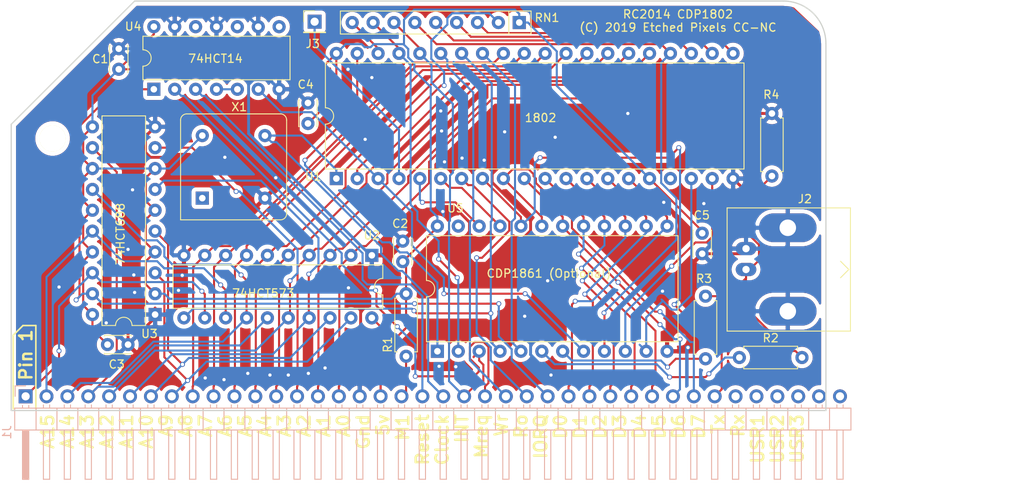
<source format=kicad_pcb>
(kicad_pcb (version 20171130) (host pcbnew 5.1.4-3.fc30)

  (general
    (thickness 1.6)
    (drawings 19)
    (tracks 776)
    (zones 0)
    (modules 20)
    (nets 55)
  )

  (page A4)
  (layers
    (0 F.Cu signal)
    (31 B.Cu signal)
    (32 B.Adhes user)
    (33 F.Adhes user)
    (34 B.Paste user)
    (35 F.Paste user)
    (36 B.SilkS user)
    (37 F.SilkS user)
    (38 B.Mask user)
    (39 F.Mask user)
    (40 Dwgs.User user)
    (41 Cmts.User user)
    (42 Eco1.User user)
    (43 Eco2.User user)
    (44 Edge.Cuts user)
    (45 Margin user)
    (46 B.CrtYd user)
    (47 F.CrtYd user)
    (48 B.Fab user hide)
    (49 F.Fab user hide)
  )

  (setup
    (last_trace_width 0.25)
    (trace_clearance 0.2)
    (zone_clearance 0.508)
    (zone_45_only no)
    (trace_min 0.2)
    (via_size 0.6)
    (via_drill 0.4)
    (via_min_size 0.4)
    (via_min_drill 0.3)
    (uvia_size 0.3)
    (uvia_drill 0.1)
    (uvias_allowed no)
    (uvia_min_size 0.2)
    (uvia_min_drill 0.1)
    (edge_width 0.15)
    (segment_width 0.2)
    (pcb_text_width 0.3)
    (pcb_text_size 1.5 1.5)
    (mod_edge_width 0.15)
    (mod_text_size 1 1)
    (mod_text_width 0.15)
    (pad_size 3.2 3.2)
    (pad_drill 3.2)
    (pad_to_mask_clearance 0.2)
    (aux_axis_origin 0 0)
    (visible_elements 7FFFFFFF)
    (pcbplotparams
      (layerselection 0x010f0_ffffffff)
      (usegerberextensions false)
      (usegerberattributes false)
      (usegerberadvancedattributes false)
      (creategerberjobfile false)
      (excludeedgelayer true)
      (linewidth 0.100000)
      (plotframeref false)
      (viasonmask false)
      (mode 1)
      (useauxorigin false)
      (hpglpennumber 1)
      (hpglpenspeed 20)
      (hpglpendiameter 15.000000)
      (psnegative false)
      (psa4output false)
      (plotreference true)
      (plotvalue true)
      (plotinvisibletext false)
      (padsonsilk false)
      (subtractmaskfromsilk false)
      (outputformat 1)
      (mirror false)
      (drillshape 0)
      (scaleselection 1)
      (outputdirectory "/tmp/1802"))
  )

  (net 0 "")
  (net 1 GND)
  (net 2 RD)
  (net 3 A15)
  (net 4 A14)
  (net 5 A13)
  (net 6 A12)
  (net 7 A11)
  (net 8 A10)
  (net 9 A9)
  (net 10 A8)
  (net 11 A7)
  (net 12 A6)
  (net 13 A5)
  (net 14 A4)
  (net 15 A3)
  (net 16 IORQ)
  (net 17 D1)
  (net 18 D2)
  (net 19 D3)
  (net 20 D4)
  (net 21 D5)
  (net 22 D6)
  (net 23 D7)
  (net 24 A2)
  (net 25 A1)
  (net 26 A0)
  (net 27 RESET)
  (net 28 CLK)
  (net 29 INT)
  (net 30 MREQ)
  (net 31 WR)
  (net 32 "Net-(RN1-Pad2)")
  (net 33 D0)
  (net 34 VCC)
  (net 35 "Net-(J1-Pad19)")
  (net 36 "Net-(J1-Pad20)")
  (net 37 "Net-(J2-Pad1)")
  (net 38 "Net-(R2-Pad1)")
  (net 39 "Net-(R3-Pad1)")
  (net 40 "Net-(RN1-Pad3)")
  (net 41 "Net-(RN1-Pad4)")
  (net 42 "Net-(RN1-Pad5)")
  (net 43 EF1)
  (net 44 DMAOUT)
  (net 45 "Net-(RN1-Pad9)")
  (net 46 SC1)
  (net 47 SC0)
  (net 48 TPB)
  (net 49 TPA)
  (net 50 N1)
  (net 51 N0)
  (net 52 CLKOUT)
  (net 53 "Net-(U4-Pad4)")
  (net 54 "Net-(J3-Pad1)")

  (net_class Default "This is the default net class."
    (clearance 0.2)
    (trace_width 0.25)
    (via_dia 0.6)
    (via_drill 0.4)
    (uvia_dia 0.3)
    (uvia_drill 0.1)
    (add_net A0)
    (add_net A1)
    (add_net A10)
    (add_net A11)
    (add_net A12)
    (add_net A13)
    (add_net A14)
    (add_net A15)
    (add_net A2)
    (add_net A3)
    (add_net A4)
    (add_net A5)
    (add_net A6)
    (add_net A7)
    (add_net A8)
    (add_net A9)
    (add_net CLK)
    (add_net CLKOUT)
    (add_net D0)
    (add_net D1)
    (add_net D2)
    (add_net D3)
    (add_net D4)
    (add_net D5)
    (add_net D6)
    (add_net D7)
    (add_net DMAOUT)
    (add_net EF1)
    (add_net INT)
    (add_net IORQ)
    (add_net MREQ)
    (add_net N0)
    (add_net N1)
    (add_net "Net-(J1-Pad19)")
    (add_net "Net-(J1-Pad20)")
    (add_net "Net-(J2-Pad1)")
    (add_net "Net-(J3-Pad1)")
    (add_net "Net-(R2-Pad1)")
    (add_net "Net-(R3-Pad1)")
    (add_net "Net-(RN1-Pad2)")
    (add_net "Net-(RN1-Pad3)")
    (add_net "Net-(RN1-Pad4)")
    (add_net "Net-(RN1-Pad5)")
    (add_net "Net-(RN1-Pad9)")
    (add_net "Net-(U4-Pad4)")
    (add_net RD)
    (add_net RESET)
    (add_net SC0)
    (add_net SC1)
    (add_net TPA)
    (add_net TPB)
    (add_net VCC)
    (add_net WR)
  )

  (net_class Power ""
    (clearance 0.2)
    (trace_width 0.35)
    (via_dia 0.6)
    (via_drill 0.4)
    (uvia_dia 0.3)
    (uvia_drill 0.1)
    (add_net GND)
  )

  (module Package_DIP:DIP-20_W7.62mm (layer F.Cu) (tedit 5A02E8C5) (tstamp 5D75A921)
    (at 197.7644 134.4676 270)
    (descr "20-lead though-hole mounted DIP package, row spacing 7.62 mm (300 mils)")
    (tags "THT DIP DIL PDIP 2.54mm 7.62mm 300mil")
    (path /5D7585B3)
    (fp_text reference U2 (at -2.4384 0 180) (layer F.SilkS)
      (effects (font (size 1 1) (thickness 0.15)))
    )
    (fp_text value 74HCT573 (at 3.81 25.19 90) (layer F.Fab)
      (effects (font (size 1 1) (thickness 0.15)))
    )
    (fp_arc (start 3.81 -1.33) (end 2.81 -1.33) (angle -180) (layer F.SilkS) (width 0.12))
    (fp_line (start 1.635 -1.27) (end 6.985 -1.27) (layer F.Fab) (width 0.1))
    (fp_line (start 6.985 -1.27) (end 6.985 24.13) (layer F.Fab) (width 0.1))
    (fp_line (start 6.985 24.13) (end 0.635 24.13) (layer F.Fab) (width 0.1))
    (fp_line (start 0.635 24.13) (end 0.635 -0.27) (layer F.Fab) (width 0.1))
    (fp_line (start 0.635 -0.27) (end 1.635 -1.27) (layer F.Fab) (width 0.1))
    (fp_line (start 2.81 -1.33) (end 1.16 -1.33) (layer F.SilkS) (width 0.12))
    (fp_line (start 1.16 -1.33) (end 1.16 24.19) (layer F.SilkS) (width 0.12))
    (fp_line (start 1.16 24.19) (end 6.46 24.19) (layer F.SilkS) (width 0.12))
    (fp_line (start 6.46 24.19) (end 6.46 -1.33) (layer F.SilkS) (width 0.12))
    (fp_line (start 6.46 -1.33) (end 4.81 -1.33) (layer F.SilkS) (width 0.12))
    (fp_line (start -1.1 -1.55) (end -1.1 24.4) (layer F.CrtYd) (width 0.05))
    (fp_line (start -1.1 24.4) (end 8.7 24.4) (layer F.CrtYd) (width 0.05))
    (fp_line (start 8.7 24.4) (end 8.7 -1.55) (layer F.CrtYd) (width 0.05))
    (fp_line (start 8.7 -1.55) (end -1.1 -1.55) (layer F.CrtYd) (width 0.05))
    (fp_text user %R (at 3.81 11.43 90) (layer F.Fab)
      (effects (font (size 1 1) (thickness 0.15)))
    )
    (pad 1 thru_hole rect (at 0 0 270) (size 1.6 1.6) (drill 0.8) (layers *.Cu *.Mask)
      (net 1 GND))
    (pad 11 thru_hole oval (at 7.62 22.86 270) (size 1.6 1.6) (drill 0.8) (layers *.Cu *.Mask)
      (net 49 TPA))
    (pad 2 thru_hole oval (at 0 2.54 270) (size 1.6 1.6) (drill 0.8) (layers *.Cu *.Mask)
      (net 26 A0))
    (pad 12 thru_hole oval (at 7.62 20.32 270) (size 1.6 1.6) (drill 0.8) (layers *.Cu *.Mask)
      (net 3 A15))
    (pad 3 thru_hole oval (at 0 5.08 270) (size 1.6 1.6) (drill 0.8) (layers *.Cu *.Mask)
      (net 25 A1))
    (pad 13 thru_hole oval (at 7.62 17.78 270) (size 1.6 1.6) (drill 0.8) (layers *.Cu *.Mask)
      (net 4 A14))
    (pad 4 thru_hole oval (at 0 7.62 270) (size 1.6 1.6) (drill 0.8) (layers *.Cu *.Mask)
      (net 24 A2))
    (pad 14 thru_hole oval (at 7.62 15.24 270) (size 1.6 1.6) (drill 0.8) (layers *.Cu *.Mask)
      (net 5 A13))
    (pad 5 thru_hole oval (at 0 10.16 270) (size 1.6 1.6) (drill 0.8) (layers *.Cu *.Mask)
      (net 15 A3))
    (pad 15 thru_hole oval (at 7.62 12.7 270) (size 1.6 1.6) (drill 0.8) (layers *.Cu *.Mask)
      (net 6 A12))
    (pad 6 thru_hole oval (at 0 12.7 270) (size 1.6 1.6) (drill 0.8) (layers *.Cu *.Mask)
      (net 14 A4))
    (pad 16 thru_hole oval (at 7.62 10.16 270) (size 1.6 1.6) (drill 0.8) (layers *.Cu *.Mask)
      (net 7 A11))
    (pad 7 thru_hole oval (at 0 15.24 270) (size 1.6 1.6) (drill 0.8) (layers *.Cu *.Mask)
      (net 13 A5))
    (pad 17 thru_hole oval (at 7.62 7.62 270) (size 1.6 1.6) (drill 0.8) (layers *.Cu *.Mask)
      (net 8 A10))
    (pad 8 thru_hole oval (at 0 17.78 270) (size 1.6 1.6) (drill 0.8) (layers *.Cu *.Mask)
      (net 12 A6))
    (pad 18 thru_hole oval (at 7.62 5.08 270) (size 1.6 1.6) (drill 0.8) (layers *.Cu *.Mask)
      (net 9 A9))
    (pad 9 thru_hole oval (at 0 20.32 270) (size 1.6 1.6) (drill 0.8) (layers *.Cu *.Mask)
      (net 11 A7))
    (pad 19 thru_hole oval (at 7.62 2.54 270) (size 1.6 1.6) (drill 0.8) (layers *.Cu *.Mask)
      (net 10 A8))
    (pad 10 thru_hole oval (at 0 22.86 270) (size 1.6 1.6) (drill 0.8) (layers *.Cu *.Mask)
      (net 1 GND))
    (pad 20 thru_hole oval (at 7.62 0 270) (size 1.6 1.6) (drill 0.8) (layers *.Cu *.Mask)
      (net 34 VCC))
    (model ${KISYS3DMOD}/Package_DIP.3dshapes/DIP-20_W7.62mm.wrl
      (at (xyz 0 0 0))
      (scale (xyz 1 1 1))
      (rotate (xyz 0 0 0))
    )
  )

  (module Connector_PinHeader_2.54mm:PinHeader_1x40_P2.54mm_Horizontal (layer B.Cu) (tedit 59FED5CB) (tstamp 5D75A3A6)
    (at 155.6512 151.638 270)
    (descr "Through hole angled pin header, 1x40, 2.54mm pitch, 6mm pin length, single row")
    (tags "Through hole angled pin header THT 1x40 2.54mm single row")
    (path /5D4D81A3)
    (fp_text reference J1 (at 4.385 2.27 270) (layer B.SilkS)
      (effects (font (size 1 1) (thickness 0.15)) (justify mirror))
    )
    (fp_text value Conn_01x40 (at 4.385 -101.33 270) (layer B.Fab)
      (effects (font (size 1 1) (thickness 0.15)) (justify mirror))
    )
    (fp_line (start 2.135 1.27) (end 4.04 1.27) (layer B.Fab) (width 0.1))
    (fp_line (start 4.04 1.27) (end 4.04 -100.33) (layer B.Fab) (width 0.1))
    (fp_line (start 4.04 -100.33) (end 1.5 -100.33) (layer B.Fab) (width 0.1))
    (fp_line (start 1.5 -100.33) (end 1.5 0.635) (layer B.Fab) (width 0.1))
    (fp_line (start 1.5 0.635) (end 2.135 1.27) (layer B.Fab) (width 0.1))
    (fp_line (start -0.32 0.32) (end 1.5 0.32) (layer B.Fab) (width 0.1))
    (fp_line (start -0.32 0.32) (end -0.32 -0.32) (layer B.Fab) (width 0.1))
    (fp_line (start -0.32 -0.32) (end 1.5 -0.32) (layer B.Fab) (width 0.1))
    (fp_line (start 4.04 0.32) (end 10.04 0.32) (layer B.Fab) (width 0.1))
    (fp_line (start 10.04 0.32) (end 10.04 -0.32) (layer B.Fab) (width 0.1))
    (fp_line (start 4.04 -0.32) (end 10.04 -0.32) (layer B.Fab) (width 0.1))
    (fp_line (start -0.32 -2.22) (end 1.5 -2.22) (layer B.Fab) (width 0.1))
    (fp_line (start -0.32 -2.22) (end -0.32 -2.86) (layer B.Fab) (width 0.1))
    (fp_line (start -0.32 -2.86) (end 1.5 -2.86) (layer B.Fab) (width 0.1))
    (fp_line (start 4.04 -2.22) (end 10.04 -2.22) (layer B.Fab) (width 0.1))
    (fp_line (start 10.04 -2.22) (end 10.04 -2.86) (layer B.Fab) (width 0.1))
    (fp_line (start 4.04 -2.86) (end 10.04 -2.86) (layer B.Fab) (width 0.1))
    (fp_line (start -0.32 -4.76) (end 1.5 -4.76) (layer B.Fab) (width 0.1))
    (fp_line (start -0.32 -4.76) (end -0.32 -5.4) (layer B.Fab) (width 0.1))
    (fp_line (start -0.32 -5.4) (end 1.5 -5.4) (layer B.Fab) (width 0.1))
    (fp_line (start 4.04 -4.76) (end 10.04 -4.76) (layer B.Fab) (width 0.1))
    (fp_line (start 10.04 -4.76) (end 10.04 -5.4) (layer B.Fab) (width 0.1))
    (fp_line (start 4.04 -5.4) (end 10.04 -5.4) (layer B.Fab) (width 0.1))
    (fp_line (start -0.32 -7.3) (end 1.5 -7.3) (layer B.Fab) (width 0.1))
    (fp_line (start -0.32 -7.3) (end -0.32 -7.94) (layer B.Fab) (width 0.1))
    (fp_line (start -0.32 -7.94) (end 1.5 -7.94) (layer B.Fab) (width 0.1))
    (fp_line (start 4.04 -7.3) (end 10.04 -7.3) (layer B.Fab) (width 0.1))
    (fp_line (start 10.04 -7.3) (end 10.04 -7.94) (layer B.Fab) (width 0.1))
    (fp_line (start 4.04 -7.94) (end 10.04 -7.94) (layer B.Fab) (width 0.1))
    (fp_line (start -0.32 -9.84) (end 1.5 -9.84) (layer B.Fab) (width 0.1))
    (fp_line (start -0.32 -9.84) (end -0.32 -10.48) (layer B.Fab) (width 0.1))
    (fp_line (start -0.32 -10.48) (end 1.5 -10.48) (layer B.Fab) (width 0.1))
    (fp_line (start 4.04 -9.84) (end 10.04 -9.84) (layer B.Fab) (width 0.1))
    (fp_line (start 10.04 -9.84) (end 10.04 -10.48) (layer B.Fab) (width 0.1))
    (fp_line (start 4.04 -10.48) (end 10.04 -10.48) (layer B.Fab) (width 0.1))
    (fp_line (start -0.32 -12.38) (end 1.5 -12.38) (layer B.Fab) (width 0.1))
    (fp_line (start -0.32 -12.38) (end -0.32 -13.02) (layer B.Fab) (width 0.1))
    (fp_line (start -0.32 -13.02) (end 1.5 -13.02) (layer B.Fab) (width 0.1))
    (fp_line (start 4.04 -12.38) (end 10.04 -12.38) (layer B.Fab) (width 0.1))
    (fp_line (start 10.04 -12.38) (end 10.04 -13.02) (layer B.Fab) (width 0.1))
    (fp_line (start 4.04 -13.02) (end 10.04 -13.02) (layer B.Fab) (width 0.1))
    (fp_line (start -0.32 -14.92) (end 1.5 -14.92) (layer B.Fab) (width 0.1))
    (fp_line (start -0.32 -14.92) (end -0.32 -15.56) (layer B.Fab) (width 0.1))
    (fp_line (start -0.32 -15.56) (end 1.5 -15.56) (layer B.Fab) (width 0.1))
    (fp_line (start 4.04 -14.92) (end 10.04 -14.92) (layer B.Fab) (width 0.1))
    (fp_line (start 10.04 -14.92) (end 10.04 -15.56) (layer B.Fab) (width 0.1))
    (fp_line (start 4.04 -15.56) (end 10.04 -15.56) (layer B.Fab) (width 0.1))
    (fp_line (start -0.32 -17.46) (end 1.5 -17.46) (layer B.Fab) (width 0.1))
    (fp_line (start -0.32 -17.46) (end -0.32 -18.1) (layer B.Fab) (width 0.1))
    (fp_line (start -0.32 -18.1) (end 1.5 -18.1) (layer B.Fab) (width 0.1))
    (fp_line (start 4.04 -17.46) (end 10.04 -17.46) (layer B.Fab) (width 0.1))
    (fp_line (start 10.04 -17.46) (end 10.04 -18.1) (layer B.Fab) (width 0.1))
    (fp_line (start 4.04 -18.1) (end 10.04 -18.1) (layer B.Fab) (width 0.1))
    (fp_line (start -0.32 -20) (end 1.5 -20) (layer B.Fab) (width 0.1))
    (fp_line (start -0.32 -20) (end -0.32 -20.64) (layer B.Fab) (width 0.1))
    (fp_line (start -0.32 -20.64) (end 1.5 -20.64) (layer B.Fab) (width 0.1))
    (fp_line (start 4.04 -20) (end 10.04 -20) (layer B.Fab) (width 0.1))
    (fp_line (start 10.04 -20) (end 10.04 -20.64) (layer B.Fab) (width 0.1))
    (fp_line (start 4.04 -20.64) (end 10.04 -20.64) (layer B.Fab) (width 0.1))
    (fp_line (start -0.32 -22.54) (end 1.5 -22.54) (layer B.Fab) (width 0.1))
    (fp_line (start -0.32 -22.54) (end -0.32 -23.18) (layer B.Fab) (width 0.1))
    (fp_line (start -0.32 -23.18) (end 1.5 -23.18) (layer B.Fab) (width 0.1))
    (fp_line (start 4.04 -22.54) (end 10.04 -22.54) (layer B.Fab) (width 0.1))
    (fp_line (start 10.04 -22.54) (end 10.04 -23.18) (layer B.Fab) (width 0.1))
    (fp_line (start 4.04 -23.18) (end 10.04 -23.18) (layer B.Fab) (width 0.1))
    (fp_line (start -0.32 -25.08) (end 1.5 -25.08) (layer B.Fab) (width 0.1))
    (fp_line (start -0.32 -25.08) (end -0.32 -25.72) (layer B.Fab) (width 0.1))
    (fp_line (start -0.32 -25.72) (end 1.5 -25.72) (layer B.Fab) (width 0.1))
    (fp_line (start 4.04 -25.08) (end 10.04 -25.08) (layer B.Fab) (width 0.1))
    (fp_line (start 10.04 -25.08) (end 10.04 -25.72) (layer B.Fab) (width 0.1))
    (fp_line (start 4.04 -25.72) (end 10.04 -25.72) (layer B.Fab) (width 0.1))
    (fp_line (start -0.32 -27.62) (end 1.5 -27.62) (layer B.Fab) (width 0.1))
    (fp_line (start -0.32 -27.62) (end -0.32 -28.26) (layer B.Fab) (width 0.1))
    (fp_line (start -0.32 -28.26) (end 1.5 -28.26) (layer B.Fab) (width 0.1))
    (fp_line (start 4.04 -27.62) (end 10.04 -27.62) (layer B.Fab) (width 0.1))
    (fp_line (start 10.04 -27.62) (end 10.04 -28.26) (layer B.Fab) (width 0.1))
    (fp_line (start 4.04 -28.26) (end 10.04 -28.26) (layer B.Fab) (width 0.1))
    (fp_line (start -0.32 -30.16) (end 1.5 -30.16) (layer B.Fab) (width 0.1))
    (fp_line (start -0.32 -30.16) (end -0.32 -30.8) (layer B.Fab) (width 0.1))
    (fp_line (start -0.32 -30.8) (end 1.5 -30.8) (layer B.Fab) (width 0.1))
    (fp_line (start 4.04 -30.16) (end 10.04 -30.16) (layer B.Fab) (width 0.1))
    (fp_line (start 10.04 -30.16) (end 10.04 -30.8) (layer B.Fab) (width 0.1))
    (fp_line (start 4.04 -30.8) (end 10.04 -30.8) (layer B.Fab) (width 0.1))
    (fp_line (start -0.32 -32.7) (end 1.5 -32.7) (layer B.Fab) (width 0.1))
    (fp_line (start -0.32 -32.7) (end -0.32 -33.34) (layer B.Fab) (width 0.1))
    (fp_line (start -0.32 -33.34) (end 1.5 -33.34) (layer B.Fab) (width 0.1))
    (fp_line (start 4.04 -32.7) (end 10.04 -32.7) (layer B.Fab) (width 0.1))
    (fp_line (start 10.04 -32.7) (end 10.04 -33.34) (layer B.Fab) (width 0.1))
    (fp_line (start 4.04 -33.34) (end 10.04 -33.34) (layer B.Fab) (width 0.1))
    (fp_line (start -0.32 -35.24) (end 1.5 -35.24) (layer B.Fab) (width 0.1))
    (fp_line (start -0.32 -35.24) (end -0.32 -35.88) (layer B.Fab) (width 0.1))
    (fp_line (start -0.32 -35.88) (end 1.5 -35.88) (layer B.Fab) (width 0.1))
    (fp_line (start 4.04 -35.24) (end 10.04 -35.24) (layer B.Fab) (width 0.1))
    (fp_line (start 10.04 -35.24) (end 10.04 -35.88) (layer B.Fab) (width 0.1))
    (fp_line (start 4.04 -35.88) (end 10.04 -35.88) (layer B.Fab) (width 0.1))
    (fp_line (start -0.32 -37.78) (end 1.5 -37.78) (layer B.Fab) (width 0.1))
    (fp_line (start -0.32 -37.78) (end -0.32 -38.42) (layer B.Fab) (width 0.1))
    (fp_line (start -0.32 -38.42) (end 1.5 -38.42) (layer B.Fab) (width 0.1))
    (fp_line (start 4.04 -37.78) (end 10.04 -37.78) (layer B.Fab) (width 0.1))
    (fp_line (start 10.04 -37.78) (end 10.04 -38.42) (layer B.Fab) (width 0.1))
    (fp_line (start 4.04 -38.42) (end 10.04 -38.42) (layer B.Fab) (width 0.1))
    (fp_line (start -0.32 -40.32) (end 1.5 -40.32) (layer B.Fab) (width 0.1))
    (fp_line (start -0.32 -40.32) (end -0.32 -40.96) (layer B.Fab) (width 0.1))
    (fp_line (start -0.32 -40.96) (end 1.5 -40.96) (layer B.Fab) (width 0.1))
    (fp_line (start 4.04 -40.32) (end 10.04 -40.32) (layer B.Fab) (width 0.1))
    (fp_line (start 10.04 -40.32) (end 10.04 -40.96) (layer B.Fab) (width 0.1))
    (fp_line (start 4.04 -40.96) (end 10.04 -40.96) (layer B.Fab) (width 0.1))
    (fp_line (start -0.32 -42.86) (end 1.5 -42.86) (layer B.Fab) (width 0.1))
    (fp_line (start -0.32 -42.86) (end -0.32 -43.5) (layer B.Fab) (width 0.1))
    (fp_line (start -0.32 -43.5) (end 1.5 -43.5) (layer B.Fab) (width 0.1))
    (fp_line (start 4.04 -42.86) (end 10.04 -42.86) (layer B.Fab) (width 0.1))
    (fp_line (start 10.04 -42.86) (end 10.04 -43.5) (layer B.Fab) (width 0.1))
    (fp_line (start 4.04 -43.5) (end 10.04 -43.5) (layer B.Fab) (width 0.1))
    (fp_line (start -0.32 -45.4) (end 1.5 -45.4) (layer B.Fab) (width 0.1))
    (fp_line (start -0.32 -45.4) (end -0.32 -46.04) (layer B.Fab) (width 0.1))
    (fp_line (start -0.32 -46.04) (end 1.5 -46.04) (layer B.Fab) (width 0.1))
    (fp_line (start 4.04 -45.4) (end 10.04 -45.4) (layer B.Fab) (width 0.1))
    (fp_line (start 10.04 -45.4) (end 10.04 -46.04) (layer B.Fab) (width 0.1))
    (fp_line (start 4.04 -46.04) (end 10.04 -46.04) (layer B.Fab) (width 0.1))
    (fp_line (start -0.32 -47.94) (end 1.5 -47.94) (layer B.Fab) (width 0.1))
    (fp_line (start -0.32 -47.94) (end -0.32 -48.58) (layer B.Fab) (width 0.1))
    (fp_line (start -0.32 -48.58) (end 1.5 -48.58) (layer B.Fab) (width 0.1))
    (fp_line (start 4.04 -47.94) (end 10.04 -47.94) (layer B.Fab) (width 0.1))
    (fp_line (start 10.04 -47.94) (end 10.04 -48.58) (layer B.Fab) (width 0.1))
    (fp_line (start 4.04 -48.58) (end 10.04 -48.58) (layer B.Fab) (width 0.1))
    (fp_line (start -0.32 -50.48) (end 1.5 -50.48) (layer B.Fab) (width 0.1))
    (fp_line (start -0.32 -50.48) (end -0.32 -51.12) (layer B.Fab) (width 0.1))
    (fp_line (start -0.32 -51.12) (end 1.5 -51.12) (layer B.Fab) (width 0.1))
    (fp_line (start 4.04 -50.48) (end 10.04 -50.48) (layer B.Fab) (width 0.1))
    (fp_line (start 10.04 -50.48) (end 10.04 -51.12) (layer B.Fab) (width 0.1))
    (fp_line (start 4.04 -51.12) (end 10.04 -51.12) (layer B.Fab) (width 0.1))
    (fp_line (start -0.32 -53.02) (end 1.5 -53.02) (layer B.Fab) (width 0.1))
    (fp_line (start -0.32 -53.02) (end -0.32 -53.66) (layer B.Fab) (width 0.1))
    (fp_line (start -0.32 -53.66) (end 1.5 -53.66) (layer B.Fab) (width 0.1))
    (fp_line (start 4.04 -53.02) (end 10.04 -53.02) (layer B.Fab) (width 0.1))
    (fp_line (start 10.04 -53.02) (end 10.04 -53.66) (layer B.Fab) (width 0.1))
    (fp_line (start 4.04 -53.66) (end 10.04 -53.66) (layer B.Fab) (width 0.1))
    (fp_line (start -0.32 -55.56) (end 1.5 -55.56) (layer B.Fab) (width 0.1))
    (fp_line (start -0.32 -55.56) (end -0.32 -56.2) (layer B.Fab) (width 0.1))
    (fp_line (start -0.32 -56.2) (end 1.5 -56.2) (layer B.Fab) (width 0.1))
    (fp_line (start 4.04 -55.56) (end 10.04 -55.56) (layer B.Fab) (width 0.1))
    (fp_line (start 10.04 -55.56) (end 10.04 -56.2) (layer B.Fab) (width 0.1))
    (fp_line (start 4.04 -56.2) (end 10.04 -56.2) (layer B.Fab) (width 0.1))
    (fp_line (start -0.32 -58.1) (end 1.5 -58.1) (layer B.Fab) (width 0.1))
    (fp_line (start -0.32 -58.1) (end -0.32 -58.74) (layer B.Fab) (width 0.1))
    (fp_line (start -0.32 -58.74) (end 1.5 -58.74) (layer B.Fab) (width 0.1))
    (fp_line (start 4.04 -58.1) (end 10.04 -58.1) (layer B.Fab) (width 0.1))
    (fp_line (start 10.04 -58.1) (end 10.04 -58.74) (layer B.Fab) (width 0.1))
    (fp_line (start 4.04 -58.74) (end 10.04 -58.74) (layer B.Fab) (width 0.1))
    (fp_line (start -0.32 -60.64) (end 1.5 -60.64) (layer B.Fab) (width 0.1))
    (fp_line (start -0.32 -60.64) (end -0.32 -61.28) (layer B.Fab) (width 0.1))
    (fp_line (start -0.32 -61.28) (end 1.5 -61.28) (layer B.Fab) (width 0.1))
    (fp_line (start 4.04 -60.64) (end 10.04 -60.64) (layer B.Fab) (width 0.1))
    (fp_line (start 10.04 -60.64) (end 10.04 -61.28) (layer B.Fab) (width 0.1))
    (fp_line (start 4.04 -61.28) (end 10.04 -61.28) (layer B.Fab) (width 0.1))
    (fp_line (start -0.32 -63.18) (end 1.5 -63.18) (layer B.Fab) (width 0.1))
    (fp_line (start -0.32 -63.18) (end -0.32 -63.82) (layer B.Fab) (width 0.1))
    (fp_line (start -0.32 -63.82) (end 1.5 -63.82) (layer B.Fab) (width 0.1))
    (fp_line (start 4.04 -63.18) (end 10.04 -63.18) (layer B.Fab) (width 0.1))
    (fp_line (start 10.04 -63.18) (end 10.04 -63.82) (layer B.Fab) (width 0.1))
    (fp_line (start 4.04 -63.82) (end 10.04 -63.82) (layer B.Fab) (width 0.1))
    (fp_line (start -0.32 -65.72) (end 1.5 -65.72) (layer B.Fab) (width 0.1))
    (fp_line (start -0.32 -65.72) (end -0.32 -66.36) (layer B.Fab) (width 0.1))
    (fp_line (start -0.32 -66.36) (end 1.5 -66.36) (layer B.Fab) (width 0.1))
    (fp_line (start 4.04 -65.72) (end 10.04 -65.72) (layer B.Fab) (width 0.1))
    (fp_line (start 10.04 -65.72) (end 10.04 -66.36) (layer B.Fab) (width 0.1))
    (fp_line (start 4.04 -66.36) (end 10.04 -66.36) (layer B.Fab) (width 0.1))
    (fp_line (start -0.32 -68.26) (end 1.5 -68.26) (layer B.Fab) (width 0.1))
    (fp_line (start -0.32 -68.26) (end -0.32 -68.9) (layer B.Fab) (width 0.1))
    (fp_line (start -0.32 -68.9) (end 1.5 -68.9) (layer B.Fab) (width 0.1))
    (fp_line (start 4.04 -68.26) (end 10.04 -68.26) (layer B.Fab) (width 0.1))
    (fp_line (start 10.04 -68.26) (end 10.04 -68.9) (layer B.Fab) (width 0.1))
    (fp_line (start 4.04 -68.9) (end 10.04 -68.9) (layer B.Fab) (width 0.1))
    (fp_line (start -0.32 -70.8) (end 1.5 -70.8) (layer B.Fab) (width 0.1))
    (fp_line (start -0.32 -70.8) (end -0.32 -71.44) (layer B.Fab) (width 0.1))
    (fp_line (start -0.32 -71.44) (end 1.5 -71.44) (layer B.Fab) (width 0.1))
    (fp_line (start 4.04 -70.8) (end 10.04 -70.8) (layer B.Fab) (width 0.1))
    (fp_line (start 10.04 -70.8) (end 10.04 -71.44) (layer B.Fab) (width 0.1))
    (fp_line (start 4.04 -71.44) (end 10.04 -71.44) (layer B.Fab) (width 0.1))
    (fp_line (start -0.32 -73.34) (end 1.5 -73.34) (layer B.Fab) (width 0.1))
    (fp_line (start -0.32 -73.34) (end -0.32 -73.98) (layer B.Fab) (width 0.1))
    (fp_line (start -0.32 -73.98) (end 1.5 -73.98) (layer B.Fab) (width 0.1))
    (fp_line (start 4.04 -73.34) (end 10.04 -73.34) (layer B.Fab) (width 0.1))
    (fp_line (start 10.04 -73.34) (end 10.04 -73.98) (layer B.Fab) (width 0.1))
    (fp_line (start 4.04 -73.98) (end 10.04 -73.98) (layer B.Fab) (width 0.1))
    (fp_line (start -0.32 -75.88) (end 1.5 -75.88) (layer B.Fab) (width 0.1))
    (fp_line (start -0.32 -75.88) (end -0.32 -76.52) (layer B.Fab) (width 0.1))
    (fp_line (start -0.32 -76.52) (end 1.5 -76.52) (layer B.Fab) (width 0.1))
    (fp_line (start 4.04 -75.88) (end 10.04 -75.88) (layer B.Fab) (width 0.1))
    (fp_line (start 10.04 -75.88) (end 10.04 -76.52) (layer B.Fab) (width 0.1))
    (fp_line (start 4.04 -76.52) (end 10.04 -76.52) (layer B.Fab) (width 0.1))
    (fp_line (start -0.32 -78.42) (end 1.5 -78.42) (layer B.Fab) (width 0.1))
    (fp_line (start -0.32 -78.42) (end -0.32 -79.06) (layer B.Fab) (width 0.1))
    (fp_line (start -0.32 -79.06) (end 1.5 -79.06) (layer B.Fab) (width 0.1))
    (fp_line (start 4.04 -78.42) (end 10.04 -78.42) (layer B.Fab) (width 0.1))
    (fp_line (start 10.04 -78.42) (end 10.04 -79.06) (layer B.Fab) (width 0.1))
    (fp_line (start 4.04 -79.06) (end 10.04 -79.06) (layer B.Fab) (width 0.1))
    (fp_line (start -0.32 -80.96) (end 1.5 -80.96) (layer B.Fab) (width 0.1))
    (fp_line (start -0.32 -80.96) (end -0.32 -81.6) (layer B.Fab) (width 0.1))
    (fp_line (start -0.32 -81.6) (end 1.5 -81.6) (layer B.Fab) (width 0.1))
    (fp_line (start 4.04 -80.96) (end 10.04 -80.96) (layer B.Fab) (width 0.1))
    (fp_line (start 10.04 -80.96) (end 10.04 -81.6) (layer B.Fab) (width 0.1))
    (fp_line (start 4.04 -81.6) (end 10.04 -81.6) (layer B.Fab) (width 0.1))
    (fp_line (start -0.32 -83.5) (end 1.5 -83.5) (layer B.Fab) (width 0.1))
    (fp_line (start -0.32 -83.5) (end -0.32 -84.14) (layer B.Fab) (width 0.1))
    (fp_line (start -0.32 -84.14) (end 1.5 -84.14) (layer B.Fab) (width 0.1))
    (fp_line (start 4.04 -83.5) (end 10.04 -83.5) (layer B.Fab) (width 0.1))
    (fp_line (start 10.04 -83.5) (end 10.04 -84.14) (layer B.Fab) (width 0.1))
    (fp_line (start 4.04 -84.14) (end 10.04 -84.14) (layer B.Fab) (width 0.1))
    (fp_line (start -0.32 -86.04) (end 1.5 -86.04) (layer B.Fab) (width 0.1))
    (fp_line (start -0.32 -86.04) (end -0.32 -86.68) (layer B.Fab) (width 0.1))
    (fp_line (start -0.32 -86.68) (end 1.5 -86.68) (layer B.Fab) (width 0.1))
    (fp_line (start 4.04 -86.04) (end 10.04 -86.04) (layer B.Fab) (width 0.1))
    (fp_line (start 10.04 -86.04) (end 10.04 -86.68) (layer B.Fab) (width 0.1))
    (fp_line (start 4.04 -86.68) (end 10.04 -86.68) (layer B.Fab) (width 0.1))
    (fp_line (start -0.32 -88.58) (end 1.5 -88.58) (layer B.Fab) (width 0.1))
    (fp_line (start -0.32 -88.58) (end -0.32 -89.22) (layer B.Fab) (width 0.1))
    (fp_line (start -0.32 -89.22) (end 1.5 -89.22) (layer B.Fab) (width 0.1))
    (fp_line (start 4.04 -88.58) (end 10.04 -88.58) (layer B.Fab) (width 0.1))
    (fp_line (start 10.04 -88.58) (end 10.04 -89.22) (layer B.Fab) (width 0.1))
    (fp_line (start 4.04 -89.22) (end 10.04 -89.22) (layer B.Fab) (width 0.1))
    (fp_line (start -0.32 -91.12) (end 1.5 -91.12) (layer B.Fab) (width 0.1))
    (fp_line (start -0.32 -91.12) (end -0.32 -91.76) (layer B.Fab) (width 0.1))
    (fp_line (start -0.32 -91.76) (end 1.5 -91.76) (layer B.Fab) (width 0.1))
    (fp_line (start 4.04 -91.12) (end 10.04 -91.12) (layer B.Fab) (width 0.1))
    (fp_line (start 10.04 -91.12) (end 10.04 -91.76) (layer B.Fab) (width 0.1))
    (fp_line (start 4.04 -91.76) (end 10.04 -91.76) (layer B.Fab) (width 0.1))
    (fp_line (start -0.32 -93.66) (end 1.5 -93.66) (layer B.Fab) (width 0.1))
    (fp_line (start -0.32 -93.66) (end -0.32 -94.3) (layer B.Fab) (width 0.1))
    (fp_line (start -0.32 -94.3) (end 1.5 -94.3) (layer B.Fab) (width 0.1))
    (fp_line (start 4.04 -93.66) (end 10.04 -93.66) (layer B.Fab) (width 0.1))
    (fp_line (start 10.04 -93.66) (end 10.04 -94.3) (layer B.Fab) (width 0.1))
    (fp_line (start 4.04 -94.3) (end 10.04 -94.3) (layer B.Fab) (width 0.1))
    (fp_line (start -0.32 -96.2) (end 1.5 -96.2) (layer B.Fab) (width 0.1))
    (fp_line (start -0.32 -96.2) (end -0.32 -96.84) (layer B.Fab) (width 0.1))
    (fp_line (start -0.32 -96.84) (end 1.5 -96.84) (layer B.Fab) (width 0.1))
    (fp_line (start 4.04 -96.2) (end 10.04 -96.2) (layer B.Fab) (width 0.1))
    (fp_line (start 10.04 -96.2) (end 10.04 -96.84) (layer B.Fab) (width 0.1))
    (fp_line (start 4.04 -96.84) (end 10.04 -96.84) (layer B.Fab) (width 0.1))
    (fp_line (start -0.32 -98.74) (end 1.5 -98.74) (layer B.Fab) (width 0.1))
    (fp_line (start -0.32 -98.74) (end -0.32 -99.38) (layer B.Fab) (width 0.1))
    (fp_line (start -0.32 -99.38) (end 1.5 -99.38) (layer B.Fab) (width 0.1))
    (fp_line (start 4.04 -98.74) (end 10.04 -98.74) (layer B.Fab) (width 0.1))
    (fp_line (start 10.04 -98.74) (end 10.04 -99.38) (layer B.Fab) (width 0.1))
    (fp_line (start 4.04 -99.38) (end 10.04 -99.38) (layer B.Fab) (width 0.1))
    (fp_line (start 1.44 1.33) (end 1.44 -100.39) (layer B.SilkS) (width 0.12))
    (fp_line (start 1.44 -100.39) (end 4.1 -100.39) (layer B.SilkS) (width 0.12))
    (fp_line (start 4.1 -100.39) (end 4.1 1.33) (layer B.SilkS) (width 0.12))
    (fp_line (start 4.1 1.33) (end 1.44 1.33) (layer B.SilkS) (width 0.12))
    (fp_line (start 4.1 0.38) (end 10.1 0.38) (layer B.SilkS) (width 0.12))
    (fp_line (start 10.1 0.38) (end 10.1 -0.38) (layer B.SilkS) (width 0.12))
    (fp_line (start 10.1 -0.38) (end 4.1 -0.38) (layer B.SilkS) (width 0.12))
    (fp_line (start 4.1 0.32) (end 10.1 0.32) (layer B.SilkS) (width 0.12))
    (fp_line (start 4.1 0.2) (end 10.1 0.2) (layer B.SilkS) (width 0.12))
    (fp_line (start 4.1 0.08) (end 10.1 0.08) (layer B.SilkS) (width 0.12))
    (fp_line (start 4.1 -0.04) (end 10.1 -0.04) (layer B.SilkS) (width 0.12))
    (fp_line (start 4.1 -0.16) (end 10.1 -0.16) (layer B.SilkS) (width 0.12))
    (fp_line (start 4.1 -0.28) (end 10.1 -0.28) (layer B.SilkS) (width 0.12))
    (fp_line (start 1.11 0.38) (end 1.44 0.38) (layer B.SilkS) (width 0.12))
    (fp_line (start 1.11 -0.38) (end 1.44 -0.38) (layer B.SilkS) (width 0.12))
    (fp_line (start 1.44 -1.27) (end 4.1 -1.27) (layer B.SilkS) (width 0.12))
    (fp_line (start 4.1 -2.16) (end 10.1 -2.16) (layer B.SilkS) (width 0.12))
    (fp_line (start 10.1 -2.16) (end 10.1 -2.92) (layer B.SilkS) (width 0.12))
    (fp_line (start 10.1 -2.92) (end 4.1 -2.92) (layer B.SilkS) (width 0.12))
    (fp_line (start 1.042929 -2.16) (end 1.44 -2.16) (layer B.SilkS) (width 0.12))
    (fp_line (start 1.042929 -2.92) (end 1.44 -2.92) (layer B.SilkS) (width 0.12))
    (fp_line (start 1.44 -3.81) (end 4.1 -3.81) (layer B.SilkS) (width 0.12))
    (fp_line (start 4.1 -4.7) (end 10.1 -4.7) (layer B.SilkS) (width 0.12))
    (fp_line (start 10.1 -4.7) (end 10.1 -5.46) (layer B.SilkS) (width 0.12))
    (fp_line (start 10.1 -5.46) (end 4.1 -5.46) (layer B.SilkS) (width 0.12))
    (fp_line (start 1.042929 -4.7) (end 1.44 -4.7) (layer B.SilkS) (width 0.12))
    (fp_line (start 1.042929 -5.46) (end 1.44 -5.46) (layer B.SilkS) (width 0.12))
    (fp_line (start 1.44 -6.35) (end 4.1 -6.35) (layer B.SilkS) (width 0.12))
    (fp_line (start 4.1 -7.24) (end 10.1 -7.24) (layer B.SilkS) (width 0.12))
    (fp_line (start 10.1 -7.24) (end 10.1 -8) (layer B.SilkS) (width 0.12))
    (fp_line (start 10.1 -8) (end 4.1 -8) (layer B.SilkS) (width 0.12))
    (fp_line (start 1.042929 -7.24) (end 1.44 -7.24) (layer B.SilkS) (width 0.12))
    (fp_line (start 1.042929 -8) (end 1.44 -8) (layer B.SilkS) (width 0.12))
    (fp_line (start 1.44 -8.89) (end 4.1 -8.89) (layer B.SilkS) (width 0.12))
    (fp_line (start 4.1 -9.78) (end 10.1 -9.78) (layer B.SilkS) (width 0.12))
    (fp_line (start 10.1 -9.78) (end 10.1 -10.54) (layer B.SilkS) (width 0.12))
    (fp_line (start 10.1 -10.54) (end 4.1 -10.54) (layer B.SilkS) (width 0.12))
    (fp_line (start 1.042929 -9.78) (end 1.44 -9.78) (layer B.SilkS) (width 0.12))
    (fp_line (start 1.042929 -10.54) (end 1.44 -10.54) (layer B.SilkS) (width 0.12))
    (fp_line (start 1.44 -11.43) (end 4.1 -11.43) (layer B.SilkS) (width 0.12))
    (fp_line (start 4.1 -12.32) (end 10.1 -12.32) (layer B.SilkS) (width 0.12))
    (fp_line (start 10.1 -12.32) (end 10.1 -13.08) (layer B.SilkS) (width 0.12))
    (fp_line (start 10.1 -13.08) (end 4.1 -13.08) (layer B.SilkS) (width 0.12))
    (fp_line (start 1.042929 -12.32) (end 1.44 -12.32) (layer B.SilkS) (width 0.12))
    (fp_line (start 1.042929 -13.08) (end 1.44 -13.08) (layer B.SilkS) (width 0.12))
    (fp_line (start 1.44 -13.97) (end 4.1 -13.97) (layer B.SilkS) (width 0.12))
    (fp_line (start 4.1 -14.86) (end 10.1 -14.86) (layer B.SilkS) (width 0.12))
    (fp_line (start 10.1 -14.86) (end 10.1 -15.62) (layer B.SilkS) (width 0.12))
    (fp_line (start 10.1 -15.62) (end 4.1 -15.62) (layer B.SilkS) (width 0.12))
    (fp_line (start 1.042929 -14.86) (end 1.44 -14.86) (layer B.SilkS) (width 0.12))
    (fp_line (start 1.042929 -15.62) (end 1.44 -15.62) (layer B.SilkS) (width 0.12))
    (fp_line (start 1.44 -16.51) (end 4.1 -16.51) (layer B.SilkS) (width 0.12))
    (fp_line (start 4.1 -17.4) (end 10.1 -17.4) (layer B.SilkS) (width 0.12))
    (fp_line (start 10.1 -17.4) (end 10.1 -18.16) (layer B.SilkS) (width 0.12))
    (fp_line (start 10.1 -18.16) (end 4.1 -18.16) (layer B.SilkS) (width 0.12))
    (fp_line (start 1.042929 -17.4) (end 1.44 -17.4) (layer B.SilkS) (width 0.12))
    (fp_line (start 1.042929 -18.16) (end 1.44 -18.16) (layer B.SilkS) (width 0.12))
    (fp_line (start 1.44 -19.05) (end 4.1 -19.05) (layer B.SilkS) (width 0.12))
    (fp_line (start 4.1 -19.94) (end 10.1 -19.94) (layer B.SilkS) (width 0.12))
    (fp_line (start 10.1 -19.94) (end 10.1 -20.7) (layer B.SilkS) (width 0.12))
    (fp_line (start 10.1 -20.7) (end 4.1 -20.7) (layer B.SilkS) (width 0.12))
    (fp_line (start 1.042929 -19.94) (end 1.44 -19.94) (layer B.SilkS) (width 0.12))
    (fp_line (start 1.042929 -20.7) (end 1.44 -20.7) (layer B.SilkS) (width 0.12))
    (fp_line (start 1.44 -21.59) (end 4.1 -21.59) (layer B.SilkS) (width 0.12))
    (fp_line (start 4.1 -22.48) (end 10.1 -22.48) (layer B.SilkS) (width 0.12))
    (fp_line (start 10.1 -22.48) (end 10.1 -23.24) (layer B.SilkS) (width 0.12))
    (fp_line (start 10.1 -23.24) (end 4.1 -23.24) (layer B.SilkS) (width 0.12))
    (fp_line (start 1.042929 -22.48) (end 1.44 -22.48) (layer B.SilkS) (width 0.12))
    (fp_line (start 1.042929 -23.24) (end 1.44 -23.24) (layer B.SilkS) (width 0.12))
    (fp_line (start 1.44 -24.13) (end 4.1 -24.13) (layer B.SilkS) (width 0.12))
    (fp_line (start 4.1 -25.02) (end 10.1 -25.02) (layer B.SilkS) (width 0.12))
    (fp_line (start 10.1 -25.02) (end 10.1 -25.78) (layer B.SilkS) (width 0.12))
    (fp_line (start 10.1 -25.78) (end 4.1 -25.78) (layer B.SilkS) (width 0.12))
    (fp_line (start 1.042929 -25.02) (end 1.44 -25.02) (layer B.SilkS) (width 0.12))
    (fp_line (start 1.042929 -25.78) (end 1.44 -25.78) (layer B.SilkS) (width 0.12))
    (fp_line (start 1.44 -26.67) (end 4.1 -26.67) (layer B.SilkS) (width 0.12))
    (fp_line (start 4.1 -27.56) (end 10.1 -27.56) (layer B.SilkS) (width 0.12))
    (fp_line (start 10.1 -27.56) (end 10.1 -28.32) (layer B.SilkS) (width 0.12))
    (fp_line (start 10.1 -28.32) (end 4.1 -28.32) (layer B.SilkS) (width 0.12))
    (fp_line (start 1.042929 -27.56) (end 1.44 -27.56) (layer B.SilkS) (width 0.12))
    (fp_line (start 1.042929 -28.32) (end 1.44 -28.32) (layer B.SilkS) (width 0.12))
    (fp_line (start 1.44 -29.21) (end 4.1 -29.21) (layer B.SilkS) (width 0.12))
    (fp_line (start 4.1 -30.1) (end 10.1 -30.1) (layer B.SilkS) (width 0.12))
    (fp_line (start 10.1 -30.1) (end 10.1 -30.86) (layer B.SilkS) (width 0.12))
    (fp_line (start 10.1 -30.86) (end 4.1 -30.86) (layer B.SilkS) (width 0.12))
    (fp_line (start 1.042929 -30.1) (end 1.44 -30.1) (layer B.SilkS) (width 0.12))
    (fp_line (start 1.042929 -30.86) (end 1.44 -30.86) (layer B.SilkS) (width 0.12))
    (fp_line (start 1.44 -31.75) (end 4.1 -31.75) (layer B.SilkS) (width 0.12))
    (fp_line (start 4.1 -32.64) (end 10.1 -32.64) (layer B.SilkS) (width 0.12))
    (fp_line (start 10.1 -32.64) (end 10.1 -33.4) (layer B.SilkS) (width 0.12))
    (fp_line (start 10.1 -33.4) (end 4.1 -33.4) (layer B.SilkS) (width 0.12))
    (fp_line (start 1.042929 -32.64) (end 1.44 -32.64) (layer B.SilkS) (width 0.12))
    (fp_line (start 1.042929 -33.4) (end 1.44 -33.4) (layer B.SilkS) (width 0.12))
    (fp_line (start 1.44 -34.29) (end 4.1 -34.29) (layer B.SilkS) (width 0.12))
    (fp_line (start 4.1 -35.18) (end 10.1 -35.18) (layer B.SilkS) (width 0.12))
    (fp_line (start 10.1 -35.18) (end 10.1 -35.94) (layer B.SilkS) (width 0.12))
    (fp_line (start 10.1 -35.94) (end 4.1 -35.94) (layer B.SilkS) (width 0.12))
    (fp_line (start 1.042929 -35.18) (end 1.44 -35.18) (layer B.SilkS) (width 0.12))
    (fp_line (start 1.042929 -35.94) (end 1.44 -35.94) (layer B.SilkS) (width 0.12))
    (fp_line (start 1.44 -36.83) (end 4.1 -36.83) (layer B.SilkS) (width 0.12))
    (fp_line (start 4.1 -37.72) (end 10.1 -37.72) (layer B.SilkS) (width 0.12))
    (fp_line (start 10.1 -37.72) (end 10.1 -38.48) (layer B.SilkS) (width 0.12))
    (fp_line (start 10.1 -38.48) (end 4.1 -38.48) (layer B.SilkS) (width 0.12))
    (fp_line (start 1.042929 -37.72) (end 1.44 -37.72) (layer B.SilkS) (width 0.12))
    (fp_line (start 1.042929 -38.48) (end 1.44 -38.48) (layer B.SilkS) (width 0.12))
    (fp_line (start 1.44 -39.37) (end 4.1 -39.37) (layer B.SilkS) (width 0.12))
    (fp_line (start 4.1 -40.26) (end 10.1 -40.26) (layer B.SilkS) (width 0.12))
    (fp_line (start 10.1 -40.26) (end 10.1 -41.02) (layer B.SilkS) (width 0.12))
    (fp_line (start 10.1 -41.02) (end 4.1 -41.02) (layer B.SilkS) (width 0.12))
    (fp_line (start 1.042929 -40.26) (end 1.44 -40.26) (layer B.SilkS) (width 0.12))
    (fp_line (start 1.042929 -41.02) (end 1.44 -41.02) (layer B.SilkS) (width 0.12))
    (fp_line (start 1.44 -41.91) (end 4.1 -41.91) (layer B.SilkS) (width 0.12))
    (fp_line (start 4.1 -42.8) (end 10.1 -42.8) (layer B.SilkS) (width 0.12))
    (fp_line (start 10.1 -42.8) (end 10.1 -43.56) (layer B.SilkS) (width 0.12))
    (fp_line (start 10.1 -43.56) (end 4.1 -43.56) (layer B.SilkS) (width 0.12))
    (fp_line (start 1.042929 -42.8) (end 1.44 -42.8) (layer B.SilkS) (width 0.12))
    (fp_line (start 1.042929 -43.56) (end 1.44 -43.56) (layer B.SilkS) (width 0.12))
    (fp_line (start 1.44 -44.45) (end 4.1 -44.45) (layer B.SilkS) (width 0.12))
    (fp_line (start 4.1 -45.34) (end 10.1 -45.34) (layer B.SilkS) (width 0.12))
    (fp_line (start 10.1 -45.34) (end 10.1 -46.1) (layer B.SilkS) (width 0.12))
    (fp_line (start 10.1 -46.1) (end 4.1 -46.1) (layer B.SilkS) (width 0.12))
    (fp_line (start 1.042929 -45.34) (end 1.44 -45.34) (layer B.SilkS) (width 0.12))
    (fp_line (start 1.042929 -46.1) (end 1.44 -46.1) (layer B.SilkS) (width 0.12))
    (fp_line (start 1.44 -46.99) (end 4.1 -46.99) (layer B.SilkS) (width 0.12))
    (fp_line (start 4.1 -47.88) (end 10.1 -47.88) (layer B.SilkS) (width 0.12))
    (fp_line (start 10.1 -47.88) (end 10.1 -48.64) (layer B.SilkS) (width 0.12))
    (fp_line (start 10.1 -48.64) (end 4.1 -48.64) (layer B.SilkS) (width 0.12))
    (fp_line (start 1.042929 -47.88) (end 1.44 -47.88) (layer B.SilkS) (width 0.12))
    (fp_line (start 1.042929 -48.64) (end 1.44 -48.64) (layer B.SilkS) (width 0.12))
    (fp_line (start 1.44 -49.53) (end 4.1 -49.53) (layer B.SilkS) (width 0.12))
    (fp_line (start 4.1 -50.42) (end 10.1 -50.42) (layer B.SilkS) (width 0.12))
    (fp_line (start 10.1 -50.42) (end 10.1 -51.18) (layer B.SilkS) (width 0.12))
    (fp_line (start 10.1 -51.18) (end 4.1 -51.18) (layer B.SilkS) (width 0.12))
    (fp_line (start 1.042929 -50.42) (end 1.44 -50.42) (layer B.SilkS) (width 0.12))
    (fp_line (start 1.042929 -51.18) (end 1.44 -51.18) (layer B.SilkS) (width 0.12))
    (fp_line (start 1.44 -52.07) (end 4.1 -52.07) (layer B.SilkS) (width 0.12))
    (fp_line (start 4.1 -52.96) (end 10.1 -52.96) (layer B.SilkS) (width 0.12))
    (fp_line (start 10.1 -52.96) (end 10.1 -53.72) (layer B.SilkS) (width 0.12))
    (fp_line (start 10.1 -53.72) (end 4.1 -53.72) (layer B.SilkS) (width 0.12))
    (fp_line (start 1.042929 -52.96) (end 1.44 -52.96) (layer B.SilkS) (width 0.12))
    (fp_line (start 1.042929 -53.72) (end 1.44 -53.72) (layer B.SilkS) (width 0.12))
    (fp_line (start 1.44 -54.61) (end 4.1 -54.61) (layer B.SilkS) (width 0.12))
    (fp_line (start 4.1 -55.5) (end 10.1 -55.5) (layer B.SilkS) (width 0.12))
    (fp_line (start 10.1 -55.5) (end 10.1 -56.26) (layer B.SilkS) (width 0.12))
    (fp_line (start 10.1 -56.26) (end 4.1 -56.26) (layer B.SilkS) (width 0.12))
    (fp_line (start 1.042929 -55.5) (end 1.44 -55.5) (layer B.SilkS) (width 0.12))
    (fp_line (start 1.042929 -56.26) (end 1.44 -56.26) (layer B.SilkS) (width 0.12))
    (fp_line (start 1.44 -57.15) (end 4.1 -57.15) (layer B.SilkS) (width 0.12))
    (fp_line (start 4.1 -58.04) (end 10.1 -58.04) (layer B.SilkS) (width 0.12))
    (fp_line (start 10.1 -58.04) (end 10.1 -58.8) (layer B.SilkS) (width 0.12))
    (fp_line (start 10.1 -58.8) (end 4.1 -58.8) (layer B.SilkS) (width 0.12))
    (fp_line (start 1.042929 -58.04) (end 1.44 -58.04) (layer B.SilkS) (width 0.12))
    (fp_line (start 1.042929 -58.8) (end 1.44 -58.8) (layer B.SilkS) (width 0.12))
    (fp_line (start 1.44 -59.69) (end 4.1 -59.69) (layer B.SilkS) (width 0.12))
    (fp_line (start 4.1 -60.58) (end 10.1 -60.58) (layer B.SilkS) (width 0.12))
    (fp_line (start 10.1 -60.58) (end 10.1 -61.34) (layer B.SilkS) (width 0.12))
    (fp_line (start 10.1 -61.34) (end 4.1 -61.34) (layer B.SilkS) (width 0.12))
    (fp_line (start 1.042929 -60.58) (end 1.44 -60.58) (layer B.SilkS) (width 0.12))
    (fp_line (start 1.042929 -61.34) (end 1.44 -61.34) (layer B.SilkS) (width 0.12))
    (fp_line (start 1.44 -62.23) (end 4.1 -62.23) (layer B.SilkS) (width 0.12))
    (fp_line (start 4.1 -63.12) (end 10.1 -63.12) (layer B.SilkS) (width 0.12))
    (fp_line (start 10.1 -63.12) (end 10.1 -63.88) (layer B.SilkS) (width 0.12))
    (fp_line (start 10.1 -63.88) (end 4.1 -63.88) (layer B.SilkS) (width 0.12))
    (fp_line (start 1.042929 -63.12) (end 1.44 -63.12) (layer B.SilkS) (width 0.12))
    (fp_line (start 1.042929 -63.88) (end 1.44 -63.88) (layer B.SilkS) (width 0.12))
    (fp_line (start 1.44 -64.77) (end 4.1 -64.77) (layer B.SilkS) (width 0.12))
    (fp_line (start 4.1 -65.66) (end 10.1 -65.66) (layer B.SilkS) (width 0.12))
    (fp_line (start 10.1 -65.66) (end 10.1 -66.42) (layer B.SilkS) (width 0.12))
    (fp_line (start 10.1 -66.42) (end 4.1 -66.42) (layer B.SilkS) (width 0.12))
    (fp_line (start 1.042929 -65.66) (end 1.44 -65.66) (layer B.SilkS) (width 0.12))
    (fp_line (start 1.042929 -66.42) (end 1.44 -66.42) (layer B.SilkS) (width 0.12))
    (fp_line (start 1.44 -67.31) (end 4.1 -67.31) (layer B.SilkS) (width 0.12))
    (fp_line (start 4.1 -68.2) (end 10.1 -68.2) (layer B.SilkS) (width 0.12))
    (fp_line (start 10.1 -68.2) (end 10.1 -68.96) (layer B.SilkS) (width 0.12))
    (fp_line (start 10.1 -68.96) (end 4.1 -68.96) (layer B.SilkS) (width 0.12))
    (fp_line (start 1.042929 -68.2) (end 1.44 -68.2) (layer B.SilkS) (width 0.12))
    (fp_line (start 1.042929 -68.96) (end 1.44 -68.96) (layer B.SilkS) (width 0.12))
    (fp_line (start 1.44 -69.85) (end 4.1 -69.85) (layer B.SilkS) (width 0.12))
    (fp_line (start 4.1 -70.74) (end 10.1 -70.74) (layer B.SilkS) (width 0.12))
    (fp_line (start 10.1 -70.74) (end 10.1 -71.5) (layer B.SilkS) (width 0.12))
    (fp_line (start 10.1 -71.5) (end 4.1 -71.5) (layer B.SilkS) (width 0.12))
    (fp_line (start 1.042929 -70.74) (end 1.44 -70.74) (layer B.SilkS) (width 0.12))
    (fp_line (start 1.042929 -71.5) (end 1.44 -71.5) (layer B.SilkS) (width 0.12))
    (fp_line (start 1.44 -72.39) (end 4.1 -72.39) (layer B.SilkS) (width 0.12))
    (fp_line (start 4.1 -73.28) (end 10.1 -73.28) (layer B.SilkS) (width 0.12))
    (fp_line (start 10.1 -73.28) (end 10.1 -74.04) (layer B.SilkS) (width 0.12))
    (fp_line (start 10.1 -74.04) (end 4.1 -74.04) (layer B.SilkS) (width 0.12))
    (fp_line (start 1.042929 -73.28) (end 1.44 -73.28) (layer B.SilkS) (width 0.12))
    (fp_line (start 1.042929 -74.04) (end 1.44 -74.04) (layer B.SilkS) (width 0.12))
    (fp_line (start 1.44 -74.93) (end 4.1 -74.93) (layer B.SilkS) (width 0.12))
    (fp_line (start 4.1 -75.82) (end 10.1 -75.82) (layer B.SilkS) (width 0.12))
    (fp_line (start 10.1 -75.82) (end 10.1 -76.58) (layer B.SilkS) (width 0.12))
    (fp_line (start 10.1 -76.58) (end 4.1 -76.58) (layer B.SilkS) (width 0.12))
    (fp_line (start 1.042929 -75.82) (end 1.44 -75.82) (layer B.SilkS) (width 0.12))
    (fp_line (start 1.042929 -76.58) (end 1.44 -76.58) (layer B.SilkS) (width 0.12))
    (fp_line (start 1.44 -77.47) (end 4.1 -77.47) (layer B.SilkS) (width 0.12))
    (fp_line (start 4.1 -78.36) (end 10.1 -78.36) (layer B.SilkS) (width 0.12))
    (fp_line (start 10.1 -78.36) (end 10.1 -79.12) (layer B.SilkS) (width 0.12))
    (fp_line (start 10.1 -79.12) (end 4.1 -79.12) (layer B.SilkS) (width 0.12))
    (fp_line (start 1.042929 -78.36) (end 1.44 -78.36) (layer B.SilkS) (width 0.12))
    (fp_line (start 1.042929 -79.12) (end 1.44 -79.12) (layer B.SilkS) (width 0.12))
    (fp_line (start 1.44 -80.01) (end 4.1 -80.01) (layer B.SilkS) (width 0.12))
    (fp_line (start 4.1 -80.9) (end 10.1 -80.9) (layer B.SilkS) (width 0.12))
    (fp_line (start 10.1 -80.9) (end 10.1 -81.66) (layer B.SilkS) (width 0.12))
    (fp_line (start 10.1 -81.66) (end 4.1 -81.66) (layer B.SilkS) (width 0.12))
    (fp_line (start 1.042929 -80.9) (end 1.44 -80.9) (layer B.SilkS) (width 0.12))
    (fp_line (start 1.042929 -81.66) (end 1.44 -81.66) (layer B.SilkS) (width 0.12))
    (fp_line (start 1.44 -82.55) (end 4.1 -82.55) (layer B.SilkS) (width 0.12))
    (fp_line (start 4.1 -83.44) (end 10.1 -83.44) (layer B.SilkS) (width 0.12))
    (fp_line (start 10.1 -83.44) (end 10.1 -84.2) (layer B.SilkS) (width 0.12))
    (fp_line (start 10.1 -84.2) (end 4.1 -84.2) (layer B.SilkS) (width 0.12))
    (fp_line (start 1.042929 -83.44) (end 1.44 -83.44) (layer B.SilkS) (width 0.12))
    (fp_line (start 1.042929 -84.2) (end 1.44 -84.2) (layer B.SilkS) (width 0.12))
    (fp_line (start 1.44 -85.09) (end 4.1 -85.09) (layer B.SilkS) (width 0.12))
    (fp_line (start 4.1 -85.98) (end 10.1 -85.98) (layer B.SilkS) (width 0.12))
    (fp_line (start 10.1 -85.98) (end 10.1 -86.74) (layer B.SilkS) (width 0.12))
    (fp_line (start 10.1 -86.74) (end 4.1 -86.74) (layer B.SilkS) (width 0.12))
    (fp_line (start 1.042929 -85.98) (end 1.44 -85.98) (layer B.SilkS) (width 0.12))
    (fp_line (start 1.042929 -86.74) (end 1.44 -86.74) (layer B.SilkS) (width 0.12))
    (fp_line (start 1.44 -87.63) (end 4.1 -87.63) (layer B.SilkS) (width 0.12))
    (fp_line (start 4.1 -88.52) (end 10.1 -88.52) (layer B.SilkS) (width 0.12))
    (fp_line (start 10.1 -88.52) (end 10.1 -89.28) (layer B.SilkS) (width 0.12))
    (fp_line (start 10.1 -89.28) (end 4.1 -89.28) (layer B.SilkS) (width 0.12))
    (fp_line (start 1.042929 -88.52) (end 1.44 -88.52) (layer B.SilkS) (width 0.12))
    (fp_line (start 1.042929 -89.28) (end 1.44 -89.28) (layer B.SilkS) (width 0.12))
    (fp_line (start 1.44 -90.17) (end 4.1 -90.17) (layer B.SilkS) (width 0.12))
    (fp_line (start 4.1 -91.06) (end 10.1 -91.06) (layer B.SilkS) (width 0.12))
    (fp_line (start 10.1 -91.06) (end 10.1 -91.82) (layer B.SilkS) (width 0.12))
    (fp_line (start 10.1 -91.82) (end 4.1 -91.82) (layer B.SilkS) (width 0.12))
    (fp_line (start 1.042929 -91.06) (end 1.44 -91.06) (layer B.SilkS) (width 0.12))
    (fp_line (start 1.042929 -91.82) (end 1.44 -91.82) (layer B.SilkS) (width 0.12))
    (fp_line (start 1.44 -92.71) (end 4.1 -92.71) (layer B.SilkS) (width 0.12))
    (fp_line (start 4.1 -93.6) (end 10.1 -93.6) (layer B.SilkS) (width 0.12))
    (fp_line (start 10.1 -93.6) (end 10.1 -94.36) (layer B.SilkS) (width 0.12))
    (fp_line (start 10.1 -94.36) (end 4.1 -94.36) (layer B.SilkS) (width 0.12))
    (fp_line (start 1.042929 -93.6) (end 1.44 -93.6) (layer B.SilkS) (width 0.12))
    (fp_line (start 1.042929 -94.36) (end 1.44 -94.36) (layer B.SilkS) (width 0.12))
    (fp_line (start 1.44 -95.25) (end 4.1 -95.25) (layer B.SilkS) (width 0.12))
    (fp_line (start 4.1 -96.14) (end 10.1 -96.14) (layer B.SilkS) (width 0.12))
    (fp_line (start 10.1 -96.14) (end 10.1 -96.9) (layer B.SilkS) (width 0.12))
    (fp_line (start 10.1 -96.9) (end 4.1 -96.9) (layer B.SilkS) (width 0.12))
    (fp_line (start 1.042929 -96.14) (end 1.44 -96.14) (layer B.SilkS) (width 0.12))
    (fp_line (start 1.042929 -96.9) (end 1.44 -96.9) (layer B.SilkS) (width 0.12))
    (fp_line (start 1.44 -97.79) (end 4.1 -97.79) (layer B.SilkS) (width 0.12))
    (fp_line (start 4.1 -98.68) (end 10.1 -98.68) (layer B.SilkS) (width 0.12))
    (fp_line (start 10.1 -98.68) (end 10.1 -99.44) (layer B.SilkS) (width 0.12))
    (fp_line (start 10.1 -99.44) (end 4.1 -99.44) (layer B.SilkS) (width 0.12))
    (fp_line (start 1.042929 -98.68) (end 1.44 -98.68) (layer B.SilkS) (width 0.12))
    (fp_line (start 1.042929 -99.44) (end 1.44 -99.44) (layer B.SilkS) (width 0.12))
    (fp_line (start -1.27 0) (end -1.27 1.27) (layer B.SilkS) (width 0.12))
    (fp_line (start -1.27 1.27) (end 0 1.27) (layer B.SilkS) (width 0.12))
    (fp_line (start -1.8 1.8) (end -1.8 -100.85) (layer B.CrtYd) (width 0.05))
    (fp_line (start -1.8 -100.85) (end 10.55 -100.85) (layer B.CrtYd) (width 0.05))
    (fp_line (start 10.55 -100.85) (end 10.55 1.8) (layer B.CrtYd) (width 0.05))
    (fp_line (start 10.55 1.8) (end -1.8 1.8) (layer B.CrtYd) (width 0.05))
    (fp_text user %R (at 2.77 -49.53) (layer B.Fab)
      (effects (font (size 1 1) (thickness 0.15)) (justify mirror))
    )
    (pad 1 thru_hole rect (at 0 0 270) (size 1.7 1.7) (drill 1) (layers *.Cu *.Mask)
      (net 3 A15))
    (pad 2 thru_hole oval (at 0 -2.54 270) (size 1.7 1.7) (drill 1) (layers *.Cu *.Mask)
      (net 4 A14))
    (pad 3 thru_hole oval (at 0 -5.08 270) (size 1.7 1.7) (drill 1) (layers *.Cu *.Mask)
      (net 5 A13))
    (pad 4 thru_hole oval (at 0 -7.62 270) (size 1.7 1.7) (drill 1) (layers *.Cu *.Mask)
      (net 6 A12))
    (pad 5 thru_hole oval (at 0 -10.16 270) (size 1.7 1.7) (drill 1) (layers *.Cu *.Mask)
      (net 7 A11))
    (pad 6 thru_hole oval (at 0 -12.7 270) (size 1.7 1.7) (drill 1) (layers *.Cu *.Mask)
      (net 8 A10))
    (pad 7 thru_hole oval (at 0 -15.24 270) (size 1.7 1.7) (drill 1) (layers *.Cu *.Mask)
      (net 9 A9))
    (pad 8 thru_hole oval (at 0 -17.78 270) (size 1.7 1.7) (drill 1) (layers *.Cu *.Mask)
      (net 10 A8))
    (pad 9 thru_hole oval (at 0 -20.32 270) (size 1.7 1.7) (drill 1) (layers *.Cu *.Mask)
      (net 11 A7))
    (pad 10 thru_hole oval (at 0 -22.86 270) (size 1.7 1.7) (drill 1) (layers *.Cu *.Mask)
      (net 12 A6))
    (pad 11 thru_hole oval (at 0 -25.4 270) (size 1.7 1.7) (drill 1) (layers *.Cu *.Mask)
      (net 13 A5))
    (pad 12 thru_hole oval (at 0 -27.94 270) (size 1.7 1.7) (drill 1) (layers *.Cu *.Mask)
      (net 14 A4))
    (pad 13 thru_hole oval (at 0 -30.48 270) (size 1.7 1.7) (drill 1) (layers *.Cu *.Mask)
      (net 15 A3))
    (pad 14 thru_hole oval (at 0 -33.02 270) (size 1.7 1.7) (drill 1) (layers *.Cu *.Mask)
      (net 24 A2))
    (pad 15 thru_hole oval (at 0 -35.56 270) (size 1.7 1.7) (drill 1) (layers *.Cu *.Mask)
      (net 25 A1))
    (pad 16 thru_hole oval (at 0 -38.1 270) (size 1.7 1.7) (drill 1) (layers *.Cu *.Mask)
      (net 26 A0))
    (pad 17 thru_hole oval (at 0 -40.64 270) (size 1.7 1.7) (drill 1) (layers *.Cu *.Mask)
      (net 1 GND))
    (pad 18 thru_hole oval (at 0 -43.18 270) (size 1.7 1.7) (drill 1) (layers *.Cu *.Mask)
      (net 34 VCC))
    (pad 19 thru_hole oval (at 0 -45.72 270) (size 1.7 1.7) (drill 1) (layers *.Cu *.Mask)
      (net 35 "Net-(J1-Pad19)"))
    (pad 20 thru_hole oval (at 0 -48.26 270) (size 1.7 1.7) (drill 1) (layers *.Cu *.Mask)
      (net 36 "Net-(J1-Pad20)"))
    (pad 21 thru_hole oval (at 0 -50.8 270) (size 1.7 1.7) (drill 1) (layers *.Cu *.Mask)
      (net 28 CLK))
    (pad 22 thru_hole oval (at 0 -53.34 270) (size 1.7 1.7) (drill 1) (layers *.Cu *.Mask)
      (net 29 INT))
    (pad 23 thru_hole oval (at 0 -55.88 270) (size 1.7 1.7) (drill 1) (layers *.Cu *.Mask)
      (net 30 MREQ))
    (pad 24 thru_hole oval (at 0 -58.42 270) (size 1.7 1.7) (drill 1) (layers *.Cu *.Mask)
      (net 31 WR))
    (pad 25 thru_hole oval (at 0 -60.96 270) (size 1.7 1.7) (drill 1) (layers *.Cu *.Mask)
      (net 2 RD))
    (pad 26 thru_hole oval (at 0 -63.5 270) (size 1.7 1.7) (drill 1) (layers *.Cu *.Mask)
      (net 16 IORQ))
    (pad 27 thru_hole oval (at 0 -66.04 270) (size 1.7 1.7) (drill 1) (layers *.Cu *.Mask)
      (net 33 D0))
    (pad 28 thru_hole oval (at 0 -68.58 270) (size 1.7 1.7) (drill 1) (layers *.Cu *.Mask)
      (net 17 D1))
    (pad 29 thru_hole oval (at 0 -71.12 270) (size 1.7 1.7) (drill 1) (layers *.Cu *.Mask)
      (net 18 D2))
    (pad 30 thru_hole oval (at 0 -73.66 270) (size 1.7 1.7) (drill 1) (layers *.Cu *.Mask)
      (net 19 D3))
    (pad 31 thru_hole oval (at 0 -76.2 270) (size 1.7 1.7) (drill 1) (layers *.Cu *.Mask)
      (net 20 D4))
    (pad 32 thru_hole oval (at 0 -78.74 270) (size 1.7 1.7) (drill 1) (layers *.Cu *.Mask)
      (net 21 D5))
    (pad 33 thru_hole oval (at 0 -81.28 270) (size 1.7 1.7) (drill 1) (layers *.Cu *.Mask)
      (net 22 D6))
    (pad 34 thru_hole oval (at 0 -83.82 270) (size 1.7 1.7) (drill 1) (layers *.Cu *.Mask)
      (net 23 D7))
    (pad 35 thru_hole oval (at 0 -86.36 270) (size 1.7 1.7) (drill 1) (layers *.Cu *.Mask))
    (pad 36 thru_hole oval (at 0 -88.9 270) (size 1.7 1.7) (drill 1) (layers *.Cu *.Mask))
    (pad 37 thru_hole oval (at 0 -91.44 270) (size 1.7 1.7) (drill 1) (layers *.Cu *.Mask))
    (pad 38 thru_hole oval (at 0 -93.98 270) (size 1.7 1.7) (drill 1) (layers *.Cu *.Mask))
    (pad 39 thru_hole oval (at 0 -96.52 270) (size 1.7 1.7) (drill 1) (layers *.Cu *.Mask))
    (pad 40 thru_hole oval (at 0 -99.06 270) (size 1.7 1.7) (drill 1) (layers *.Cu *.Mask))
    (model ${KISYS3DMOD}/Connector_PinHeader_2.54mm.3dshapes/PinHeader_1x40_P2.54mm_Horizontal.wrl
      (at (xyz 0 0 0))
      (scale (xyz 1 1 1))
      (rotate (xyz 0 0 0))
    )
  )

  (module Package_DIP:DIP-24_W15.24mm (layer F.Cu) (tedit 5A02E8C5) (tstamp 5D75A06A)
    (at 205.74 146.1516 90)
    (descr "24-lead though-hole mounted DIP package, row spacing 15.24 mm (600 mils)")
    (tags "THT DIP DIL PDIP 2.54mm 15.24mm 600mil")
    (path /5D7E3E02)
    (fp_text reference U5 (at 17.4244 2.1844 180) (layer F.SilkS)
      (effects (font (size 1 1) (thickness 0.15)))
    )
    (fp_text value CDP1861 (at 7.62 30.27 90) (layer F.Fab)
      (effects (font (size 1 1) (thickness 0.15)))
    )
    (fp_arc (start 7.62 -1.33) (end 6.62 -1.33) (angle -180) (layer F.SilkS) (width 0.12))
    (fp_line (start 1.255 -1.27) (end 14.985 -1.27) (layer F.Fab) (width 0.1))
    (fp_line (start 14.985 -1.27) (end 14.985 29.21) (layer F.Fab) (width 0.1))
    (fp_line (start 14.985 29.21) (end 0.255 29.21) (layer F.Fab) (width 0.1))
    (fp_line (start 0.255 29.21) (end 0.255 -0.27) (layer F.Fab) (width 0.1))
    (fp_line (start 0.255 -0.27) (end 1.255 -1.27) (layer F.Fab) (width 0.1))
    (fp_line (start 6.62 -1.33) (end 1.16 -1.33) (layer F.SilkS) (width 0.12))
    (fp_line (start 1.16 -1.33) (end 1.16 29.27) (layer F.SilkS) (width 0.12))
    (fp_line (start 1.16 29.27) (end 14.08 29.27) (layer F.SilkS) (width 0.12))
    (fp_line (start 14.08 29.27) (end 14.08 -1.33) (layer F.SilkS) (width 0.12))
    (fp_line (start 14.08 -1.33) (end 8.62 -1.33) (layer F.SilkS) (width 0.12))
    (fp_line (start -1.05 -1.55) (end -1.05 29.5) (layer F.CrtYd) (width 0.05))
    (fp_line (start -1.05 29.5) (end 16.3 29.5) (layer F.CrtYd) (width 0.05))
    (fp_line (start 16.3 29.5) (end 16.3 -1.55) (layer F.CrtYd) (width 0.05))
    (fp_line (start 16.3 -1.55) (end -1.05 -1.55) (layer F.CrtYd) (width 0.05))
    (fp_text user %R (at 7.62 13.97 90) (layer F.Fab)
      (effects (font (size 1 1) (thickness 0.15)))
    )
    (pad 1 thru_hole rect (at 0 0 90) (size 1.6 1.6) (drill 0.8) (layers *.Cu *.Mask)
      (net 52 CLKOUT))
    (pad 13 thru_hole oval (at 15.24 27.94 90) (size 1.6 1.6) (drill 0.8) (layers *.Cu *.Mask)
      (net 33 D0))
    (pad 2 thru_hole oval (at 0 2.54 90) (size 1.6 1.6) (drill 0.8) (layers *.Cu *.Mask)
      (net 44 DMAOUT))
    (pad 14 thru_hole oval (at 15.24 25.4 90) (size 1.6 1.6) (drill 0.8) (layers *.Cu *.Mask)
      (net 17 D1))
    (pad 3 thru_hole oval (at 0 5.08 90) (size 1.6 1.6) (drill 0.8) (layers *.Cu *.Mask)
      (net 29 INT))
    (pad 15 thru_hole oval (at 15.24 22.86 90) (size 1.6 1.6) (drill 0.8) (layers *.Cu *.Mask)
      (net 18 D2))
    (pad 4 thru_hole oval (at 0 7.62 90) (size 1.6 1.6) (drill 0.8) (layers *.Cu *.Mask)
      (net 49 TPA))
    (pad 16 thru_hole oval (at 15.24 20.32 90) (size 1.6 1.6) (drill 0.8) (layers *.Cu *.Mask)
      (net 19 D3))
    (pad 5 thru_hole oval (at 0 10.16 90) (size 1.6 1.6) (drill 0.8) (layers *.Cu *.Mask)
      (net 48 TPB))
    (pad 17 thru_hole oval (at 15.24 17.78 90) (size 1.6 1.6) (drill 0.8) (layers *.Cu *.Mask)
      (net 20 D4))
    (pad 6 thru_hole oval (at 0 12.7 90) (size 1.6 1.6) (drill 0.8) (layers *.Cu *.Mask)
      (net 38 "Net-(R2-Pad1)"))
    (pad 18 thru_hole oval (at 15.24 15.24 90) (size 1.6 1.6) (drill 0.8) (layers *.Cu *.Mask)
      (net 21 D5))
    (pad 7 thru_hole oval (at 0 15.24 90) (size 1.6 1.6) (drill 0.8) (layers *.Cu *.Mask)
      (net 39 "Net-(R3-Pad1)"))
    (pad 19 thru_hole oval (at 15.24 12.7 90) (size 1.6 1.6) (drill 0.8) (layers *.Cu *.Mask)
      (net 22 D6))
    (pad 8 thru_hole oval (at 0 17.78 90) (size 1.6 1.6) (drill 0.8) (layers *.Cu *.Mask)
      (net 27 RESET))
    (pad 20 thru_hole oval (at 15.24 10.16 90) (size 1.6 1.6) (drill 0.8) (layers *.Cu *.Mask)
      (net 23 D7))
    (pad 9 thru_hole oval (at 0 20.32 90) (size 1.6 1.6) (drill 0.8) (layers *.Cu *.Mask)
      (net 43 EF1))
    (pad 21 thru_hole oval (at 15.24 7.62 90) (size 1.6 1.6) (drill 0.8) (layers *.Cu *.Mask)
      (net 47 SC0))
    (pad 10 thru_hole oval (at 0 22.86 90) (size 1.6 1.6) (drill 0.8) (layers *.Cu *.Mask)
      (net 51 N0))
    (pad 22 thru_hole oval (at 15.24 5.08 90) (size 1.6 1.6) (drill 0.8) (layers *.Cu *.Mask)
      (net 46 SC1))
    (pad 11 thru_hole oval (at 0 25.4 90) (size 1.6 1.6) (drill 0.8) (layers *.Cu *.Mask)
      (net 50 N1))
    (pad 23 thru_hole oval (at 15.24 2.54 90) (size 1.6 1.6) (drill 0.8) (layers *.Cu *.Mask))
    (pad 12 thru_hole oval (at 0 27.94 90) (size 1.6 1.6) (drill 0.8) (layers *.Cu *.Mask)
      (net 1 GND))
    (pad 24 thru_hole oval (at 15.24 0 90) (size 1.6 1.6) (drill 0.8) (layers *.Cu *.Mask)
      (net 34 VCC))
    (model ${KISYS3DMOD}/Package_DIP.3dshapes/DIP-24_W15.24mm.wrl
      (at (xyz 0 0 0))
      (scale (xyz 1 1 1))
      (rotate (xyz 0 0 0))
    )
  )

  (module Package_DIP:DIP-40_W15.24mm (layer F.Cu) (tedit 5A02E8C5) (tstamp 5D75AAE5)
    (at 193.4464 125.1204 90)
    (descr "40-lead though-hole mounted DIP package, row spacing 15.24 mm (600 mils)")
    (tags "THT DIP DIL PDIP 2.54mm 15.24mm 600mil")
    (path /5D756BA0)
    (fp_text reference U1 (at 0.254 -2.8194 180) (layer F.SilkS)
      (effects (font (size 1 1) (thickness 0.15)))
    )
    (fp_text value CDP1802BCEX (at 7.62 50.59 90) (layer F.Fab)
      (effects (font (size 1 1) (thickness 0.15)))
    )
    (fp_arc (start 7.62 -1.33) (end 6.62 -1.33) (angle -180) (layer F.SilkS) (width 0.12))
    (fp_line (start 1.255 -1.27) (end 14.985 -1.27) (layer F.Fab) (width 0.1))
    (fp_line (start 14.985 -1.27) (end 14.985 49.53) (layer F.Fab) (width 0.1))
    (fp_line (start 14.985 49.53) (end 0.255 49.53) (layer F.Fab) (width 0.1))
    (fp_line (start 0.255 49.53) (end 0.255 -0.27) (layer F.Fab) (width 0.1))
    (fp_line (start 0.255 -0.27) (end 1.255 -1.27) (layer F.Fab) (width 0.1))
    (fp_line (start 6.62 -1.33) (end 1.16 -1.33) (layer F.SilkS) (width 0.12))
    (fp_line (start 1.16 -1.33) (end 1.16 49.59) (layer F.SilkS) (width 0.12))
    (fp_line (start 1.16 49.59) (end 14.08 49.59) (layer F.SilkS) (width 0.12))
    (fp_line (start 14.08 49.59) (end 14.08 -1.33) (layer F.SilkS) (width 0.12))
    (fp_line (start 14.08 -1.33) (end 8.62 -1.33) (layer F.SilkS) (width 0.12))
    (fp_line (start -1.05 -1.55) (end -1.05 49.8) (layer F.CrtYd) (width 0.05))
    (fp_line (start -1.05 49.8) (end 16.3 49.8) (layer F.CrtYd) (width 0.05))
    (fp_line (start 16.3 49.8) (end 16.3 -1.55) (layer F.CrtYd) (width 0.05))
    (fp_line (start 16.3 -1.55) (end -1.05 -1.55) (layer F.CrtYd) (width 0.05))
    (fp_text user %R (at 7.62 24.13 90) (layer F.Fab)
      (effects (font (size 1 1) (thickness 0.15)))
    )
    (pad 1 thru_hole rect (at 0 0 90) (size 1.6 1.6) (drill 0.8) (layers *.Cu *.Mask)
      (net 28 CLK))
    (pad 21 thru_hole oval (at 15.24 48.26 90) (size 1.6 1.6) (drill 0.8) (layers *.Cu *.Mask)
      (net 40 "Net-(RN1-Pad3)"))
    (pad 2 thru_hole oval (at 0 2.54 90) (size 1.6 1.6) (drill 0.8) (layers *.Cu *.Mask)
      (net 32 "Net-(RN1-Pad2)"))
    (pad 22 thru_hole oval (at 15.24 45.72 90) (size 1.6 1.6) (drill 0.8) (layers *.Cu *.Mask)
      (net 41 "Net-(RN1-Pad4)"))
    (pad 3 thru_hole oval (at 0 5.08 90) (size 1.6 1.6) (drill 0.8) (layers *.Cu *.Mask)
      (net 27 RESET))
    (pad 23 thru_hole oval (at 15.24 43.18 90) (size 1.6 1.6) (drill 0.8) (layers *.Cu *.Mask)
      (net 42 "Net-(RN1-Pad5)"))
    (pad 4 thru_hole oval (at 0 7.62 90) (size 1.6 1.6) (drill 0.8) (layers *.Cu *.Mask)
      (net 54 "Net-(J3-Pad1)"))
    (pad 24 thru_hole oval (at 15.24 40.64 90) (size 1.6 1.6) (drill 0.8) (layers *.Cu *.Mask)
      (net 43 EF1))
    (pad 5 thru_hole oval (at 0 10.16 90) (size 1.6 1.6) (drill 0.8) (layers *.Cu *.Mask)
      (net 46 SC1))
    (pad 25 thru_hole oval (at 15.24 38.1 90) (size 1.6 1.6) (drill 0.8) (layers *.Cu *.Mask)
      (net 26 A0))
    (pad 6 thru_hole oval (at 0 12.7 90) (size 1.6 1.6) (drill 0.8) (layers *.Cu *.Mask)
      (net 47 SC0))
    (pad 26 thru_hole oval (at 15.24 35.56 90) (size 1.6 1.6) (drill 0.8) (layers *.Cu *.Mask)
      (net 25 A1))
    (pad 7 thru_hole oval (at 0 15.24 90) (size 1.6 1.6) (drill 0.8) (layers *.Cu *.Mask)
      (net 2 RD))
    (pad 27 thru_hole oval (at 15.24 33.02 90) (size 1.6 1.6) (drill 0.8) (layers *.Cu *.Mask)
      (net 24 A2))
    (pad 8 thru_hole oval (at 0 17.78 90) (size 1.6 1.6) (drill 0.8) (layers *.Cu *.Mask)
      (net 23 D7))
    (pad 28 thru_hole oval (at 15.24 30.48 90) (size 1.6 1.6) (drill 0.8) (layers *.Cu *.Mask)
      (net 15 A3))
    (pad 9 thru_hole oval (at 0 20.32 90) (size 1.6 1.6) (drill 0.8) (layers *.Cu *.Mask)
      (net 22 D6))
    (pad 29 thru_hole oval (at 15.24 27.94 90) (size 1.6 1.6) (drill 0.8) (layers *.Cu *.Mask)
      (net 14 A4))
    (pad 10 thru_hole oval (at 0 22.86 90) (size 1.6 1.6) (drill 0.8) (layers *.Cu *.Mask)
      (net 21 D5))
    (pad 30 thru_hole oval (at 15.24 25.4 90) (size 1.6 1.6) (drill 0.8) (layers *.Cu *.Mask)
      (net 13 A5))
    (pad 11 thru_hole oval (at 0 25.4 90) (size 1.6 1.6) (drill 0.8) (layers *.Cu *.Mask)
      (net 20 D4))
    (pad 31 thru_hole oval (at 15.24 22.86 90) (size 1.6 1.6) (drill 0.8) (layers *.Cu *.Mask)
      (net 12 A6))
    (pad 12 thru_hole oval (at 0 27.94 90) (size 1.6 1.6) (drill 0.8) (layers *.Cu *.Mask)
      (net 19 D3))
    (pad 32 thru_hole oval (at 15.24 20.32 90) (size 1.6 1.6) (drill 0.8) (layers *.Cu *.Mask)
      (net 11 A7))
    (pad 13 thru_hole oval (at 0 30.48 90) (size 1.6 1.6) (drill 0.8) (layers *.Cu *.Mask)
      (net 18 D2))
    (pad 33 thru_hole oval (at 15.24 17.78 90) (size 1.6 1.6) (drill 0.8) (layers *.Cu *.Mask)
      (net 48 TPB))
    (pad 14 thru_hole oval (at 0 33.02 90) (size 1.6 1.6) (drill 0.8) (layers *.Cu *.Mask)
      (net 17 D1))
    (pad 34 thru_hole oval (at 15.24 15.24 90) (size 1.6 1.6) (drill 0.8) (layers *.Cu *.Mask)
      (net 49 TPA))
    (pad 15 thru_hole oval (at 0 35.56 90) (size 1.6 1.6) (drill 0.8) (layers *.Cu *.Mask)
      (net 33 D0))
    (pad 35 thru_hole oval (at 15.24 12.7 90) (size 1.6 1.6) (drill 0.8) (layers *.Cu *.Mask)
      (net 31 WR))
    (pad 16 thru_hole oval (at 0 38.1 90) (size 1.6 1.6) (drill 0.8) (layers *.Cu *.Mask)
      (net 34 VCC))
    (pad 36 thru_hole oval (at 15.24 10.16 90) (size 1.6 1.6) (drill 0.8) (layers *.Cu *.Mask)
      (net 29 INT))
    (pad 17 thru_hole oval (at 0 40.64 90) (size 1.6 1.6) (drill 0.8) (layers *.Cu *.Mask))
    (pad 37 thru_hole oval (at 15.24 7.62 90) (size 1.6 1.6) (drill 0.8) (layers *.Cu *.Mask)
      (net 44 DMAOUT))
    (pad 18 thru_hole oval (at 0 43.18 90) (size 1.6 1.6) (drill 0.8) (layers *.Cu *.Mask)
      (net 50 N1))
    (pad 38 thru_hole oval (at 15.24 5.08 90) (size 1.6 1.6) (drill 0.8) (layers *.Cu *.Mask)
      (net 45 "Net-(RN1-Pad9)"))
    (pad 19 thru_hole oval (at 0 45.72 90) (size 1.6 1.6) (drill 0.8) (layers *.Cu *.Mask)
      (net 51 N0))
    (pad 39 thru_hole oval (at 15.24 2.54 90) (size 1.6 1.6) (drill 0.8) (layers *.Cu *.Mask)
      (net 52 CLKOUT))
    (pad 20 thru_hole oval (at 0 48.26 90) (size 1.6 1.6) (drill 0.8) (layers *.Cu *.Mask)
      (net 1 GND))
    (pad 40 thru_hole oval (at 15.24 0 90) (size 1.6 1.6) (drill 0.8) (layers *.Cu *.Mask)
      (net 34 VCC))
    (model ${KISYS3DMOD}/Package_DIP.3dshapes/DIP-40_W15.24mm.wrl
      (at (xyz 0 0 0))
      (scale (xyz 1 1 1))
      (rotate (xyz 0 0 0))
    )
  )

  (module Oscillator:Oscillator_DIP-8 (layer F.Cu) (tedit 58CD3344) (tstamp 5D759FFD)
    (at 177.1396 127.508)
    (descr "Oscillator, DIP8,http://cdn-reichelt.de/documents/datenblatt/B400/OSZI.pdf")
    (tags oscillator)
    (path /5D81F4C7)
    (fp_text reference X1 (at 4.4958 -11.0998) (layer F.SilkS)
      (effects (font (size 1 1) (thickness 0.15)))
    )
    (fp_text value CXO_DIP8 (at 3.81 3.74) (layer F.Fab)
      (effects (font (size 1 1) (thickness 0.15)))
    )
    (fp_text user %R (at 3.81 -3.81) (layer F.Fab)
      (effects (font (size 1 1) (thickness 0.15)))
    )
    (fp_line (start 10.41 2.79) (end 10.41 -10.41) (layer F.CrtYd) (width 0.05))
    (fp_line (start 10.41 -10.41) (end -2.79 -10.41) (layer F.CrtYd) (width 0.05))
    (fp_line (start -2.79 -10.41) (end -2.79 2.79) (layer F.CrtYd) (width 0.05))
    (fp_line (start -2.79 2.79) (end 10.41 2.79) (layer F.CrtYd) (width 0.05))
    (fp_line (start 9.16 1.19) (end 9.16 -8.81) (layer F.Fab) (width 0.1))
    (fp_line (start -1.19 -9.16) (end 8.81 -9.16) (layer F.Fab) (width 0.1))
    (fp_line (start -1.54 1.54) (end -1.54 -8.81) (layer F.Fab) (width 0.1))
    (fp_line (start -1.54 1.54) (end 8.81 1.54) (layer F.Fab) (width 0.1))
    (fp_line (start -2.64 -9.51) (end -2.64 2.64) (layer F.SilkS) (width 0.12))
    (fp_line (start 9.51 -10.26) (end -1.89 -10.26) (layer F.SilkS) (width 0.12))
    (fp_line (start 10.26 1.89) (end 10.26 -9.51) (layer F.SilkS) (width 0.12))
    (fp_line (start -2.64 2.64) (end 9.51 2.64) (layer F.SilkS) (width 0.12))
    (fp_line (start -2.54 2.54) (end 9.51 2.54) (layer F.Fab) (width 0.1))
    (fp_line (start 10.16 -9.51) (end 10.16 1.89) (layer F.Fab) (width 0.1))
    (fp_line (start -1.89 -10.16) (end 9.51 -10.16) (layer F.Fab) (width 0.1))
    (fp_line (start -2.54 2.54) (end -2.54 -9.51) (layer F.Fab) (width 0.1))
    (fp_arc (start 8.81 1.19) (end 9.16 1.19) (angle 90) (layer F.Fab) (width 0.1))
    (fp_arc (start 8.81 -8.81) (end 8.81 -9.16) (angle 90) (layer F.Fab) (width 0.1))
    (fp_arc (start -1.19 -8.81) (end -1.54 -8.81) (angle 90) (layer F.Fab) (width 0.1))
    (fp_arc (start 9.51 1.89) (end 10.26 1.89) (angle 90) (layer F.SilkS) (width 0.12))
    (fp_arc (start 9.51 -9.51) (end 9.51 -10.26) (angle 90) (layer F.SilkS) (width 0.12))
    (fp_arc (start -1.89 -9.51) (end -2.64 -9.51) (angle 90) (layer F.SilkS) (width 0.12))
    (fp_arc (start 9.51 1.89) (end 10.16 1.89) (angle 90) (layer F.Fab) (width 0.1))
    (fp_arc (start 9.51 -9.51) (end 9.51 -10.16) (angle 90) (layer F.Fab) (width 0.1))
    (fp_arc (start -1.89 -9.51) (end -2.54 -9.51) (angle 90) (layer F.Fab) (width 0.1))
    (pad 1 thru_hole rect (at 0 0) (size 1.6 1.6) (drill 0.8) (layers *.Cu *.Mask))
    (pad 8 thru_hole circle (at 0 -7.62) (size 1.6 1.6) (drill 0.8) (layers *.Cu *.Mask)
      (net 34 VCC))
    (pad 5 thru_hole circle (at 7.62 -7.62) (size 1.6 1.6) (drill 0.8) (layers *.Cu *.Mask)
      (net 28 CLK))
    (pad 4 thru_hole circle (at 7.62 0) (size 1.6 1.6) (drill 0.8) (layers *.Cu *.Mask)
      (net 1 GND))
    (model ${KISYS3DMOD}/Oscillator.3dshapes/Oscillator_DIP-8.wrl
      (at (xyz 0 0 0))
      (scale (xyz 1 1 1))
      (rotate (xyz 0 0 0))
    )
  )

  (module Mounting_Holes:MountingHole_3.2mm_M3 locked (layer F.Cu) (tedit 583F5ADB) (tstamp 574B179B)
    (at 158.9278 120.2436)
    (descr "Mounting Hole 3.2mm, no annular, M3")
    (tags "mounting hole 3.2mm no annular m3")
    (fp_text reference "" (at 26.6446 -55.0545) (layer F.SilkS) hide
      (effects (font (size 1 1) (thickness 0.15)))
    )
    (fp_text value "" (at 2.3368 -73.0631 90) (layer F.Fab) hide
      (effects (font (size 1 1) (thickness 0.15)))
    )
    (fp_circle (center 0 0) (end 3.2 0) (layer Cmts.User) (width 0.15))
    (fp_circle (center 0 0) (end 3.45 0) (layer F.CrtYd) (width 0.05))
    (pad "" np_thru_hole circle (at 0 0) (size 3.2 3.2) (drill 3.2) (layers *.Cu *.Mask F.SilkS))
  )

  (module Capacitor_THT:C_Disc_D3.0mm_W2.0mm_P2.50mm (layer F.Cu) (tedit 5AE50EF0) (tstamp 5D75A7FA)
    (at 166.9796 111.8108 90)
    (descr "C, Disc series, Radial, pin pitch=2.50mm, , diameter*width=3*2mm^2, Capacitor")
    (tags "C Disc series Radial pin pitch 2.50mm  diameter 3mm width 2mm Capacitor")
    (path /5D878F70)
    (fp_text reference C1 (at 1.25 -2.25 180) (layer F.SilkS)
      (effects (font (size 1 1) (thickness 0.15)))
    )
    (fp_text value 0.1uF (at 1.25 2.25 90) (layer F.Fab)
      (effects (font (size 1 1) (thickness 0.15)))
    )
    (fp_line (start -0.25 -1) (end -0.25 1) (layer F.Fab) (width 0.1))
    (fp_line (start -0.25 1) (end 2.75 1) (layer F.Fab) (width 0.1))
    (fp_line (start 2.75 1) (end 2.75 -1) (layer F.Fab) (width 0.1))
    (fp_line (start 2.75 -1) (end -0.25 -1) (layer F.Fab) (width 0.1))
    (fp_line (start -0.37 -1.12) (end 2.87 -1.12) (layer F.SilkS) (width 0.12))
    (fp_line (start -0.37 1.12) (end 2.87 1.12) (layer F.SilkS) (width 0.12))
    (fp_line (start -0.37 -1.12) (end -0.37 -1.055) (layer F.SilkS) (width 0.12))
    (fp_line (start -0.37 1.055) (end -0.37 1.12) (layer F.SilkS) (width 0.12))
    (fp_line (start 2.87 -1.12) (end 2.87 -1.055) (layer F.SilkS) (width 0.12))
    (fp_line (start 2.87 1.055) (end 2.87 1.12) (layer F.SilkS) (width 0.12))
    (fp_line (start -1.05 -1.25) (end -1.05 1.25) (layer F.CrtYd) (width 0.05))
    (fp_line (start -1.05 1.25) (end 3.55 1.25) (layer F.CrtYd) (width 0.05))
    (fp_line (start 3.55 1.25) (end 3.55 -1.25) (layer F.CrtYd) (width 0.05))
    (fp_line (start 3.55 -1.25) (end -1.05 -1.25) (layer F.CrtYd) (width 0.05))
    (fp_text user %R (at 1.25 0 90) (layer F.Fab)
      (effects (font (size 0.6 0.6) (thickness 0.09)))
    )
    (pad 1 thru_hole circle (at 0 0 90) (size 1.6 1.6) (drill 0.8) (layers *.Cu *.Mask)
      (net 34 VCC))
    (pad 2 thru_hole circle (at 2.5 0 90) (size 1.6 1.6) (drill 0.8) (layers *.Cu *.Mask)
      (net 1 GND))
    (model ${KISYS3DMOD}/Capacitor_THT.3dshapes/C_Disc_D3.0mm_W2.0mm_P2.50mm.wrl
      (at (xyz 0 0 0))
      (scale (xyz 1 1 1))
      (rotate (xyz 0 0 0))
    )
  )

  (module Capacitor_THT:C_Disc_D3.0mm_W2.0mm_P2.50mm (layer F.Cu) (tedit 5AE50EF0) (tstamp 5D75A983)
    (at 201.5236 135.2404 90)
    (descr "C, Disc series, Radial, pin pitch=2.50mm, , diameter*width=3*2mm^2, Capacitor")
    (tags "C Disc series Radial pin pitch 2.50mm  diameter 3mm width 2mm Capacitor")
    (path /5D87B802)
    (fp_text reference C2 (at 4.6336 -0.3048 180) (layer F.SilkS)
      (effects (font (size 1 1) (thickness 0.15)))
    )
    (fp_text value 0.1uF (at 1.25 2.25 90) (layer F.Fab)
      (effects (font (size 1 1) (thickness 0.15)))
    )
    (fp_text user %R (at 1.25 0 90) (layer F.Fab)
      (effects (font (size 0.6 0.6) (thickness 0.09)))
    )
    (fp_line (start 3.55 -1.25) (end -1.05 -1.25) (layer F.CrtYd) (width 0.05))
    (fp_line (start 3.55 1.25) (end 3.55 -1.25) (layer F.CrtYd) (width 0.05))
    (fp_line (start -1.05 1.25) (end 3.55 1.25) (layer F.CrtYd) (width 0.05))
    (fp_line (start -1.05 -1.25) (end -1.05 1.25) (layer F.CrtYd) (width 0.05))
    (fp_line (start 2.87 1.055) (end 2.87 1.12) (layer F.SilkS) (width 0.12))
    (fp_line (start 2.87 -1.12) (end 2.87 -1.055) (layer F.SilkS) (width 0.12))
    (fp_line (start -0.37 1.055) (end -0.37 1.12) (layer F.SilkS) (width 0.12))
    (fp_line (start -0.37 -1.12) (end -0.37 -1.055) (layer F.SilkS) (width 0.12))
    (fp_line (start -0.37 1.12) (end 2.87 1.12) (layer F.SilkS) (width 0.12))
    (fp_line (start -0.37 -1.12) (end 2.87 -1.12) (layer F.SilkS) (width 0.12))
    (fp_line (start 2.75 -1) (end -0.25 -1) (layer F.Fab) (width 0.1))
    (fp_line (start 2.75 1) (end 2.75 -1) (layer F.Fab) (width 0.1))
    (fp_line (start -0.25 1) (end 2.75 1) (layer F.Fab) (width 0.1))
    (fp_line (start -0.25 -1) (end -0.25 1) (layer F.Fab) (width 0.1))
    (pad 2 thru_hole circle (at 2.5 0 90) (size 1.6 1.6) (drill 0.8) (layers *.Cu *.Mask)
      (net 1 GND))
    (pad 1 thru_hole circle (at 0 0 90) (size 1.6 1.6) (drill 0.8) (layers *.Cu *.Mask)
      (net 34 VCC))
    (model ${KISYS3DMOD}/Capacitor_THT.3dshapes/C_Disc_D3.0mm_W2.0mm_P2.50mm.wrl
      (at (xyz 0 0 0))
      (scale (xyz 1 1 1))
      (rotate (xyz 0 0 0))
    )
  )

  (module Capacitor_THT:C_Disc_D3.0mm_W2.0mm_P2.50mm (layer F.Cu) (tedit 5AE50EF0) (tstamp 5D75AB6F)
    (at 165.608 145.3388)
    (descr "C, Disc series, Radial, pin pitch=2.50mm, , diameter*width=3*2mm^2, Capacitor")
    (tags "C Disc series Radial pin pitch 2.50mm  diameter 3mm width 2mm Capacitor")
    (path /5D87BF56)
    (fp_text reference C3 (at 1.1176 2.413) (layer F.SilkS)
      (effects (font (size 1 1) (thickness 0.15)))
    )
    (fp_text value 0.1uF (at 1.25 2.25) (layer F.Fab)
      (effects (font (size 1 1) (thickness 0.15)))
    )
    (fp_line (start -0.25 -1) (end -0.25 1) (layer F.Fab) (width 0.1))
    (fp_line (start -0.25 1) (end 2.75 1) (layer F.Fab) (width 0.1))
    (fp_line (start 2.75 1) (end 2.75 -1) (layer F.Fab) (width 0.1))
    (fp_line (start 2.75 -1) (end -0.25 -1) (layer F.Fab) (width 0.1))
    (fp_line (start -0.37 -1.12) (end 2.87 -1.12) (layer F.SilkS) (width 0.12))
    (fp_line (start -0.37 1.12) (end 2.87 1.12) (layer F.SilkS) (width 0.12))
    (fp_line (start -0.37 -1.12) (end -0.37 -1.055) (layer F.SilkS) (width 0.12))
    (fp_line (start -0.37 1.055) (end -0.37 1.12) (layer F.SilkS) (width 0.12))
    (fp_line (start 2.87 -1.12) (end 2.87 -1.055) (layer F.SilkS) (width 0.12))
    (fp_line (start 2.87 1.055) (end 2.87 1.12) (layer F.SilkS) (width 0.12))
    (fp_line (start -1.05 -1.25) (end -1.05 1.25) (layer F.CrtYd) (width 0.05))
    (fp_line (start -1.05 1.25) (end 3.55 1.25) (layer F.CrtYd) (width 0.05))
    (fp_line (start 3.55 1.25) (end 3.55 -1.25) (layer F.CrtYd) (width 0.05))
    (fp_line (start 3.55 -1.25) (end -1.05 -1.25) (layer F.CrtYd) (width 0.05))
    (fp_text user %R (at 1.25 0) (layer F.Fab)
      (effects (font (size 0.6 0.6) (thickness 0.09)))
    )
    (pad 1 thru_hole circle (at 0 0) (size 1.6 1.6) (drill 0.8) (layers *.Cu *.Mask)
      (net 34 VCC))
    (pad 2 thru_hole circle (at 2.5 0) (size 1.6 1.6) (drill 0.8) (layers *.Cu *.Mask)
      (net 1 GND))
    (model ${KISYS3DMOD}/Capacitor_THT.3dshapes/C_Disc_D3.0mm_W2.0mm_P2.50mm.wrl
      (at (xyz 0 0 0))
      (scale (xyz 1 1 1))
      (rotate (xyz 0 0 0))
    )
  )

  (module Capacitor_THT:C_Disc_D3.0mm_W2.0mm_P2.50mm (layer F.Cu) (tedit 5AE50EF0) (tstamp 5D75ABAB)
    (at 189.992 118.4148 90)
    (descr "C, Disc series, Radial, pin pitch=2.50mm, , diameter*width=3*2mm^2, Capacitor")
    (tags "C Disc series Radial pin pitch 2.50mm  diameter 3mm width 2mm Capacitor")
    (path /5D87C4FC)
    (fp_text reference C4 (at 4.7498 -0.2794 180) (layer F.SilkS)
      (effects (font (size 1 1) (thickness 0.15)))
    )
    (fp_text value 0.1uF (at 1.25 2.25 90) (layer F.Fab)
      (effects (font (size 1 1) (thickness 0.15)))
    )
    (fp_text user %R (at 1.25 0 90) (layer F.Fab)
      (effects (font (size 0.6 0.6) (thickness 0.09)))
    )
    (fp_line (start 3.55 -1.25) (end -1.05 -1.25) (layer F.CrtYd) (width 0.05))
    (fp_line (start 3.55 1.25) (end 3.55 -1.25) (layer F.CrtYd) (width 0.05))
    (fp_line (start -1.05 1.25) (end 3.55 1.25) (layer F.CrtYd) (width 0.05))
    (fp_line (start -1.05 -1.25) (end -1.05 1.25) (layer F.CrtYd) (width 0.05))
    (fp_line (start 2.87 1.055) (end 2.87 1.12) (layer F.SilkS) (width 0.12))
    (fp_line (start 2.87 -1.12) (end 2.87 -1.055) (layer F.SilkS) (width 0.12))
    (fp_line (start -0.37 1.055) (end -0.37 1.12) (layer F.SilkS) (width 0.12))
    (fp_line (start -0.37 -1.12) (end -0.37 -1.055) (layer F.SilkS) (width 0.12))
    (fp_line (start -0.37 1.12) (end 2.87 1.12) (layer F.SilkS) (width 0.12))
    (fp_line (start -0.37 -1.12) (end 2.87 -1.12) (layer F.SilkS) (width 0.12))
    (fp_line (start 2.75 -1) (end -0.25 -1) (layer F.Fab) (width 0.1))
    (fp_line (start 2.75 1) (end 2.75 -1) (layer F.Fab) (width 0.1))
    (fp_line (start -0.25 1) (end 2.75 1) (layer F.Fab) (width 0.1))
    (fp_line (start -0.25 -1) (end -0.25 1) (layer F.Fab) (width 0.1))
    (pad 2 thru_hole circle (at 2.5 0 90) (size 1.6 1.6) (drill 0.8) (layers *.Cu *.Mask)
      (net 1 GND))
    (pad 1 thru_hole circle (at 0 0 90) (size 1.6 1.6) (drill 0.8) (layers *.Cu *.Mask)
      (net 34 VCC))
    (model ${KISYS3DMOD}/Capacitor_THT.3dshapes/C_Disc_D3.0mm_W2.0mm_P2.50mm.wrl
      (at (xyz 0 0 0))
      (scale (xyz 1 1 1))
      (rotate (xyz 0 0 0))
    )
  )

  (module Capacitor_THT:C_Disc_D3.0mm_W2.0mm_P2.50mm (layer F.Cu) (tedit 5AE50EF0) (tstamp 5D75ABE7)
    (at 237.9472 131.7752 270)
    (descr "C, Disc series, Radial, pin pitch=2.50mm, , diameter*width=3*2mm^2, Capacitor")
    (tags "C Disc series Radial pin pitch 2.50mm  diameter 3mm width 2mm Capacitor")
    (path /5D88637D)
    (fp_text reference C5 (at -2.1844 0.0508 180) (layer F.SilkS)
      (effects (font (size 1 1) (thickness 0.15)))
    )
    (fp_text value 0.1uF (at 1.25 2.25 90) (layer F.Fab)
      (effects (font (size 1 1) (thickness 0.15)))
    )
    (fp_line (start -0.25 -1) (end -0.25 1) (layer F.Fab) (width 0.1))
    (fp_line (start -0.25 1) (end 2.75 1) (layer F.Fab) (width 0.1))
    (fp_line (start 2.75 1) (end 2.75 -1) (layer F.Fab) (width 0.1))
    (fp_line (start 2.75 -1) (end -0.25 -1) (layer F.Fab) (width 0.1))
    (fp_line (start -0.37 -1.12) (end 2.87 -1.12) (layer F.SilkS) (width 0.12))
    (fp_line (start -0.37 1.12) (end 2.87 1.12) (layer F.SilkS) (width 0.12))
    (fp_line (start -0.37 -1.12) (end -0.37 -1.055) (layer F.SilkS) (width 0.12))
    (fp_line (start -0.37 1.055) (end -0.37 1.12) (layer F.SilkS) (width 0.12))
    (fp_line (start 2.87 -1.12) (end 2.87 -1.055) (layer F.SilkS) (width 0.12))
    (fp_line (start 2.87 1.055) (end 2.87 1.12) (layer F.SilkS) (width 0.12))
    (fp_line (start -1.05 -1.25) (end -1.05 1.25) (layer F.CrtYd) (width 0.05))
    (fp_line (start -1.05 1.25) (end 3.55 1.25) (layer F.CrtYd) (width 0.05))
    (fp_line (start 3.55 1.25) (end 3.55 -1.25) (layer F.CrtYd) (width 0.05))
    (fp_line (start 3.55 -1.25) (end -1.05 -1.25) (layer F.CrtYd) (width 0.05))
    (fp_text user %R (at 1.25 0 90) (layer F.Fab)
      (effects (font (size 0.6 0.6) (thickness 0.09)))
    )
    (pad 1 thru_hole circle (at 0 0 270) (size 1.6 1.6) (drill 0.8) (layers *.Cu *.Mask)
      (net 34 VCC))
    (pad 2 thru_hole circle (at 2.5 0 270) (size 1.6 1.6) (drill 0.8) (layers *.Cu *.Mask)
      (net 1 GND))
    (model ${KISYS3DMOD}/Capacitor_THT.3dshapes/C_Disc_D3.0mm_W2.0mm_P2.50mm.wrl
      (at (xyz 0 0 0))
      (scale (xyz 1 1 1))
      (rotate (xyz 0 0 0))
    )
  )

  (module Connector_Coaxial:BNC_Amphenol_B6252HB-NPP3G-50_Horizontal (layer F.Cu) (tedit 5C13907B) (tstamp 5D75AA11)
    (at 243.2812 136.1948 270)
    (descr http://www.farnell.com/datasheets/612848.pdf)
    (tags "BNC Amphenol Horizontal")
    (path /5D8E16B2)
    (fp_text reference J2 (at -8.5852 -7.1628 180) (layer F.SilkS)
      (effects (font (size 1 1) (thickness 0.15)))
    )
    (fp_text value Conn_Coaxial (at 0 6 270) (layer F.Fab)
      (effects (font (size 1 1) (thickness 0.15)))
    )
    (fp_line (start -5 -20) (end 5 -21) (layer F.Fab) (width 0.1))
    (fp_line (start -5 -19) (end 5 -20) (layer F.Fab) (width 0.1))
    (fp_line (start -5 -18) (end 5 -19) (layer F.Fab) (width 0.1))
    (fp_line (start -5 -17) (end 5 -18) (layer F.Fab) (width 0.1))
    (fp_line (start -5 -16) (end 5 -17) (layer F.Fab) (width 0.1))
    (fp_line (start -5 -15) (end 5 -16) (layer F.Fab) (width 0.1))
    (fp_circle (center 0 -28.07) (end 1 -28.07) (layer F.Fab) (width 0.1))
    (fp_line (start 4.8 -21.4) (end 4.8 -33.3) (layer F.Fab) (width 0.1))
    (fp_line (start 4.8 -33.3) (end -4.8 -33.3) (layer F.Fab) (width 0.1))
    (fp_line (start -4.8 -33.3) (end -4.8 -21.4) (layer F.Fab) (width 0.1))
    (fp_line (start 6.35 -12.7) (end 6.35 -21.4) (layer F.Fab) (width 0.1))
    (fp_line (start 6.35 -21.4) (end -6.35 -21.4) (layer F.Fab) (width 0.1))
    (fp_line (start -6.35 -21.4) (end -6.35 -12.7) (layer F.Fab) (width 0.1))
    (fp_line (start -7.35 2.2) (end 7.35 2.2) (layer F.Fab) (width 0.1))
    (fp_line (start 7.35 2.2) (end 7.35 -12.7) (layer F.Fab) (width 0.1))
    (fp_line (start 7.35 -12.7) (end -7.35 -12.7) (layer F.Fab) (width 0.1))
    (fp_line (start -7.35 -12.7) (end -7.35 2.2) (layer F.Fab) (width 0.1))
    (fp_text user %R (at 0 0 90) (layer F.Fab)
      (effects (font (size 1 1) (thickness 0.15)))
    )
    (fp_line (start -5 -14) (end 5 -15) (layer F.Fab) (width 0.1))
    (fp_line (start -7.5 -12.7) (end 7.5 -12.7) (layer F.SilkS) (width 0.12))
    (fp_line (start 7.5 -12.7) (end 7.5 2.3) (layer F.SilkS) (width 0.12))
    (fp_line (start 7.5 2.3) (end -7.5 2.3) (layer F.SilkS) (width 0.12))
    (fp_line (start -7.5 2.3) (end -7.5 -12.7) (layer F.SilkS) (width 0.12))
    (fp_line (start -7.85 2.7) (end 7.85 2.7) (layer F.CrtYd) (width 0.05))
    (fp_line (start -7.85 2.7) (end -7.85 -33.8) (layer F.CrtYd) (width 0.05))
    (fp_line (start 7.85 -33.8) (end -7.85 -33.8) (layer F.CrtYd) (width 0.05))
    (fp_line (start 7.85 2.7) (end 7.85 -33.8) (layer F.CrtYd) (width 0.05))
    (fp_line (start 0 -12.5) (end -1 -11.5) (layer F.SilkS) (width 0.12))
    (fp_line (start 0 -12.5) (end 1 -11.5) (layer F.SilkS) (width 0.12))
    (pad 2 thru_hole oval (at -5.08 -5.08 270) (size 3.5 7) (drill 2.01) (layers *.Cu *.Mask)
      (net 1 GND))
    (pad 2 thru_hole oval (at 5.08 -5.08 270) (size 3.5 7) (drill 2.01) (layers *.Cu *.Mask)
      (net 1 GND))
    (pad 1 thru_hole oval (at 0 0 270) (size 1.6 2.5) (drill 0.89) (layers *.Cu *.Mask)
      (net 37 "Net-(J2-Pad1)"))
    (pad 2 thru_hole oval (at -2.54 0 270) (size 1.6 2.5) (drill 0.89) (layers *.Cu *.Mask)
      (net 1 GND))
    (model ${KISYS3DMOD}/Connector_Coaxial.3dshapes/BNC_Amphenol_B6252HB-NPP3G-50_Horizontal.wrl
      (at (xyz 0 0 0))
      (scale (xyz 1 1 1))
      (rotate (xyz 0 0 0))
    )
  )

  (module Resistor_THT:R_Axial_DIN0207_L6.3mm_D2.5mm_P7.62mm_Horizontal (layer F.Cu) (tedit 5AE5139B) (tstamp 5D75A0D6)
    (at 201.93 139.1412 270)
    (descr "Resistor, Axial_DIN0207 series, Axial, Horizontal, pin pitch=7.62mm, 0.25W = 1/4W, length*diameter=6.3*2.5mm^2, http://cdn-reichelt.de/documents/datenblatt/B400/1_4W%23YAG.pdf")
    (tags "Resistor Axial_DIN0207 series Axial Horizontal pin pitch 7.62mm 0.25W = 1/4W length 6.3mm diameter 2.5mm")
    (path /5D780E49)
    (fp_text reference R1 (at 6.1976 2.2352 90) (layer F.SilkS)
      (effects (font (size 1 1) (thickness 0.15)))
    )
    (fp_text value 10K (at 3.81 2.37 90) (layer F.Fab)
      (effects (font (size 1 1) (thickness 0.15)))
    )
    (fp_text user %R (at 3.81 0 90) (layer F.Fab)
      (effects (font (size 1 1) (thickness 0.15)))
    )
    (fp_line (start 8.67 -1.5) (end -1.05 -1.5) (layer F.CrtYd) (width 0.05))
    (fp_line (start 8.67 1.5) (end 8.67 -1.5) (layer F.CrtYd) (width 0.05))
    (fp_line (start -1.05 1.5) (end 8.67 1.5) (layer F.CrtYd) (width 0.05))
    (fp_line (start -1.05 -1.5) (end -1.05 1.5) (layer F.CrtYd) (width 0.05))
    (fp_line (start 7.08 1.37) (end 7.08 1.04) (layer F.SilkS) (width 0.12))
    (fp_line (start 0.54 1.37) (end 7.08 1.37) (layer F.SilkS) (width 0.12))
    (fp_line (start 0.54 1.04) (end 0.54 1.37) (layer F.SilkS) (width 0.12))
    (fp_line (start 7.08 -1.37) (end 7.08 -1.04) (layer F.SilkS) (width 0.12))
    (fp_line (start 0.54 -1.37) (end 7.08 -1.37) (layer F.SilkS) (width 0.12))
    (fp_line (start 0.54 -1.04) (end 0.54 -1.37) (layer F.SilkS) (width 0.12))
    (fp_line (start 7.62 0) (end 6.96 0) (layer F.Fab) (width 0.1))
    (fp_line (start 0 0) (end 0.66 0) (layer F.Fab) (width 0.1))
    (fp_line (start 6.96 -1.25) (end 0.66 -1.25) (layer F.Fab) (width 0.1))
    (fp_line (start 6.96 1.25) (end 6.96 -1.25) (layer F.Fab) (width 0.1))
    (fp_line (start 0.66 1.25) (end 6.96 1.25) (layer F.Fab) (width 0.1))
    (fp_line (start 0.66 -1.25) (end 0.66 1.25) (layer F.Fab) (width 0.1))
    (pad 2 thru_hole oval (at 7.62 0 270) (size 1.6 1.6) (drill 0.8) (layers *.Cu *.Mask)
      (net 35 "Net-(J1-Pad19)"))
    (pad 1 thru_hole circle (at 0 0 270) (size 1.6 1.6) (drill 0.8) (layers *.Cu *.Mask)
      (net 34 VCC))
    (model ${KISYS3DMOD}/Resistor_THT.3dshapes/R_Axial_DIN0207_L6.3mm_D2.5mm_P7.62mm_Horizontal.wrl
      (at (xyz 0 0 0))
      (scale (xyz 1 1 1))
      (rotate (xyz 0 0 0))
    )
  )

  (module Resistor_THT:R_Axial_DIN0207_L6.3mm_D2.5mm_P7.62mm_Horizontal (layer F.Cu) (tedit 5AE5139B) (tstamp 5D75A118)
    (at 242.4684 146.9136)
    (descr "Resistor, Axial_DIN0207 series, Axial, Horizontal, pin pitch=7.62mm, 0.25W = 1/4W, length*diameter=6.3*2.5mm^2, http://cdn-reichelt.de/documents/datenblatt/B400/1_4W%23YAG.pdf")
    (tags "Resistor Axial_DIN0207 series Axial Horizontal pin pitch 7.62mm 0.25W = 1/4W length 6.3mm diameter 2.5mm")
    (path /5D807115)
    (fp_text reference R2 (at 3.81 -2.37) (layer F.SilkS)
      (effects (font (size 1 1) (thickness 0.15)))
    )
    (fp_text value 3K3 (at 3.81 2.37) (layer F.Fab)
      (effects (font (size 1 1) (thickness 0.15)))
    )
    (fp_text user %R (at 3.81 0) (layer F.Fab)
      (effects (font (size 1 1) (thickness 0.15)))
    )
    (fp_line (start 8.67 -1.5) (end -1.05 -1.5) (layer F.CrtYd) (width 0.05))
    (fp_line (start 8.67 1.5) (end 8.67 -1.5) (layer F.CrtYd) (width 0.05))
    (fp_line (start -1.05 1.5) (end 8.67 1.5) (layer F.CrtYd) (width 0.05))
    (fp_line (start -1.05 -1.5) (end -1.05 1.5) (layer F.CrtYd) (width 0.05))
    (fp_line (start 7.08 1.37) (end 7.08 1.04) (layer F.SilkS) (width 0.12))
    (fp_line (start 0.54 1.37) (end 7.08 1.37) (layer F.SilkS) (width 0.12))
    (fp_line (start 0.54 1.04) (end 0.54 1.37) (layer F.SilkS) (width 0.12))
    (fp_line (start 7.08 -1.37) (end 7.08 -1.04) (layer F.SilkS) (width 0.12))
    (fp_line (start 0.54 -1.37) (end 7.08 -1.37) (layer F.SilkS) (width 0.12))
    (fp_line (start 0.54 -1.04) (end 0.54 -1.37) (layer F.SilkS) (width 0.12))
    (fp_line (start 7.62 0) (end 6.96 0) (layer F.Fab) (width 0.1))
    (fp_line (start 0 0) (end 0.66 0) (layer F.Fab) (width 0.1))
    (fp_line (start 6.96 -1.25) (end 0.66 -1.25) (layer F.Fab) (width 0.1))
    (fp_line (start 6.96 1.25) (end 6.96 -1.25) (layer F.Fab) (width 0.1))
    (fp_line (start 0.66 1.25) (end 6.96 1.25) (layer F.Fab) (width 0.1))
    (fp_line (start 0.66 -1.25) (end 0.66 1.25) (layer F.Fab) (width 0.1))
    (pad 2 thru_hole oval (at 7.62 0) (size 1.6 1.6) (drill 0.8) (layers *.Cu *.Mask)
      (net 37 "Net-(J2-Pad1)"))
    (pad 1 thru_hole circle (at 0 0) (size 1.6 1.6) (drill 0.8) (layers *.Cu *.Mask)
      (net 38 "Net-(R2-Pad1)"))
    (model ${KISYS3DMOD}/Resistor_THT.3dshapes/R_Axial_DIN0207_L6.3mm_D2.5mm_P7.62mm_Horizontal.wrl
      (at (xyz 0 0 0))
      (scale (xyz 1 1 1))
      (rotate (xyz 0 0 0))
    )
  )

  (module Resistor_THT:R_Axial_DIN0207_L6.3mm_D2.5mm_P7.62mm_Horizontal (layer F.Cu) (tedit 5AE5139B) (tstamp 5D75A9C1)
    (at 238.3536 147.066 90)
    (descr "Resistor, Axial_DIN0207 series, Axial, Horizontal, pin pitch=7.62mm, 0.25W = 1/4W, length*diameter=6.3*2.5mm^2, http://cdn-reichelt.de/documents/datenblatt/B400/1_4W%23YAG.pdf")
    (tags "Resistor Axial_DIN0207 series Axial Horizontal pin pitch 7.62mm 0.25W = 1/4W length 6.3mm diameter 2.5mm")
    (path /5D8076B6)
    (fp_text reference R3 (at 9.7536 -0.1778 180) (layer F.SilkS)
      (effects (font (size 1 1) (thickness 0.15)))
    )
    (fp_text value 1K (at 3.81 2.37 90) (layer F.Fab)
      (effects (font (size 1 1) (thickness 0.15)))
    )
    (fp_line (start 0.66 -1.25) (end 0.66 1.25) (layer F.Fab) (width 0.1))
    (fp_line (start 0.66 1.25) (end 6.96 1.25) (layer F.Fab) (width 0.1))
    (fp_line (start 6.96 1.25) (end 6.96 -1.25) (layer F.Fab) (width 0.1))
    (fp_line (start 6.96 -1.25) (end 0.66 -1.25) (layer F.Fab) (width 0.1))
    (fp_line (start 0 0) (end 0.66 0) (layer F.Fab) (width 0.1))
    (fp_line (start 7.62 0) (end 6.96 0) (layer F.Fab) (width 0.1))
    (fp_line (start 0.54 -1.04) (end 0.54 -1.37) (layer F.SilkS) (width 0.12))
    (fp_line (start 0.54 -1.37) (end 7.08 -1.37) (layer F.SilkS) (width 0.12))
    (fp_line (start 7.08 -1.37) (end 7.08 -1.04) (layer F.SilkS) (width 0.12))
    (fp_line (start 0.54 1.04) (end 0.54 1.37) (layer F.SilkS) (width 0.12))
    (fp_line (start 0.54 1.37) (end 7.08 1.37) (layer F.SilkS) (width 0.12))
    (fp_line (start 7.08 1.37) (end 7.08 1.04) (layer F.SilkS) (width 0.12))
    (fp_line (start -1.05 -1.5) (end -1.05 1.5) (layer F.CrtYd) (width 0.05))
    (fp_line (start -1.05 1.5) (end 8.67 1.5) (layer F.CrtYd) (width 0.05))
    (fp_line (start 8.67 1.5) (end 8.67 -1.5) (layer F.CrtYd) (width 0.05))
    (fp_line (start 8.67 -1.5) (end -1.05 -1.5) (layer F.CrtYd) (width 0.05))
    (fp_text user %R (at 3.81 0 90) (layer F.Fab)
      (effects (font (size 1 1) (thickness 0.15)))
    )
    (pad 1 thru_hole circle (at 0 0 90) (size 1.6 1.6) (drill 0.8) (layers *.Cu *.Mask)
      (net 39 "Net-(R3-Pad1)"))
    (pad 2 thru_hole oval (at 7.62 0 90) (size 1.6 1.6) (drill 0.8) (layers *.Cu *.Mask)
      (net 37 "Net-(J2-Pad1)"))
    (model ${KISYS3DMOD}/Resistor_THT.3dshapes/R_Axial_DIN0207_L6.3mm_D2.5mm_P7.62mm_Horizontal.wrl
      (at (xyz 0 0 0))
      (scale (xyz 1 1 1))
      (rotate (xyz 0 0 0))
    )
  )

  (module Resistor_THT:R_Axial_DIN0207_L6.3mm_D2.5mm_P7.62mm_Horizontal (layer F.Cu) (tedit 5AE5139B) (tstamp 5D75A15A)
    (at 246.4308 117.1956 270)
    (descr "Resistor, Axial_DIN0207 series, Axial, Horizontal, pin pitch=7.62mm, 0.25W = 1/4W, length*diameter=6.3*2.5mm^2, http://cdn-reichelt.de/documents/datenblatt/B400/1_4W%23YAG.pdf")
    (tags "Resistor Axial_DIN0207 series Axial Horizontal pin pitch 7.62mm 0.25W = 1/4W length 6.3mm diameter 2.5mm")
    (path /5D80952E)
    (fp_text reference R4 (at -2.286 0.0762 180) (layer F.SilkS)
      (effects (font (size 1 1) (thickness 0.15)))
    )
    (fp_text value 200 (at 3.81 2.37 90) (layer F.Fab)
      (effects (font (size 1 1) (thickness 0.15)))
    )
    (fp_line (start 0.66 -1.25) (end 0.66 1.25) (layer F.Fab) (width 0.1))
    (fp_line (start 0.66 1.25) (end 6.96 1.25) (layer F.Fab) (width 0.1))
    (fp_line (start 6.96 1.25) (end 6.96 -1.25) (layer F.Fab) (width 0.1))
    (fp_line (start 6.96 -1.25) (end 0.66 -1.25) (layer F.Fab) (width 0.1))
    (fp_line (start 0 0) (end 0.66 0) (layer F.Fab) (width 0.1))
    (fp_line (start 7.62 0) (end 6.96 0) (layer F.Fab) (width 0.1))
    (fp_line (start 0.54 -1.04) (end 0.54 -1.37) (layer F.SilkS) (width 0.12))
    (fp_line (start 0.54 -1.37) (end 7.08 -1.37) (layer F.SilkS) (width 0.12))
    (fp_line (start 7.08 -1.37) (end 7.08 -1.04) (layer F.SilkS) (width 0.12))
    (fp_line (start 0.54 1.04) (end 0.54 1.37) (layer F.SilkS) (width 0.12))
    (fp_line (start 0.54 1.37) (end 7.08 1.37) (layer F.SilkS) (width 0.12))
    (fp_line (start 7.08 1.37) (end 7.08 1.04) (layer F.SilkS) (width 0.12))
    (fp_line (start -1.05 -1.5) (end -1.05 1.5) (layer F.CrtYd) (width 0.05))
    (fp_line (start -1.05 1.5) (end 8.67 1.5) (layer F.CrtYd) (width 0.05))
    (fp_line (start 8.67 1.5) (end 8.67 -1.5) (layer F.CrtYd) (width 0.05))
    (fp_line (start 8.67 -1.5) (end -1.05 -1.5) (layer F.CrtYd) (width 0.05))
    (fp_text user %R (at 3.81 0 90) (layer F.Fab)
      (effects (font (size 1 1) (thickness 0.15)))
    )
    (pad 1 thru_hole circle (at 0 0 270) (size 1.6 1.6) (drill 0.8) (layers *.Cu *.Mask)
      (net 1 GND))
    (pad 2 thru_hole oval (at 7.62 0 270) (size 1.6 1.6) (drill 0.8) (layers *.Cu *.Mask)
      (net 37 "Net-(J2-Pad1)"))
    (model ${KISYS3DMOD}/Resistor_THT.3dshapes/R_Axial_DIN0207_L6.3mm_D2.5mm_P7.62mm_Horizontal.wrl
      (at (xyz 0 0 0))
      (scale (xyz 1 1 1))
      (rotate (xyz 0 0 0))
    )
  )

  (module Resistor_THT:R_Array_SIP9 (layer F.Cu) (tedit 5A14249F) (tstamp 5D75AA74)
    (at 215.6968 106.1212 180)
    (descr "9-pin Resistor SIP pack")
    (tags R)
    (path /5D773D7D)
    (fp_text reference RN1 (at -3.3782 0.5842) (layer F.SilkS)
      (effects (font (size 1 1) (thickness 0.15)))
    )
    (fp_text value 10K (at 11.43 2.4) (layer F.Fab)
      (effects (font (size 1 1) (thickness 0.15)))
    )
    (fp_text user %R (at 10.16 0) (layer F.Fab)
      (effects (font (size 1 1) (thickness 0.15)))
    )
    (fp_line (start -1.29 -1.25) (end -1.29 1.25) (layer F.Fab) (width 0.1))
    (fp_line (start -1.29 1.25) (end 21.61 1.25) (layer F.Fab) (width 0.1))
    (fp_line (start 21.61 1.25) (end 21.61 -1.25) (layer F.Fab) (width 0.1))
    (fp_line (start 21.61 -1.25) (end -1.29 -1.25) (layer F.Fab) (width 0.1))
    (fp_line (start 1.27 -1.25) (end 1.27 1.25) (layer F.Fab) (width 0.1))
    (fp_line (start -1.44 -1.4) (end -1.44 1.4) (layer F.SilkS) (width 0.12))
    (fp_line (start -1.44 1.4) (end 21.76 1.4) (layer F.SilkS) (width 0.12))
    (fp_line (start 21.76 1.4) (end 21.76 -1.4) (layer F.SilkS) (width 0.12))
    (fp_line (start 21.76 -1.4) (end -1.44 -1.4) (layer F.SilkS) (width 0.12))
    (fp_line (start 1.27 -1.4) (end 1.27 1.4) (layer F.SilkS) (width 0.12))
    (fp_line (start -1.7 -1.65) (end -1.7 1.65) (layer F.CrtYd) (width 0.05))
    (fp_line (start -1.7 1.65) (end 22.05 1.65) (layer F.CrtYd) (width 0.05))
    (fp_line (start 22.05 1.65) (end 22.05 -1.65) (layer F.CrtYd) (width 0.05))
    (fp_line (start 22.05 -1.65) (end -1.7 -1.65) (layer F.CrtYd) (width 0.05))
    (pad 1 thru_hole rect (at 0 0 180) (size 1.6 1.6) (drill 0.8) (layers *.Cu *.Mask)
      (net 34 VCC))
    (pad 2 thru_hole oval (at 2.54 0 180) (size 1.6 1.6) (drill 0.8) (layers *.Cu *.Mask)
      (net 32 "Net-(RN1-Pad2)"))
    (pad 3 thru_hole oval (at 5.08 0 180) (size 1.6 1.6) (drill 0.8) (layers *.Cu *.Mask)
      (net 40 "Net-(RN1-Pad3)"))
    (pad 4 thru_hole oval (at 7.62 0 180) (size 1.6 1.6) (drill 0.8) (layers *.Cu *.Mask)
      (net 41 "Net-(RN1-Pad4)"))
    (pad 5 thru_hole oval (at 10.16 0 180) (size 1.6 1.6) (drill 0.8) (layers *.Cu *.Mask)
      (net 42 "Net-(RN1-Pad5)"))
    (pad 6 thru_hole oval (at 12.7 0 180) (size 1.6 1.6) (drill 0.8) (layers *.Cu *.Mask)
      (net 43 EF1))
    (pad 7 thru_hole oval (at 15.24 0 180) (size 1.6 1.6) (drill 0.8) (layers *.Cu *.Mask)
      (net 29 INT))
    (pad 8 thru_hole oval (at 17.78 0 180) (size 1.6 1.6) (drill 0.8) (layers *.Cu *.Mask)
      (net 44 DMAOUT))
    (pad 9 thru_hole oval (at 20.32 0 180) (size 1.6 1.6) (drill 0.8) (layers *.Cu *.Mask)
      (net 45 "Net-(RN1-Pad9)"))
    (model ${KISYS3DMOD}/Resistor_THT.3dshapes/R_Array_SIP9.wrl
      (at (xyz 0 0 0))
      (scale (xyz 1 1 1))
      (rotate (xyz 0 0 0))
    )
  )

  (module Package_DIP:DIP-20_W7.62mm (layer F.Cu) (tedit 5A02E8C5) (tstamp 5D75A8AC)
    (at 171.3992 141.6812 180)
    (descr "20-lead though-hole mounted DIP package, row spacing 7.62 mm (300 mils)")
    (tags "THT DIP DIL PDIP 2.54mm 7.62mm 300mil")
    (path /5D79AFDE)
    (fp_text reference U3 (at 0.6858 -2.3368) (layer F.SilkS)
      (effects (font (size 1 1) (thickness 0.15)))
    )
    (fp_text value 74HCT688 (at 3.81 25.19) (layer F.Fab)
      (effects (font (size 1 1) (thickness 0.15)))
    )
    (fp_text user %R (at 3.81 11.43) (layer F.Fab)
      (effects (font (size 1 1) (thickness 0.15)))
    )
    (fp_line (start 8.7 -1.55) (end -1.1 -1.55) (layer F.CrtYd) (width 0.05))
    (fp_line (start 8.7 24.4) (end 8.7 -1.55) (layer F.CrtYd) (width 0.05))
    (fp_line (start -1.1 24.4) (end 8.7 24.4) (layer F.CrtYd) (width 0.05))
    (fp_line (start -1.1 -1.55) (end -1.1 24.4) (layer F.CrtYd) (width 0.05))
    (fp_line (start 6.46 -1.33) (end 4.81 -1.33) (layer F.SilkS) (width 0.12))
    (fp_line (start 6.46 24.19) (end 6.46 -1.33) (layer F.SilkS) (width 0.12))
    (fp_line (start 1.16 24.19) (end 6.46 24.19) (layer F.SilkS) (width 0.12))
    (fp_line (start 1.16 -1.33) (end 1.16 24.19) (layer F.SilkS) (width 0.12))
    (fp_line (start 2.81 -1.33) (end 1.16 -1.33) (layer F.SilkS) (width 0.12))
    (fp_line (start 0.635 -0.27) (end 1.635 -1.27) (layer F.Fab) (width 0.1))
    (fp_line (start 0.635 24.13) (end 0.635 -0.27) (layer F.Fab) (width 0.1))
    (fp_line (start 6.985 24.13) (end 0.635 24.13) (layer F.Fab) (width 0.1))
    (fp_line (start 6.985 -1.27) (end 6.985 24.13) (layer F.Fab) (width 0.1))
    (fp_line (start 1.635 -1.27) (end 6.985 -1.27) (layer F.Fab) (width 0.1))
    (fp_arc (start 3.81 -1.33) (end 2.81 -1.33) (angle -180) (layer F.SilkS) (width 0.12))
    (pad 20 thru_hole oval (at 7.62 0 180) (size 1.6 1.6) (drill 0.8) (layers *.Cu *.Mask)
      (net 34 VCC))
    (pad 10 thru_hole oval (at 0 22.86 180) (size 1.6 1.6) (drill 0.8) (layers *.Cu *.Mask)
      (net 1 GND))
    (pad 19 thru_hole oval (at 7.62 2.54 180) (size 1.6 1.6) (drill 0.8) (layers *.Cu *.Mask)
      (net 16 IORQ))
    (pad 9 thru_hole oval (at 0 20.32 180) (size 1.6 1.6) (drill 0.8) (layers *.Cu *.Mask)
      (net 7 A11))
    (pad 18 thru_hole oval (at 7.62 5.08 180) (size 1.6 1.6) (drill 0.8) (layers *.Cu *.Mask)
      (net 3 A15))
    (pad 8 thru_hole oval (at 0 17.78 180) (size 1.6 1.6) (drill 0.8) (layers *.Cu *.Mask)
      (net 34 VCC))
    (pad 17 thru_hole oval (at 7.62 7.62 180) (size 1.6 1.6) (drill 0.8) (layers *.Cu *.Mask)
      (net 34 VCC))
    (pad 7 thru_hole oval (at 0 15.24 180) (size 1.6 1.6) (drill 0.8) (layers *.Cu *.Mask)
      (net 8 A10))
    (pad 16 thru_hole oval (at 7.62 10.16 180) (size 1.6 1.6) (drill 0.8) (layers *.Cu *.Mask)
      (net 4 A14))
    (pad 6 thru_hole oval (at 0 12.7 180) (size 1.6 1.6) (drill 0.8) (layers *.Cu *.Mask)
      (net 34 VCC))
    (pad 15 thru_hole oval (at 7.62 12.7 180) (size 1.6 1.6) (drill 0.8) (layers *.Cu *.Mask)
      (net 34 VCC))
    (pad 5 thru_hole oval (at 0 10.16 180) (size 1.6 1.6) (drill 0.8) (layers *.Cu *.Mask)
      (net 9 A9))
    (pad 14 thru_hole oval (at 7.62 15.24 180) (size 1.6 1.6) (drill 0.8) (layers *.Cu *.Mask)
      (net 5 A13))
    (pad 4 thru_hole oval (at 0 7.62 180) (size 1.6 1.6) (drill 0.8) (layers *.Cu *.Mask)
      (net 34 VCC))
    (pad 13 thru_hole oval (at 7.62 17.78 180) (size 1.6 1.6) (drill 0.8) (layers *.Cu *.Mask)
      (net 34 VCC))
    (pad 3 thru_hole oval (at 0 5.08 180) (size 1.6 1.6) (drill 0.8) (layers *.Cu *.Mask)
      (net 10 A8))
    (pad 12 thru_hole oval (at 7.62 20.32 180) (size 1.6 1.6) (drill 0.8) (layers *.Cu *.Mask)
      (net 6 A12))
    (pad 2 thru_hole oval (at 0 2.54 180) (size 1.6 1.6) (drill 0.8) (layers *.Cu *.Mask)
      (net 34 VCC))
    (pad 11 thru_hole oval (at 7.62 22.86 180) (size 1.6 1.6) (drill 0.8) (layers *.Cu *.Mask)
      (net 34 VCC))
    (pad 1 thru_hole rect (at 0 0 180) (size 1.6 1.6) (drill 0.8) (layers *.Cu *.Mask)
      (net 1 GND))
    (model ${KISYS3DMOD}/Package_DIP.3dshapes/DIP-20_W7.62mm.wrl
      (at (xyz 0 0 0))
      (scale (xyz 1 1 1))
      (rotate (xyz 0 0 0))
    )
  )

  (module Package_DIP:DIP-14_W7.62mm (layer F.Cu) (tedit 5A02E8C5) (tstamp 5D75A843)
    (at 171.2468 114.2492 90)
    (descr "14-lead though-hole mounted DIP package, row spacing 7.62 mm (300 mils)")
    (tags "THT DIP DIL PDIP 2.54mm 7.62mm 300mil")
    (path /5D8278EF)
    (fp_text reference U4 (at 7.6454 -2.5146 180) (layer F.SilkS)
      (effects (font (size 1 1) (thickness 0.15)))
    )
    (fp_text value 74HC14 (at 3.81 17.57 90) (layer F.Fab)
      (effects (font (size 1 1) (thickness 0.15)))
    )
    (fp_arc (start 3.81 -1.33) (end 2.81 -1.33) (angle -180) (layer F.SilkS) (width 0.12))
    (fp_line (start 1.635 -1.27) (end 6.985 -1.27) (layer F.Fab) (width 0.1))
    (fp_line (start 6.985 -1.27) (end 6.985 16.51) (layer F.Fab) (width 0.1))
    (fp_line (start 6.985 16.51) (end 0.635 16.51) (layer F.Fab) (width 0.1))
    (fp_line (start 0.635 16.51) (end 0.635 -0.27) (layer F.Fab) (width 0.1))
    (fp_line (start 0.635 -0.27) (end 1.635 -1.27) (layer F.Fab) (width 0.1))
    (fp_line (start 2.81 -1.33) (end 1.16 -1.33) (layer F.SilkS) (width 0.12))
    (fp_line (start 1.16 -1.33) (end 1.16 16.57) (layer F.SilkS) (width 0.12))
    (fp_line (start 1.16 16.57) (end 6.46 16.57) (layer F.SilkS) (width 0.12))
    (fp_line (start 6.46 16.57) (end 6.46 -1.33) (layer F.SilkS) (width 0.12))
    (fp_line (start 6.46 -1.33) (end 4.81 -1.33) (layer F.SilkS) (width 0.12))
    (fp_line (start -1.1 -1.55) (end -1.1 16.8) (layer F.CrtYd) (width 0.05))
    (fp_line (start -1.1 16.8) (end 8.7 16.8) (layer F.CrtYd) (width 0.05))
    (fp_line (start 8.7 16.8) (end 8.7 -1.55) (layer F.CrtYd) (width 0.05))
    (fp_line (start 8.7 -1.55) (end -1.1 -1.55) (layer F.CrtYd) (width 0.05))
    (fp_text user %R (at 3.81 7.62 90) (layer F.Fab)
      (effects (font (size 1 1) (thickness 0.15)))
    )
    (pad 1 thru_hole rect (at 0 0 90) (size 1.6 1.6) (drill 0.8) (layers *.Cu *.Mask)
      (net 16 IORQ))
    (pad 8 thru_hole oval (at 7.62 15.24 90) (size 1.6 1.6) (drill 0.8) (layers *.Cu *.Mask))
    (pad 2 thru_hole oval (at 0 2.54 90) (size 1.6 1.6) (drill 0.8) (layers *.Cu *.Mask)
      (net 30 MREQ))
    (pad 9 thru_hole oval (at 7.62 12.7 90) (size 1.6 1.6) (drill 0.8) (layers *.Cu *.Mask)
      (net 1 GND))
    (pad 3 thru_hole oval (at 0 5.08 90) (size 1.6 1.6) (drill 0.8) (layers *.Cu *.Mask)
      (net 36 "Net-(J1-Pad20)"))
    (pad 10 thru_hole oval (at 7.62 10.16 90) (size 1.6 1.6) (drill 0.8) (layers *.Cu *.Mask))
    (pad 4 thru_hole oval (at 0 7.62 90) (size 1.6 1.6) (drill 0.8) (layers *.Cu *.Mask)
      (net 53 "Net-(U4-Pad4)"))
    (pad 11 thru_hole oval (at 7.62 7.62 90) (size 1.6 1.6) (drill 0.8) (layers *.Cu *.Mask)
      (net 1 GND))
    (pad 5 thru_hole oval (at 0 10.16 90) (size 1.6 1.6) (drill 0.8) (layers *.Cu *.Mask)
      (net 53 "Net-(U4-Pad4)"))
    (pad 12 thru_hole oval (at 7.62 5.08 90) (size 1.6 1.6) (drill 0.8) (layers *.Cu *.Mask))
    (pad 6 thru_hole oval (at 0 12.7 90) (size 1.6 1.6) (drill 0.8) (layers *.Cu *.Mask)
      (net 27 RESET))
    (pad 13 thru_hole oval (at 7.62 2.54 90) (size 1.6 1.6) (drill 0.8) (layers *.Cu *.Mask)
      (net 1 GND))
    (pad 7 thru_hole oval (at 0 15.24 90) (size 1.6 1.6) (drill 0.8) (layers *.Cu *.Mask)
      (net 1 GND))
    (pad 14 thru_hole oval (at 7.62 0 90) (size 1.6 1.6) (drill 0.8) (layers *.Cu *.Mask)
      (net 34 VCC))
    (model ${KISYS3DMOD}/Package_DIP.3dshapes/DIP-14_W7.62mm.wrl
      (at (xyz 0 0 0))
      (scale (xyz 1 1 1))
      (rotate (xyz 0 0 0))
    )
  )

  (module Connector_PinHeader_2.54mm:PinHeader_1x01_P2.54mm_Vertical (layer F.Cu) (tedit 59FED5CC) (tstamp 5D75E565)
    (at 190.8048 106.0196)
    (descr "Through hole straight pin header, 1x01, 2.54mm pitch, single row")
    (tags "Through hole pin header THT 1x01 2.54mm single row")
    (path /5D931E57)
    (fp_text reference J3 (at -0.2286 2.6924) (layer F.SilkS)
      (effects (font (size 1 1) (thickness 0.15)))
    )
    (fp_text value Conn_01x01_Male (at 0 2.33) (layer F.Fab)
      (effects (font (size 1 1) (thickness 0.15)))
    )
    (fp_line (start -0.635 -1.27) (end 1.27 -1.27) (layer F.Fab) (width 0.1))
    (fp_line (start 1.27 -1.27) (end 1.27 1.27) (layer F.Fab) (width 0.1))
    (fp_line (start 1.27 1.27) (end -1.27 1.27) (layer F.Fab) (width 0.1))
    (fp_line (start -1.27 1.27) (end -1.27 -0.635) (layer F.Fab) (width 0.1))
    (fp_line (start -1.27 -0.635) (end -0.635 -1.27) (layer F.Fab) (width 0.1))
    (fp_line (start -1.33 1.33) (end 1.33 1.33) (layer F.SilkS) (width 0.12))
    (fp_line (start -1.33 1.27) (end -1.33 1.33) (layer F.SilkS) (width 0.12))
    (fp_line (start 1.33 1.27) (end 1.33 1.33) (layer F.SilkS) (width 0.12))
    (fp_line (start -1.33 1.27) (end 1.33 1.27) (layer F.SilkS) (width 0.12))
    (fp_line (start -1.33 0) (end -1.33 -1.33) (layer F.SilkS) (width 0.12))
    (fp_line (start -1.33 -1.33) (end 0 -1.33) (layer F.SilkS) (width 0.12))
    (fp_line (start -1.8 -1.8) (end -1.8 1.8) (layer F.CrtYd) (width 0.05))
    (fp_line (start -1.8 1.8) (end 1.8 1.8) (layer F.CrtYd) (width 0.05))
    (fp_line (start 1.8 1.8) (end 1.8 -1.8) (layer F.CrtYd) (width 0.05))
    (fp_line (start 1.8 -1.8) (end -1.8 -1.8) (layer F.CrtYd) (width 0.05))
    (fp_text user %R (at 0 0 90) (layer F.Fab)
      (effects (font (size 1 1) (thickness 0.15)))
    )
    (pad 1 thru_hole rect (at 0 0) (size 1.7 1.7) (drill 1) (layers *.Cu *.Mask)
      (net 54 "Net-(J3-Pad1)"))
    (model ${KISYS3DMOD}/Connector_PinHeader_2.54mm.3dshapes/PinHeader_1x01_P2.54mm_Vertical.wrl
      (at (xyz 0 0 0))
      (scale (xyz 1 1 1))
      (rotate (xyz 0 0 0))
    )
  )

  (gr_text 74HCT14 (at 178.7398 110.5154) (layer F.SilkS)
    (effects (font (size 1 1) (thickness 0.15)))
  )
  (gr_text 74HCT688 (at 167.1828 131.8768 90) (layer F.SilkS)
    (effects (font (size 1 1) (thickness 0.15)))
  )
  (gr_text 74HCT573 (at 184.5564 139.0904) (layer F.SilkS)
    (effects (font (size 1 1) (thickness 0.15)))
  )
  (gr_text "CDP1861 (Optional)" (at 219.3036 136.6774) (layer F.SilkS)
    (effects (font (size 1 1) (thickness 0.15)))
  )
  (gr_text 1802 (at 218.2876 117.729) (layer F.SilkS)
    (effects (font (size 1 1) (thickness 0.15)))
  )
  (gr_text "RC2014 CDP1802\n(C) 2019 Etched Pixels CC-NC" (at 235.0008 105.918) (layer F.SilkS)
    (effects (font (size 1 1) (thickness 0.15)))
  )
  (gr_line (start 156.8958 153.13152) (end 156.93136 153.13152) (angle 90) (layer F.SilkS) (width 0.2))
  (gr_line (start 156.8958 143.01978) (end 156.8958 153.13152) (angle 90) (layer F.SilkS) (width 0.2))
  (gr_line (start 155.32608 143.01978) (end 156.8958 143.01978) (angle 90) (layer F.SilkS) (width 0.2))
  (gr_line (start 154.14498 144.20088) (end 155.32608 143.01978) (angle 90) (layer F.SilkS) (width 0.2))
  (gr_line (start 154.14498 153.13152) (end 154.14498 144.20088) (angle 90) (layer F.SilkS) (width 0.2))
  (gr_text "Pin 1" (at 155.68168 146.60118 90) (layer F.SilkS)
    (effects (font (size 1.5 1.5) (thickness 0.3)))
  )
  (gr_text "A15\nA14\nA13\nA12\nA11\nA10\nA9\nA8\nA7\nA6\nA5\nA4\nA3\nA2\nA1\nA0\nGnd\n5v\nM1\nReset\nClock\nINT\nMreq\nWr\nRo\nIORQ\nD0\nD1\nD2\nD3\nD4\nD5\nD6\nD7\nTx\nRx\nUSR1\nUSR2\nUSR3" (at 203.9112 153.6573 90) (layer F.SilkS) (tstamp 5D4E2493)
    (effects (font (size 1.49 1.5) (thickness 0.3)) (justify right))
  )
  (gr_line (start 253 108.685) (end 253 153.3652) (angle 90) (layer Edge.Cuts) (width 0.15))
  (gr_line (start 247.8184 103.505) (end 168.91 103.505) (angle 90) (layer Edge.Cuts) (width 0.15))
  (gr_arc (start 247.8184 108.685) (end 247.8184 103.505) (angle 90) (layer Edge.Cuts) (width 0.15))
  (gr_line (start 153.8986 118.5164) (end 153.8986 153.3652) (angle 90) (layer Edge.Cuts) (width 0.15))
  (gr_line (start 168.91 103.505) (end 153.8986 118.5164) (angle 90) (layer Edge.Cuts) (width 0.15))
  (gr_line (start 153.8986 153.3652) (end 253 153.3652) (angle 90) (layer Edge.Cuts) (width 0.15))

  (via (at 219.5576 149.0472) (size 0.6) (drill 0.4) (layers F.Cu B.Cu) (net 1))
  (segment (start 171.3992 142.0476) (end 171.3992 141.6812) (width 0.35) (layer F.Cu) (net 1) (status 30))
  (segment (start 168.108 145.3388) (end 171.3992 142.0476) (width 0.35) (layer F.Cu) (net 1) (status 30))
  (segment (start 171.3992 141.6812) (end 171.3992 140.880202) (width 0.35) (layer F.Cu) (net 1) (status 10))
  (segment (start 242.6608 134.2752) (end 243.2812 133.6548) (width 0.35) (layer F.Cu) (net 1) (status 30))
  (segment (start 237.9472 134.2752) (end 242.6608 134.2752) (width 0.35) (layer F.Cu) (net 1) (status 30))
  (segment (start 242.506399 125.920399) (end 241.7064 125.1204) (width 0.35) (layer F.Cu) (net 1) (status 20))
  (segment (start 243.2812 126.6952) (end 242.506399 125.920399) (width 0.35) (layer F.Cu) (net 1))
  (segment (start 243.2812 133.6548) (end 243.2812 126.6952) (width 0.35) (layer F.Cu) (net 1) (status 10))
  (segment (start 248.3612 133.2148) (end 248.3612 131.1148) (width 0.35) (layer B.Cu) (net 1) (status 20))
  (segment (start 247.9212 133.6548) (end 248.3612 133.2148) (width 0.35) (layer B.Cu) (net 1))
  (segment (start 243.2812 133.6548) (end 247.9212 133.6548) (width 0.35) (layer B.Cu) (net 1) (status 10))
  (segment (start 248.3612 131.1148) (end 248.3612 141.2748) (width 0.35) (layer B.Cu) (net 1) (status 30))
  (segment (start 241.7064 121.92) (end 246.4308 117.1956) (width 0.35) (layer F.Cu) (net 1) (status 20))
  (segment (start 241.7064 125.1204) (end 241.7064 121.92) (width 0.35) (layer F.Cu) (net 1) (status 10))
  (segment (start 233.68 138.5424) (end 233.68 146.1516) (width 0.35) (layer F.Cu) (net 1) (status 20))
  (segment (start 237.9472 134.2752) (end 233.68 138.5424) (width 0.35) (layer F.Cu) (net 1) (status 10))
  (segment (start 168.9608 116.3828) (end 170.599201 118.021201) (width 0.35) (layer B.Cu) (net 1))
  (segment (start 170.599201 118.021201) (end 171.3992 118.8212) (width 0.35) (layer B.Cu) (net 1) (status 20))
  (segment (start 168.9608 111.292) (end 168.9608 116.3828) (width 0.35) (layer B.Cu) (net 1))
  (segment (start 166.9796 109.3108) (end 168.9608 111.292) (width 0.35) (layer B.Cu) (net 1) (status 10))
  (segment (start 172.986801 105.829201) (end 173.7868 106.6292) (width 0.35) (layer B.Cu) (net 1) (status 20))
  (segment (start 172.611799 105.454199) (end 172.986801 105.829201) (width 0.35) (layer B.Cu) (net 1))
  (segment (start 167.779599 107.048401) (end 169.373801 105.454199) (width 0.35) (layer B.Cu) (net 1))
  (segment (start 167.779599 108.510801) (end 167.779599 107.048401) (width 0.35) (layer B.Cu) (net 1))
  (segment (start 169.373801 105.454199) (end 172.611799 105.454199) (width 0.35) (layer B.Cu) (net 1))
  (segment (start 166.9796 109.3108) (end 167.779599 108.510801) (width 0.35) (layer B.Cu) (net 1) (status 10))
  (segment (start 177.691799 105.454199) (end 178.066801 105.829201) (width 0.35) (layer B.Cu) (net 1))
  (segment (start 178.066801 105.829201) (end 178.8668 106.6292) (width 0.35) (layer B.Cu) (net 1) (status 20))
  (segment (start 174.961801 105.454199) (end 177.691799 105.454199) (width 0.35) (layer B.Cu) (net 1))
  (segment (start 173.7868 106.6292) (end 174.961801 105.454199) (width 0.35) (layer B.Cu) (net 1) (status 10))
  (segment (start 183.146801 105.829201) (end 183.9468 106.6292) (width 0.35) (layer B.Cu) (net 1) (status 20))
  (segment (start 182.771799 105.454199) (end 183.146801 105.829201) (width 0.35) (layer B.Cu) (net 1))
  (segment (start 180.041801 105.454199) (end 182.771799 105.454199) (width 0.35) (layer B.Cu) (net 1))
  (segment (start 178.8668 106.6292) (end 180.041801 105.454199) (width 0.35) (layer B.Cu) (net 1) (status 10))
  (segment (start 183.9468 111.7092) (end 186.4868 114.2492) (width 0.35) (layer B.Cu) (net 1) (status 20))
  (segment (start 183.9468 106.6292) (end 183.9468 111.7092) (width 0.35) (layer B.Cu) (net 1) (status 10))
  (segment (start 188.3264 114.2492) (end 186.4868 114.2492) (width 0.35) (layer B.Cu) (net 1) (status 20))
  (segment (start 189.992 115.9148) (end 188.3264 114.2492) (width 0.35) (layer B.Cu) (net 1) (status 10))
  (segment (start 188.816999 117.089801) (end 189.192001 116.714799) (width 0.35) (layer F.Cu) (net 1))
  (segment (start 188.816999 123.450601) (end 188.816999 117.089801) (width 0.35) (layer F.Cu) (net 1))
  (segment (start 189.192001 116.714799) (end 189.992 115.9148) (width 0.35) (layer F.Cu) (net 1) (status 20))
  (segment (start 184.7596 127.508) (end 188.816999 123.450601) (width 0.35) (layer F.Cu) (net 1) (status 10))
  (segment (start 199.7964 134.4676) (end 201.5236 132.7404) (width 0.35) (layer F.Cu) (net 1) (status 20))
  (segment (start 197.7644 134.4676) (end 199.7964 134.4676) (width 0.35) (layer F.Cu) (net 1) (tstamp 5D75E8EE) (status 10))
  (segment (start 196.2912 150.435919) (end 196.2912 151.638) (width 0.35) (layer F.Cu) (net 1) (status 20))
  (segment (start 196.399401 150.327718) (end 196.2912 150.435919) (width 0.35) (layer F.Cu) (net 1))
  (segment (start 196.399401 136.982599) (end 196.399401 150.327718) (width 0.35) (layer F.Cu) (net 1))
  (segment (start 197.7644 135.6176) (end 196.399401 136.982599) (width 0.35) (layer F.Cu) (net 1))
  (segment (start 197.7644 134.4676) (end 197.7644 135.6176) (width 0.35) (layer F.Cu) (net 1) (status 10))
  (segment (start 168.108 122.1124) (end 171.3992 118.8212) (width 0.35) (layer F.Cu) (net 1) (status 20))
  (segment (start 168.108 145.3388) (end 168.108 133.7456) (width 0.35) (layer F.Cu) (net 1) (status 10))
  (segment (start 174.9044 134.4676) (end 176.8348 132.5372) (width 0.35) (layer F.Cu) (net 1) (status 10))
  (segment (start 176.8348 132.5372) (end 180.0352 132.5372) (width 0.35) (layer F.Cu) (net 1))
  (segment (start 180.0352 132.2324) (end 184.7596 127.508) (width 0.35) (layer F.Cu) (net 1) (status 20))
  (segment (start 180.0352 132.5372) (end 180.0352 132.2324) (width 0.35) (layer F.Cu) (net 1))
  (segment (start 174.9044 134.4676) (end 174.9044 124.1044) (width 0.35) (layer F.Cu) (net 1) (status 10))
  (segment (start 170.599201 119.621199) (end 171.3992 118.8212) (width 0.35) (layer F.Cu) (net 1) (status 20))
  (segment (start 170.224199 119.996201) (end 170.599201 119.621199) (width 0.35) (layer F.Cu) (net 1))
  (segment (start 170.835199 122.536201) (end 170.224199 121.925201) (width 0.35) (layer F.Cu) (net 1))
  (segment (start 170.224199 121.925201) (end 170.224199 119.996201) (width 0.35) (layer F.Cu) (net 1))
  (segment (start 173.336201 122.536201) (end 170.835199 122.536201) (width 0.35) (layer F.Cu) (net 1))
  (segment (start 174.9044 124.1044) (end 173.336201 122.536201) (width 0.35) (layer F.Cu) (net 1))
  (segment (start 185.686801 113.449201) (end 186.4868 114.2492) (width 0.35) (layer B.Cu) (net 1) (status 20))
  (segment (start 183.382799 113.074199) (end 185.311799 113.074199) (width 0.35) (layer B.Cu) (net 1))
  (segment (start 182.771799 113.685199) (end 183.382799 113.074199) (width 0.35) (layer B.Cu) (net 1))
  (segment (start 182.771799 119.639201) (end 182.771799 113.685199) (width 0.35) (layer B.Cu) (net 1))
  (segment (start 185.311799 113.074199) (end 185.686801 113.449201) (width 0.35) (layer B.Cu) (net 1))
  (segment (start 197.600198 134.4676) (end 182.771799 119.639201) (width 0.35) (layer B.Cu) (net 1) (status 10))
  (segment (start 197.7644 134.4676) (end 197.600198 134.4676) (width 0.35) (layer B.Cu) (net 1) (status 30))
  (segment (start 245.29943 117.1956) (end 246.4308 117.1956) (width 0.35) (layer F.Cu) (net 1) (status 20))
  (segment (start 219.7622 117.1956) (end 228.9048 117.1956) (width 0.35) (layer F.Cu) (net 1))
  (segment (start 212.401401 124.556399) (end 219.7622 117.1956) (width 0.35) (layer F.Cu) (net 1))
  (segment (start 217.075001 130.261881) (end 212.401401 125.588281) (width 0.35) (layer F.Cu) (net 1))
  (segment (start 217.075001 131.475601) (end 217.075001 130.261881) (width 0.35) (layer F.Cu) (net 1))
  (segment (start 212.401401 125.588281) (end 212.401401 124.556399) (width 0.35) (layer F.Cu) (net 1))
  (segment (start 213.103201 135.447401) (end 217.075001 131.475601) (width 0.35) (layer F.Cu) (net 1))
  (segment (start 210.191199 135.447401) (end 213.103201 135.447401) (width 0.35) (layer F.Cu) (net 1))
  (segment (start 209.644999 134.901201) (end 210.191199 135.447401) (width 0.35) (layer F.Cu) (net 1))
  (segment (start 209.644999 130.443719) (end 209.644999 134.901201) (width 0.35) (layer F.Cu) (net 1))
  (segment (start 207.71729 128.51601) (end 209.644999 130.443719) (width 0.35) (layer F.Cu) (net 1))
  (segment (start 205.74799 128.51601) (end 207.71729 128.51601) (width 0.35) (layer F.Cu) (net 1))
  (segment (start 201.5236 132.7404) (end 205.74799 128.51601) (width 0.35) (layer F.Cu) (net 1) (status 10))
  (via (at 220.0656 120.0912) (size 0.6) (drill 0.4) (layers F.Cu B.Cu) (net 1))
  (segment (start 228.9048 117.1956) (end 245.29943 117.1956) (width 0.35) (layer F.Cu) (net 1) (tstamp 5D75D6CB))
  (via (at 228.9048 117.1956) (size 0.6) (drill 0.4) (layers F.Cu B.Cu) (net 1))
  (via (at 168.656 126.492) (size 0.6) (drill 0.4) (layers F.Cu B.Cu) (net 1))
  (segment (start 168.108 133.7456) (end 168.108 122.1124) (width 0.35) (layer F.Cu) (net 1) (tstamp 5D75D6CD))
  (via (at 168.108 133.7456) (size 0.6) (drill 0.4) (layers F.Cu B.Cu) (net 1))
  (via (at 168.91 138.9888) (size 0.6) (drill 0.4) (layers F.Cu B.Cu) (net 1))
  (via (at 168.8084 136.8552) (size 0.6) (drill 0.4) (layers F.Cu B.Cu) (net 1))
  (via (at 219.1512 137.5664) (size 0.6) (drill 0.4) (layers F.Cu B.Cu) (net 1))
  (via (at 206.6036 123.0884) (size 0.6) (drill 0.4) (layers F.Cu B.Cu) (net 1))
  (via (at 208.7372 122.6312) (size 0.6) (drill 0.4) (layers F.Cu B.Cu) (net 1))
  (via (at 211.4296 122.8852) (size 0.6) (drill 0.4) (layers F.Cu B.Cu) (net 1))
  (via (at 213.9188 119.4308) (size 0.6) (drill 0.4) (layers F.Cu B.Cu) (net 1))
  (via (at 216.3572 141.8844) (size 0.6) (drill 0.4) (layers F.Cu B.Cu) (net 1))
  (via (at 179.8828 122.5296) (size 0.6) (drill 0.4) (layers F.Cu B.Cu) (net 1))
  (via (at 192.0748 148.1836) (size 0.6) (drill 0.4) (layers F.Cu B.Cu) (net 1))
  (via (at 190.0428 148.844) (size 0.6) (drill 0.4) (layers F.Cu B.Cu) (net 1))
  (via (at 187.6044 149.0472) (size 0.6) (drill 0.4) (layers F.Cu B.Cu) (net 1))
  (via (at 185.3692 149.0472) (size 0.6) (drill 0.4) (layers F.Cu B.Cu) (net 1))
  (via (at 182.6768 148.844) (size 0.6) (drill 0.4) (layers F.Cu B.Cu) (net 1))
  (via (at 179.7812 149.606) (size 0.6) (drill 0.4) (layers F.Cu B.Cu) (net 1))
  (via (at 177.4952 149.4028) (size 0.6) (drill 0.4) (layers F.Cu B.Cu) (net 1))
  (via (at 165.4556 142.6972) (size 0.6) (drill 0.4) (layers F.Cu B.Cu) (net 1))
  (via (at 238.1504 128.1684) (size 0.6) (drill 0.4) (layers F.Cu B.Cu) (net 1))
  (via (at 186.0804 125.0188) (size 0.6) (drill 0.4) (layers F.Cu B.Cu) (net 1))
  (via (at 159.7152 138.3284) (size 0.6) (drill 0.4) (layers F.Cu B.Cu) (net 1))
  (via (at 233.2736 128.016) (size 0.6) (drill 0.4) (layers F.Cu B.Cu) (net 1))
  (via (at 206.4004 129.1336) (size 0.6) (drill 0.4) (layers F.Cu B.Cu) (net 1))
  (via (at 196.9516 120.3452) (size 0.6) (drill 0.4) (layers F.Cu B.Cu) (net 1))
  (via (at 197.7644 112.8268) (size 0.6) (drill 0.4) (layers F.Cu B.Cu) (net 1))
  (via (at 206.248 119.3292) (size 0.6) (drill 0.4) (layers F.Cu B.Cu) (net 1))
  (via (at 206.1464 116.8908) (size 0.6) (drill 0.4) (layers F.Cu B.Cu) (net 1))
  (via (at 205.9432 147.9804) (size 0.6) (drill 0.4) (layers F.Cu B.Cu) (net 1))
  (via (at 236.22 145.6944) (size 0.6) (drill 0.4) (layers F.Cu B.Cu) (net 1))
  (via (at 233.1212 138.8364) (size 0.6) (drill 0.4) (layers F.Cu B.Cu) (net 1))
  (segment (start 219.257601 148.747201) (end 219.5576 149.0472) (width 0.35) (layer B.Cu) (net 1))
  (segment (start 217.075001 146.564601) (end 219.257601 148.747201) (width 0.35) (layer B.Cu) (net 1))
  (segment (start 217.075001 142.602201) (end 217.075001 146.564601) (width 0.35) (layer B.Cu) (net 1))
  (segment (start 216.3572 141.8844) (end 217.075001 142.602201) (width 0.35) (layer B.Cu) (net 1))
  (via (at 207.9752 148.0312) (size 0.6) (drill 0.4) (layers F.Cu B.Cu) (net 1))
  (segment (start 181.5484 109.3108) (end 186.4868 114.2492) (width 0.35) (layer B.Cu) (net 1) (status 20))
  (segment (start 166.9796 109.3108) (end 181.5484 109.3108) (width 0.35) (layer B.Cu) (net 1) (status 10))
  (via (at 194.9196 138.43) (size 0.6) (drill 0.4) (layers F.Cu B.Cu) (net 1))
  (via (at 174.244 138.7348) (size 0.6) (drill 0.4) (layers F.Cu B.Cu) (net 1))
  (via (at 174.7012 136.906) (size 0.6) (drill 0.4) (layers F.Cu B.Cu) (net 1))
  (via (at 194.8688 111.8108) (size 0.6) (drill 0.4) (layers F.Cu B.Cu) (net 1))
  (via (at 210.5152 134.7724) (size 0.6) (drill 0.4) (layers F.Cu B.Cu) (net 2))
  (segment (start 210.5152 143.94321) (end 210.5152 134.7724) (width 0.25) (layer B.Cu) (net 2))
  (segment (start 212.234999 145.663009) (end 210.5152 143.94321) (width 0.25) (layer B.Cu) (net 2))
  (segment (start 216.6112 151.638) (end 212.234999 147.261799) (width 0.25) (layer B.Cu) (net 2) (status 10))
  (segment (start 212.234999 147.261799) (end 212.234999 145.663009) (width 0.25) (layer B.Cu) (net 2))
  (segment (start 209.486399 125.920399) (end 208.6864 125.1204) (width 0.25) (layer F.Cu) (net 2) (status 20))
  (segment (start 210.033801 125.920399) (end 209.486399 125.920399) (width 0.25) (layer F.Cu) (net 2))
  (segment (start 214.485001 131.451601) (end 214.485001 130.371599) (width 0.25) (layer F.Cu) (net 2))
  (segment (start 214.485001 130.371599) (end 210.033801 125.920399) (width 0.25) (layer F.Cu) (net 2))
  (segment (start 211.164202 134.7724) (end 214.485001 131.451601) (width 0.25) (layer F.Cu) (net 2))
  (segment (start 210.5152 134.7724) (end 211.164202 134.7724) (width 0.25) (layer F.Cu) (net 2))
  (segment (start 164.579199 137.401199) (end 163.7792 136.6012) (width 0.25) (layer B.Cu) (net 3) (status 20))
  (segment (start 164.904201 137.726201) (end 164.579199 137.401199) (width 0.25) (layer B.Cu) (net 3))
  (via (at 159.7152 146.1008) (size 0.6) (drill 0.4) (layers F.Cu B.Cu) (net 3))
  (segment (start 163.7792 136.6012) (end 159.7152 140.6652) (width 0.25) (layer B.Cu) (net 3) (status 10))
  (segment (start 159.7152 140.6652) (end 159.7152 146.1008) (width 0.25) (layer B.Cu) (net 3))
  (segment (start 159.7152 147.574) (end 155.6512 151.638) (width 0.25) (layer F.Cu) (net 3) (status 20))
  (segment (start 159.7152 146.1008) (end 159.7152 147.574) (width 0.25) (layer F.Cu) (net 3))
  (via (at 177.0888 138.8364) (size 0.6) (drill 0.4) (layers F.Cu B.Cu) (net 3))
  (segment (start 177.4444 142.0876) (end 177.4444 139.192) (width 0.25) (layer F.Cu) (net 3) (status 10))
  (segment (start 177.4444 139.192) (end 177.0888 138.8364) (width 0.25) (layer F.Cu) (net 3))
  (segment (start 175.978601 137.726201) (end 172.829001 137.726201) (width 0.25) (layer B.Cu) (net 3))
  (segment (start 177.0888 138.8364) (end 175.978601 137.726201) (width 0.25) (layer B.Cu) (net 3))
  (segment (start 173.083001 137.726201) (end 172.829001 137.726201) (width 0.25) (layer B.Cu) (net 3))
  (segment (start 172.829001 137.726201) (end 164.904201 137.726201) (width 0.25) (layer B.Cu) (net 3))
  (segment (start 164.579199 132.321199) (end 163.7792 131.5212) (width 0.25) (layer B.Cu) (net 4) (status 20))
  (segment (start 167.444201 135.186201) (end 164.579199 132.321199) (width 0.25) (layer B.Cu) (net 4))
  (segment (start 171.649203 135.186201) (end 167.444201 135.186201) (width 0.25) (layer B.Cu) (net 4))
  (segment (start 173.957999 136.061199) (end 172.524201 136.061199) (width 0.25) (layer B.Cu) (net 4))
  (segment (start 158.1912 137.1092) (end 158.1912 151.638) (width 0.25) (layer B.Cu) (net 4) (status 20))
  (segment (start 163.7792 131.5212) (end 158.1912 137.1092) (width 0.25) (layer B.Cu) (net 4) (status 10))
  (via (at 179.3748 138.0744) (size 0.6) (drill 0.4) (layers F.Cu B.Cu) (net 4))
  (segment (start 179.9844 142.0876) (end 179.9844 138.684) (width 0.25) (layer F.Cu) (net 4) (status 10))
  (segment (start 179.9844 138.684) (end 179.3748 138.0744) (width 0.25) (layer F.Cu) (net 4))
  (segment (start 172.505613 136.042611) (end 172.155501 135.692499) (width 0.25) (layer B.Cu) (net 4))
  (segment (start 177.343011 136.042611) (end 172.505613 136.042611) (width 0.25) (layer B.Cu) (net 4))
  (segment (start 179.3748 138.0744) (end 177.343011 136.042611) (width 0.25) (layer B.Cu) (net 4))
  (segment (start 172.524201 136.061199) (end 172.155501 135.692499) (width 0.25) (layer B.Cu) (net 4))
  (segment (start 172.155501 135.692499) (end 171.649203 135.186201) (width 0.25) (layer B.Cu) (net 4))
  (segment (start 164.579199 127.241199) (end 163.7792 126.4412) (width 0.25) (layer B.Cu) (net 5) (status 20))
  (segment (start 169.984201 132.646201) (end 164.579199 127.241199) (width 0.25) (layer B.Cu) (net 5))
  (segment (start 171.649203 132.646201) (end 169.984201 132.646201) (width 0.25) (layer B.Cu) (net 5))
  (segment (start 172.524201 133.521199) (end 171.649203 132.646201) (width 0.25) (layer B.Cu) (net 5))
  (segment (start 172.524201 134.601201) (end 172.524201 133.521199) (width 0.25) (layer B.Cu) (net 5))
  (segment (start 173.515601 135.592601) (end 172.524201 134.601201) (width 0.25) (layer B.Cu) (net 5))
  (segment (start 162.356211 150.012989) (end 166.163391 150.012989) (width 0.25) (layer B.Cu) (net 5))
  (segment (start 160.7312 151.638) (end 162.356211 150.012989) (width 0.25) (layer B.Cu) (net 5) (status 10))
  (segment (start 179.6288 144.9832) (end 181.724401 142.887599) (width 0.25) (layer B.Cu) (net 5))
  (segment (start 181.724401 142.887599) (end 182.5244 142.0876) (width 0.25) (layer B.Cu) (net 5) (status 20))
  (segment (start 171.19318 144.9832) (end 179.6288 144.9832) (width 0.25) (layer B.Cu) (net 5))
  (segment (start 166.163391 150.012989) (end 171.19318 144.9832) (width 0.25) (layer B.Cu) (net 5))
  (via (at 181.864 136.8552) (size 0.6) (drill 0.4) (layers F.Cu B.Cu) (net 5))
  (segment (start 182.5244 142.0876) (end 182.5244 137.5156) (width 0.25) (layer F.Cu) (net 5) (status 10))
  (segment (start 182.5244 137.5156) (end 181.864 136.8552) (width 0.25) (layer F.Cu) (net 5))
  (segment (start 181.864 136.8552) (end 180.601401 135.592601) (width 0.25) (layer B.Cu) (net 5))
  (segment (start 176.029401 135.592601) (end 174.033399 135.592601) (width 0.25) (layer B.Cu) (net 5))
  (segment (start 180.601401 135.592601) (end 174.033399 135.592601) (width 0.25) (layer B.Cu) (net 5))
  (segment (start 174.033399 135.592601) (end 173.515601 135.592601) (width 0.25) (layer B.Cu) (net 5))
  (segment (start 166.349791 150.462999) (end 171.37239 145.4404) (width 0.25) (layer B.Cu) (net 6))
  (segment (start 163.2712 151.638) (end 164.446201 150.462999) (width 0.25) (layer B.Cu) (net 6) (status 10))
  (segment (start 164.446201 150.462999) (end 166.349791 150.462999) (width 0.25) (layer B.Cu) (net 6))
  (segment (start 181.7116 145.4404) (end 185.0644 142.0876) (width 0.25) (layer B.Cu) (net 6) (status 20))
  (segment (start 171.37239 145.4404) (end 181.7116 145.4404) (width 0.25) (layer B.Cu) (net 6))
  (segment (start 166.733001 148.176199) (end 164.121199 150.788001) (width 0.25) (layer F.Cu) (net 6))
  (segment (start 164.121199 150.788001) (end 163.2712 151.638) (width 0.25) (layer F.Cu) (net 6) (status 20))
  (segment (start 166.733001 124.315001) (end 166.733001 148.176199) (width 0.25) (layer F.Cu) (net 6))
  (segment (start 163.7792 121.3612) (end 166.733001 124.315001) (width 0.25) (layer F.Cu) (net 6) (status 10))
  (segment (start 186.804401 142.887599) (end 187.6044 142.0876) (width 0.25) (layer B.Cu) (net 7) (status 20))
  (segment (start 183.62762 146.06438) (end 186.804401 142.887599) (width 0.25) (layer B.Cu) (net 7))
  (segment (start 171.38482 146.06438) (end 183.62762 146.06438) (width 0.25) (layer B.Cu) (net 7))
  (segment (start 165.8112 151.638) (end 171.38482 146.06438) (width 0.25) (layer B.Cu) (net 7) (status 10))
  (via (at 181.2544 126.6952) (size 0.6) (drill 0.4) (layers F.Cu B.Cu) (net 7))
  (segment (start 171.3992 121.3612) (end 175.9204 121.3612) (width 0.25) (layer F.Cu) (net 7) (status 10))
  (segment (start 175.9204 121.3612) (end 181.2544 126.6952) (width 0.25) (layer F.Cu) (net 7))
  (segment (start 181.2544 126.6952) (end 181.678664 126.6952) (width 0.25) (layer B.Cu) (net 7))
  (via (at 187.8076 137.5664) (size 0.6) (drill 0.4) (layers F.Cu B.Cu) (net 7))
  (segment (start 188.729401 136.644599) (end 187.8076 137.5664) (width 0.25) (layer B.Cu) (net 7))
  (segment (start 188.729401 133.745937) (end 188.729401 136.644599) (width 0.25) (layer B.Cu) (net 7))
  (segment (start 188.603932 133.620468) (end 188.729401 133.745937) (width 0.25) (layer B.Cu) (net 7))
  (segment (start 181.678664 126.6952) (end 188.603932 133.620468) (width 0.25) (layer B.Cu) (net 7))
  (segment (start 187.8076 141.8844) (end 187.6044 142.0876) (width 0.25) (layer F.Cu) (net 7) (status 30))
  (segment (start 187.8076 137.5664) (end 187.8076 141.8844) (width 0.25) (layer F.Cu) (net 7) (status 20))
  (segment (start 185.71761 146.51439) (end 189.344401 142.887599) (width 0.25) (layer B.Cu) (net 8))
  (segment (start 189.344401 142.887599) (end 190.1444 142.0876) (width 0.25) (layer B.Cu) (net 8) (status 20))
  (segment (start 173.47481 146.51439) (end 185.71761 146.51439) (width 0.25) (layer B.Cu) (net 8))
  (segment (start 168.3512 151.638) (end 173.47481 146.51439) (width 0.25) (layer B.Cu) (net 8) (status 10))
  (segment (start 172.466 125.3744) (end 184.291002 125.3744) (width 0.25) (layer B.Cu) (net 8))
  (segment (start 171.3992 126.4412) (end 172.466 125.3744) (width 0.25) (layer B.Cu) (net 8) (status 10))
  (via (at 190.0936 136.7536) (size 0.6) (drill 0.4) (layers F.Cu B.Cu) (net 8))
  (segment (start 191.269401 135.577799) (end 190.0936 136.7536) (width 0.25) (layer B.Cu) (net 8))
  (segment (start 191.269401 132.352799) (end 191.269401 135.577799) (width 0.25) (layer B.Cu) (net 8))
  (segment (start 191.103901 132.187299) (end 191.269401 132.352799) (width 0.25) (layer B.Cu) (net 8))
  (segment (start 184.291002 125.3744) (end 191.103901 132.187299) (width 0.25) (layer B.Cu) (net 8))
  (segment (start 190.0936 142.0368) (end 190.1444 142.0876) (width 0.25) (layer F.Cu) (net 8) (status 30))
  (segment (start 190.0936 136.7536) (end 190.0936 142.0368) (width 0.25) (layer F.Cu) (net 8) (status 20))
  (segment (start 172.066201 150.462999) (end 172.066201 150.412199) (width 0.25) (layer B.Cu) (net 9))
  (segment (start 170.8912 151.638) (end 172.066201 150.462999) (width 0.25) (layer B.Cu) (net 9) (status 10))
  (segment (start 187.8076 146.9644) (end 192.6844 142.0876) (width 0.25) (layer B.Cu) (net 9) (status 20))
  (segment (start 175.514 146.9644) (end 187.8076 146.9644) (width 0.25) (layer B.Cu) (net 9))
  (via (at 174.7266 147.7518) (size 0.6) (drill 0.4) (layers F.Cu B.Cu) (net 9))
  (segment (start 174.7266 147.7518) (end 175.514 146.9644) (width 0.25) (layer B.Cu) (net 9))
  (segment (start 172.066201 150.412199) (end 174.7266 147.7518) (width 0.25) (layer B.Cu) (net 9))
  (segment (start 171.3992 131.5212) (end 172.974211 133.096211) (width 0.25) (layer F.Cu) (net 9) (status 10))
  (segment (start 172.974211 133.096211) (end 172.974211 145.999411) (width 0.25) (layer F.Cu) (net 9))
  (segment (start 172.974211 145.999411) (end 174.7266 147.7518) (width 0.25) (layer F.Cu) (net 9))
  (segment (start 189.89759 147.41441) (end 194.424401 142.887599) (width 0.25) (layer B.Cu) (net 10))
  (segment (start 177.65479 147.41441) (end 189.89759 147.41441) (width 0.25) (layer B.Cu) (net 10))
  (segment (start 194.424401 142.887599) (end 195.2244 142.0876) (width 0.25) (layer B.Cu) (net 10) (status 20))
  (via (at 175.3616 149.7076) (size 0.6) (drill 0.4) (layers F.Cu B.Cu) (net 10))
  (segment (start 175.3616 149.7076) (end 177.65479 147.41441) (width 0.25) (layer B.Cu) (net 10))
  (segment (start 171.3992 136.6012) (end 172.524201 137.726201) (width 0.25) (layer F.Cu) (net 10) (status 10))
  (segment (start 173.4312 151.638) (end 175.3616 149.7076) (width 0.25) (layer B.Cu) (net 10) (status 10))
  (segment (start 172.524201 137.726201) (end 172.524201 146.870201) (width 0.25) (layer F.Cu) (net 10))
  (segment (start 172.524201 146.870201) (end 175.3616 149.7076) (width 0.25) (layer F.Cu) (net 10))
  (segment (start 175.9712 150.435919) (end 175.9712 151.638) (width 0.25) (layer F.Cu) (net 11) (status 20))
  (segment (start 176.029401 150.377718) (end 175.9712 150.435919) (width 0.25) (layer F.Cu) (net 11))
  (segment (start 176.029401 135.882599) (end 176.029401 150.377718) (width 0.25) (layer F.Cu) (net 11))
  (segment (start 177.4444 134.4676) (end 176.029401 135.882599) (width 0.25) (layer F.Cu) (net 11) (status 10))
  (segment (start 178.244399 133.667601) (end 177.4444 134.4676) (width 0.25) (layer F.Cu) (net 11) (status 20))
  (segment (start 180.590003 133.342599) (end 178.569401 133.342599) (width 0.25) (layer F.Cu) (net 11))
  (segment (start 202.927201 111.005401) (end 180.590003 133.342599) (width 0.25) (layer F.Cu) (net 11))
  (segment (start 178.569401 133.342599) (end 178.244399 133.667601) (width 0.25) (layer F.Cu) (net 11))
  (segment (start 212.641399 111.005401) (end 202.927201 111.005401) (width 0.25) (layer F.Cu) (net 11))
  (segment (start 213.7664 109.8804) (end 212.641399 111.005401) (width 0.25) (layer F.Cu) (net 11) (status 10))
  (segment (start 178.5112 150.435919) (end 178.5112 151.638) (width 0.25) (layer F.Cu) (net 12) (status 20))
  (segment (start 178.569401 135.882599) (end 178.569401 150.377718) (width 0.25) (layer F.Cu) (net 12))
  (segment (start 178.569401 150.377718) (end 178.5112 150.435919) (width 0.25) (layer F.Cu) (net 12))
  (segment (start 179.9844 134.4676) (end 178.569401 135.882599) (width 0.25) (layer F.Cu) (net 12) (status 10))
  (segment (start 180.101412 134.4676) (end 179.9844 134.4676) (width 0.25) (layer F.Cu) (net 12) (status 30))
  (segment (start 203.113601 111.455411) (end 180.101412 134.4676) (width 0.25) (layer F.Cu) (net 12) (status 20))
  (segment (start 214.731389 111.455411) (end 203.113601 111.455411) (width 0.25) (layer F.Cu) (net 12))
  (segment (start 216.3064 109.8804) (end 214.731389 111.455411) (width 0.25) (layer F.Cu) (net 12) (status 10))
  (segment (start 181.0512 150.435919) (end 181.0512 151.638) (width 0.25) (layer F.Cu) (net 13) (status 20))
  (segment (start 181.109401 150.377718) (end 181.0512 150.435919) (width 0.25) (layer F.Cu) (net 13))
  (segment (start 181.109401 135.882599) (end 181.109401 150.377718) (width 0.25) (layer F.Cu) (net 13))
  (segment (start 182.5244 134.4676) (end 181.109401 135.882599) (width 0.25) (layer F.Cu) (net 13) (status 10))
  (segment (start 182.5244 133.33623) (end 182.5244 134.4676) (width 0.25) (layer F.Cu) (net 13) (status 20))
  (segment (start 203.955209 111.905421) (end 182.5244 133.33623) (width 0.25) (layer F.Cu) (net 13))
  (segment (start 216.821379 111.905421) (end 203.955209 111.905421) (width 0.25) (layer F.Cu) (net 13))
  (segment (start 218.8464 109.8804) (end 216.821379 111.905421) (width 0.25) (layer F.Cu) (net 13) (status 10))
  (segment (start 183.5912 150.435919) (end 183.5912 151.638) (width 0.25) (layer F.Cu) (net 14) (status 20))
  (segment (start 183.649401 150.377718) (end 183.5912 150.435919) (width 0.25) (layer F.Cu) (net 14))
  (segment (start 183.649401 135.882599) (end 183.649401 150.377718) (width 0.25) (layer F.Cu) (net 14))
  (segment (start 185.0644 134.4676) (end 183.649401 135.882599) (width 0.25) (layer F.Cu) (net 14) (status 10))
  (segment (start 185.864399 133.667601) (end 185.0644 134.4676) (width 0.25) (layer F.Cu) (net 14) (status 20))
  (segment (start 186.189401 133.342599) (end 185.864399 133.667601) (width 0.25) (layer F.Cu) (net 14))
  (segment (start 187.409203 133.342599) (end 186.189401 133.342599) (width 0.25) (layer F.Cu) (net 14))
  (segment (start 194.571401 124.060399) (end 194.571401 126.180401) (width 0.25) (layer F.Cu) (net 14))
  (segment (start 206.276369 112.355431) (end 194.571401 124.060399) (width 0.25) (layer F.Cu) (net 14))
  (segment (start 218.911369 112.355431) (end 206.276369 112.355431) (width 0.25) (layer F.Cu) (net 14))
  (segment (start 194.571401 126.180401) (end 187.409203 133.342599) (width 0.25) (layer F.Cu) (net 14))
  (segment (start 221.3864 109.8804) (end 218.911369 112.355431) (width 0.25) (layer F.Cu) (net 14) (status 10))
  (segment (start 186.1312 150.435919) (end 186.1312 151.638) (width 0.25) (layer F.Cu) (net 15) (status 20))
  (segment (start 186.479399 150.08772) (end 186.1312 150.435919) (width 0.25) (layer F.Cu) (net 15))
  (segment (start 186.479399 135.592601) (end 186.479399 150.08772) (width 0.25) (layer F.Cu) (net 15))
  (segment (start 187.6044 134.4676) (end 186.479399 135.592601) (width 0.25) (layer F.Cu) (net 15) (status 10))
  (segment (start 189.104201 133.667601) (end 188.404399 133.667601) (width 0.25) (layer F.Cu) (net 15))
  (segment (start 197.111401 125.660401) (end 189.104201 133.667601) (width 0.25) (layer F.Cu) (net 15))
  (segment (start 197.111401 124.580399) (end 197.111401 125.660401) (width 0.25) (layer F.Cu) (net 15))
  (segment (start 221.001359 112.805441) (end 208.886359 112.805441) (width 0.25) (layer F.Cu) (net 15))
  (segment (start 188.404399 133.667601) (end 187.6044 134.4676) (width 0.25) (layer F.Cu) (net 15) (status 20))
  (segment (start 208.886359 112.805441) (end 197.111401 124.580399) (width 0.25) (layer F.Cu) (net 15))
  (segment (start 223.9264 109.8804) (end 221.001359 112.805441) (width 0.25) (layer F.Cu) (net 15) (status 10))
  (via (at 161.798 139.9032) (size 0.6) (drill 0.4) (layers F.Cu B.Cu) (net 16))
  (segment (start 163.7792 139.1412) (end 162.56 139.1412) (width 0.25) (layer B.Cu) (net 16) (status 10))
  (segment (start 162.56 139.1412) (end 161.798 139.9032) (width 0.25) (layer B.Cu) (net 16))
  (segment (start 166.686198 114.2492) (end 170.1968 114.2492) (width 0.25) (layer F.Cu) (net 16))
  (segment (start 162.204189 118.731209) (end 166.686198 114.2492) (width 0.25) (layer F.Cu) (net 16))
  (segment (start 170.1968 114.2492) (end 171.2468 114.2492) (width 0.25) (layer F.Cu) (net 16) (status 20))
  (segment (start 162.204189 139.497011) (end 162.204189 118.731209) (width 0.25) (layer F.Cu) (net 16))
  (segment (start 161.798 139.9032) (end 162.204189 139.497011) (width 0.25) (layer F.Cu) (net 16))
  (via (at 202.961319 140.355143) (size 0.6) (drill 0.4) (layers F.Cu B.Cu) (net 16))
  (segment (start 163.7792 139.1412) (end 164.993143 140.355143) (width 0.25) (layer B.Cu) (net 16) (status 10))
  (segment (start 164.993143 140.355143) (end 202.961319 140.355143) (width 0.25) (layer B.Cu) (net 16))
  (segment (start 218.301201 150.788001) (end 219.1512 151.638) (width 0.25) (layer F.Cu) (net 16) (status 20))
  (segment (start 213.202343 140.355143) (end 213.2076 140.3604) (width 0.25) (layer F.Cu) (net 16))
  (via (at 213.2076 140.3604) (size 0.6) (drill 0.4) (layers F.Cu B.Cu) (net 16))
  (segment (start 211.739657 140.355143) (end 213.202343 140.355143) (width 0.25) (layer F.Cu) (net 16))
  (segment (start 211.739657 140.355143) (end 211.978943 140.355143) (width 0.25) (layer F.Cu) (net 16))
  (segment (start 202.961319 140.355143) (end 211.739657 140.355143) (width 0.25) (layer F.Cu) (net 16))
  (segment (start 218.301201 150.788001) (end 219.1512 151.638) (width 0.25) (layer B.Cu) (net 16) (status 20))
  (segment (start 214.774999 147.261799) (end 218.301201 150.788001) (width 0.25) (layer B.Cu) (net 16))
  (segment (start 214.774999 145.901597) (end 214.774999 147.261799) (width 0.25) (layer B.Cu) (net 16))
  (segment (start 213.2076 144.334198) (end 214.774999 145.901597) (width 0.25) (layer B.Cu) (net 16))
  (segment (start 213.2076 140.3604) (end 213.2076 144.334198) (width 0.25) (layer B.Cu) (net 16))
  (segment (start 231.14 129.794) (end 231.14 130.9116) (width 0.25) (layer F.Cu) (net 17) (status 20))
  (segment (start 226.4664 125.1204) (end 231.14 129.794) (width 0.25) (layer F.Cu) (net 17) (status 10))
  (via (at 223.6724 139.192) (size 0.6) (drill 0.4) (layers F.Cu B.Cu) (net 17))
  (segment (start 224.645001 140.164601) (end 223.6724 139.192) (width 0.25) (layer F.Cu) (net 17))
  (segment (start 224.645001 150.022118) (end 224.645001 140.164601) (width 0.25) (layer F.Cu) (net 17))
  (segment (start 224.2312 151.638) (end 224.2312 150.435919) (width 0.25) (layer F.Cu) (net 17) (status 10))
  (segment (start 224.2312 150.435919) (end 224.645001 150.022118) (width 0.25) (layer F.Cu) (net 17))
  (segment (start 231.14 131.7244) (end 231.14 130.9116) (width 0.25) (layer B.Cu) (net 17) (status 20))
  (segment (start 223.6724 139.192) (end 231.14 131.7244) (width 0.25) (layer B.Cu) (net 17))
  (segment (start 228.6 129.794) (end 228.6 130.9116) (width 0.25) (layer F.Cu) (net 18) (status 20))
  (segment (start 223.9264 125.1204) (end 228.6 129.794) (width 0.25) (layer F.Cu) (net 18) (status 10))
  (via (at 223.3676 137.5664) (size 0.6) (drill 0.4) (layers F.Cu B.Cu) (net 18))
  (segment (start 227.185001 141.383801) (end 223.3676 137.5664) (width 0.25) (layer F.Cu) (net 18))
  (segment (start 227.185001 150.022118) (end 227.185001 141.383801) (width 0.25) (layer F.Cu) (net 18))
  (segment (start 226.7712 151.638) (end 226.7712 150.435919) (width 0.25) (layer F.Cu) (net 18) (status 10))
  (segment (start 226.7712 150.435919) (end 227.185001 150.022118) (width 0.25) (layer F.Cu) (net 18))
  (segment (start 228.6 132.334) (end 228.6 130.9116) (width 0.25) (layer B.Cu) (net 18) (status 20))
  (segment (start 223.3676 137.5664) (end 228.6 132.334) (width 0.25) (layer B.Cu) (net 18))
  (segment (start 226.06 129.794) (end 226.06 130.9116) (width 0.25) (layer F.Cu) (net 19) (status 20))
  (segment (start 221.3864 125.1204) (end 226.06 129.794) (width 0.25) (layer F.Cu) (net 19) (status 10))
  (via (at 223.266 136.0424) (size 0.6) (drill 0.4) (layers F.Cu B.Cu) (net 19))
  (segment (start 229.725001 142.501401) (end 223.266 136.0424) (width 0.25) (layer F.Cu) (net 19))
  (segment (start 229.725001 150.022118) (end 229.725001 142.501401) (width 0.25) (layer F.Cu) (net 19))
  (segment (start 229.3112 151.638) (end 229.3112 150.435919) (width 0.25) (layer F.Cu) (net 19) (status 10))
  (segment (start 229.3112 150.435919) (end 229.725001 150.022118) (width 0.25) (layer F.Cu) (net 19))
  (segment (start 226.06 133.2484) (end 226.06 130.9116) (width 0.25) (layer B.Cu) (net 19) (status 20))
  (segment (start 223.266 136.0424) (end 226.06 133.2484) (width 0.25) (layer B.Cu) (net 19))
  (segment (start 223.52 129.794) (end 223.52 130.9116) (width 0.25) (layer F.Cu) (net 20) (status 20))
  (segment (start 218.8464 125.1204) (end 223.52 129.794) (width 0.25) (layer F.Cu) (net 20) (status 10))
  (via (at 222.9104 134.3152) (size 0.6) (drill 0.4) (layers F.Cu B.Cu) (net 20))
  (segment (start 232.265001 143.669801) (end 222.9104 134.3152) (width 0.25) (layer F.Cu) (net 20))
  (segment (start 232.265001 150.022118) (end 232.265001 143.669801) (width 0.25) (layer F.Cu) (net 20))
  (segment (start 231.8512 151.638) (end 231.8512 150.435919) (width 0.25) (layer F.Cu) (net 20) (status 10))
  (segment (start 231.8512 150.435919) (end 232.265001 150.022118) (width 0.25) (layer F.Cu) (net 20))
  (segment (start 223.52 133.7056) (end 223.52 130.9116) (width 0.25) (layer B.Cu) (net 20) (status 20))
  (segment (start 222.9104 134.3152) (end 223.52 133.7056) (width 0.25) (layer B.Cu) (net 20))
  (segment (start 220.98 129.794) (end 220.98 130.9116) (width 0.25) (layer F.Cu) (net 21) (status 20))
  (segment (start 216.3064 125.1204) (end 220.98 129.794) (width 0.25) (layer F.Cu) (net 21) (status 10))
  (segment (start 234.3912 151.638) (end 235.241199 150.788001) (width 0.25) (layer B.Cu) (net 21) (status 10))
  (segment (start 235.241199 150.788001) (end 235.241199 145.274399) (width 0.25) (layer B.Cu) (net 21))
  (segment (start 220.98 131.0132) (end 220.98 130.9116) (width 0.25) (layer F.Cu) (net 21) (status 30))
  (segment (start 227.721142 137.754342) (end 220.98 131.0132) (width 0.25) (layer F.Cu) (net 21) (status 20))
  (via (at 235.2548 144.6784) (size 0.6) (drill 0.4) (layers F.Cu B.Cu) (net 21))
  (segment (start 235.241199 145.274399) (end 235.241199 144.692001) (width 0.25) (layer B.Cu) (net 21))
  (segment (start 235.241199 144.692001) (end 235.2548 144.6784) (width 0.25) (layer B.Cu) (net 21))
  (via (at 227.721142 137.754342) (size 0.6) (drill 0.4) (layers F.Cu B.Cu) (net 21))
  (segment (start 235.2548 144.6784) (end 234.6452 144.6784) (width 0.25) (layer B.Cu) (net 21))
  (via (at 232.8164 142.9004) (size 0.6) (drill 0.4) (layers F.Cu B.Cu) (net 21))
  (segment (start 235.2548 144.6784) (end 234.5944 144.6784) (width 0.25) (layer B.Cu) (net 21))
  (segment (start 234.5944 144.6784) (end 232.8164 142.9004) (width 0.25) (layer B.Cu) (net 21))
  (segment (start 227.721142 137.805142) (end 227.721142 137.754342) (width 0.25) (layer F.Cu) (net 21))
  (segment (start 232.8164 142.9004) (end 227.721142 137.805142) (width 0.25) (layer F.Cu) (net 21))
  (segment (start 218.44 129.794) (end 218.44 130.9116) (width 0.25) (layer F.Cu) (net 22) (status 20))
  (segment (start 213.7664 125.1204) (end 218.44 129.794) (width 0.25) (layer F.Cu) (net 22) (status 10))
  (segment (start 236.9312 151.638) (end 236.9312 145.034) (width 0.25) (layer B.Cu) (net 22) (status 10))
  (segment (start 214.566399 124.320401) (end 213.7664 125.1204) (width 0.25) (layer F.Cu) (net 22) (status 20))
  (segment (start 214.891401 123.995399) (end 214.566399 124.320401) (width 0.25) (layer F.Cu) (net 22))
  (segment (start 216.846401 123.995399) (end 214.891401 123.995399) (width 0.25) (layer F.Cu) (net 22))
  (segment (start 217.431401 124.823001) (end 217.431401 124.580399) (width 0.25) (layer F.Cu) (net 22))
  (segment (start 217.431401 124.580399) (end 216.846401 123.995399) (width 0.25) (layer F.Cu) (net 22))
  (segment (start 217.721399 125.112999) (end 217.431401 124.823001) (width 0.25) (layer F.Cu) (net 22))
  (segment (start 217.721399 125.660401) (end 217.721399 125.112999) (width 0.25) (layer F.Cu) (net 22))
  (segment (start 222.105001 130.044003) (end 217.721399 125.660401) (width 0.25) (layer F.Cu) (net 22))
  (segment (start 222.105001 131.161603) (end 222.105001 130.044003) (width 0.25) (layer F.Cu) (net 22))
  (segment (start 228.509798 137.5664) (end 222.105001 131.161603) (width 0.25) (layer F.Cu) (net 22))
  (via (at 232.8164 141.3256) (size 0.6) (drill 0.4) (layers F.Cu B.Cu) (net 22))
  (segment (start 236.9312 145.034) (end 236.5248 145.034) (width 0.25) (layer B.Cu) (net 22))
  (segment (start 236.5248 145.034) (end 232.8164 141.3256) (width 0.25) (layer B.Cu) (net 22))
  (segment (start 232.217402 141.3256) (end 228.346143 137.454341) (width 0.25) (layer F.Cu) (net 22))
  (segment (start 232.8164 141.3256) (end 232.217402 141.3256) (width 0.25) (layer F.Cu) (net 22))
  (segment (start 215.9 129.794) (end 215.9 130.9116) (width 0.25) (layer F.Cu) (net 23) (status 20))
  (segment (start 211.2264 125.1204) (end 215.9 129.794) (width 0.25) (layer F.Cu) (net 23) (status 10))
  (segment (start 240.321199 146.239599) (end 234.5436 140.462) (width 0.25) (layer F.Cu) (net 23))
  (via (at 234.5436 140.462) (size 0.6) (drill 0.4) (layers F.Cu B.Cu) (net 23))
  (segment (start 239.4712 151.638) (end 240.321199 150.788001) (width 0.25) (layer F.Cu) (net 23) (status 10))
  (segment (start 240.321199 150.788001) (end 240.321199 146.239599) (width 0.25) (layer F.Cu) (net 23))
  (segment (start 217.025001 129.786599) (end 216.699999 130.111601) (width 0.25) (layer B.Cu) (net 23))
  (segment (start 235.255011 121.513811) (end 235.1024 121.3612) (width 0.25) (layer B.Cu) (net 23))
  (via (at 235.1024 121.3612) (size 0.6) (drill 0.4) (layers F.Cu B.Cu) (net 23))
  (segment (start 234.5436 140.462) (end 235.255011 139.750589) (width 0.25) (layer B.Cu) (net 23))
  (segment (start 235.255011 139.750589) (end 235.255011 121.513811) (width 0.25) (layer B.Cu) (net 23))
  (segment (start 235.1024 121.3612) (end 233.8832 122.5804) (width 0.25) (layer F.Cu) (net 23))
  (via (at 218.2368 122.5804) (size 0.6) (drill 0.4) (layers F.Cu B.Cu) (net 23))
  (segment (start 233.8832 122.5804) (end 218.2368 122.5804) (width 0.25) (layer F.Cu) (net 23))
  (segment (start 217.5764 123.2408) (end 217.5764 129.2352) (width 0.25) (layer B.Cu) (net 23))
  (segment (start 216.699999 130.111601) (end 215.9 130.9116) (width 0.25) (layer B.Cu) (net 23) (status 20))
  (segment (start 217.5764 129.2352) (end 216.699999 130.111601) (width 0.25) (layer B.Cu) (net 23))
  (segment (start 218.2368 122.5804) (end 217.5764 123.2408) (width 0.25) (layer B.Cu) (net 23))
  (segment (start 188.729401 150.377718) (end 188.6712 150.435919) (width 0.25) (layer F.Cu) (net 24))
  (segment (start 188.729401 135.882599) (end 188.729401 150.377718) (width 0.25) (layer F.Cu) (net 24))
  (segment (start 188.6712 150.435919) (end 188.6712 151.638) (width 0.25) (layer F.Cu) (net 24) (status 20))
  (segment (start 190.1444 134.4676) (end 188.729401 135.882599) (width 0.25) (layer F.Cu) (net 24) (status 10))
  (segment (start 199.651401 125.660401) (end 191.644201 133.667601) (width 0.25) (layer F.Cu) (net 24))
  (segment (start 199.651401 124.580399) (end 199.651401 125.660401) (width 0.25) (layer F.Cu) (net 24))
  (segment (start 210.976349 113.255451) (end 199.651401 124.580399) (width 0.25) (layer F.Cu) (net 24))
  (segment (start 190.944399 133.667601) (end 190.1444 134.4676) (width 0.25) (layer F.Cu) (net 24) (status 20))
  (segment (start 223.091349 113.255451) (end 210.976349 113.255451) (width 0.25) (layer F.Cu) (net 24))
  (segment (start 191.644201 133.667601) (end 190.944399 133.667601) (width 0.25) (layer F.Cu) (net 24))
  (segment (start 226.4664 109.8804) (end 223.091349 113.255451) (width 0.25) (layer F.Cu) (net 24) (status 10))
  (segment (start 191.2112 150.435919) (end 191.2112 151.638) (width 0.25) (layer F.Cu) (net 25) (status 20))
  (segment (start 191.269401 150.377718) (end 191.2112 150.435919) (width 0.25) (layer F.Cu) (net 25))
  (segment (start 191.269401 135.882599) (end 191.269401 150.377718) (width 0.25) (layer F.Cu) (net 25))
  (segment (start 192.6844 134.4676) (end 191.269401 135.882599) (width 0.25) (layer F.Cu) (net 25) (status 10))
  (segment (start 225.181339 113.705461) (end 211.820939 113.705461) (width 0.25) (layer F.Cu) (net 25))
  (segment (start 229.0064 109.8804) (end 225.181339 113.705461) (width 0.25) (layer F.Cu) (net 25) (status 10))
  (segment (start 193.484399 133.667601) (end 192.6844 134.4676) (width 0.25) (layer F.Cu) (net 25) (status 20))
  (segment (start 194.184201 133.667601) (end 193.484399 133.667601) (width 0.25) (layer F.Cu) (net 25))
  (segment (start 202.191401 125.660401) (end 194.184201 133.667601) (width 0.25) (layer F.Cu) (net 25))
  (segment (start 202.191401 124.870397) (end 202.191401 125.660401) (width 0.25) (layer F.Cu) (net 25))
  (segment (start 211.820939 115.240859) (end 202.191401 124.870397) (width 0.25) (layer F.Cu) (net 25))
  (segment (start 211.820939 113.705461) (end 211.820939 115.240859) (width 0.25) (layer F.Cu) (net 25))
  (segment (start 193.7512 150.435919) (end 193.7512 151.638) (width 0.25) (layer F.Cu) (net 26) (status 20))
  (segment (start 193.809401 135.882599) (end 193.809401 150.377718) (width 0.25) (layer F.Cu) (net 26))
  (segment (start 193.809401 150.377718) (end 193.7512 150.435919) (width 0.25) (layer F.Cu) (net 26))
  (segment (start 195.2244 134.4676) (end 193.809401 135.882599) (width 0.25) (layer F.Cu) (net 26) (status 10))
  (segment (start 231.5464 109.8804) (end 226.06 115.3668) (width 0.25) (layer F.Cu) (net 26) (status 10))
  (segment (start 196.024399 133.667601) (end 195.2244 134.4676) (width 0.25) (layer F.Cu) (net 26) (status 20))
  (segment (start 196.349401 133.342599) (end 196.024399 133.667601) (width 0.25) (layer F.Cu) (net 26))
  (segment (start 197.049203 133.342599) (end 196.349401 133.342599) (width 0.25) (layer F.Cu) (net 26))
  (segment (start 204.731401 125.660401) (end 197.049203 133.342599) (width 0.25) (layer F.Cu) (net 26))
  (segment (start 204.731401 123.080999) (end 204.731401 125.660401) (width 0.25) (layer F.Cu) (net 26))
  (segment (start 226.06 115.3668) (end 212.4456 115.3668) (width 0.25) (layer F.Cu) (net 26))
  (segment (start 212.4456 115.3668) (end 204.731401 123.080999) (width 0.25) (layer F.Cu) (net 26))
  (via (at 183.9468 114.2492) (size 0.6) (drill 0.4) (layers F.Cu B.Cu) (net 27) (status 30))
  (segment (start 197.726401 124.320401) (end 198.5264 125.1204) (width 0.25) (layer B.Cu) (net 27) (status 20))
  (segment (start 190.445801 117.039801) (end 197.726401 124.320401) (width 0.25) (layer B.Cu) (net 27))
  (segment (start 186.737401 117.039801) (end 190.445801 117.039801) (width 0.25) (layer B.Cu) (net 27))
  (segment (start 183.9468 114.2492) (end 186.737401 117.039801) (width 0.25) (layer B.Cu) (net 27) (status 10))
  (segment (start 206.529999 137.161799) (end 206.529999 139.1412) (width 0.25) (layer B.Cu) (net 27))
  (via (at 206.529999 139.1412) (size 0.6) (drill 0.4) (layers F.Cu B.Cu) (net 27))
  (segment (start 202.648601 133.280401) (end 206.529999 137.161799) (width 0.25) (layer B.Cu) (net 27))
  (segment (start 198.5264 125.1204) (end 202.648601 129.242601) (width 0.25) (layer B.Cu) (net 27) (status 10))
  (segment (start 202.648601 129.242601) (end 202.648601 133.280401) (width 0.25) (layer B.Cu) (net 27))
  (segment (start 216.5096 139.1412) (end 216.408 139.1412) (width 0.25) (layer B.Cu) (net 27))
  (via (at 216.408 139.1412) (size 0.6) (drill 0.4) (layers F.Cu B.Cu) (net 27))
  (segment (start 223.52 146.1516) (end 216.5096 139.1412) (width 0.25) (layer B.Cu) (net 27) (status 10))
  (segment (start 206.529999 139.1412) (end 216.408 139.1412) (width 0.25) (layer F.Cu) (net 27))
  (segment (start 216.408 139.1412) (end 216.5096 139.1412) (width 0.25) (layer F.Cu) (net 27))
  (segment (start 189.264 119.888) (end 185.89097 119.888) (width 0.25) (layer B.Cu) (net 28))
  (segment (start 185.89097 119.888) (end 184.7596 119.888) (width 0.25) (layer B.Cu) (net 28) (status 20))
  (segment (start 193.4464 124.0704) (end 189.264 119.888) (width 0.25) (layer B.Cu) (net 28))
  (segment (start 193.4464 125.1204) (end 193.4464 124.0704) (width 0.25) (layer B.Cu) (net 28) (status 10))
  (segment (start 186.169801 120.687999) (end 185.559599 120.687999) (width 0.25) (layer B.Cu) (net 28))
  (segment (start 198.889401 133.407599) (end 186.169801 120.687999) (width 0.25) (layer B.Cu) (net 28))
  (segment (start 198.889401 134.271203) (end 198.889401 133.407599) (width 0.25) (layer B.Cu) (net 28))
  (segment (start 200.983599 136.365401) (end 198.889401 134.271203) (width 0.25) (layer B.Cu) (net 28))
  (segment (start 201.455613 136.365401) (end 200.983599 136.365401) (width 0.25) (layer B.Cu) (net 28))
  (segment (start 185.559599 120.687999) (end 184.7596 119.888) (width 0.25) (layer B.Cu) (net 28) (status 20))
  (segment (start 204.614999 139.524787) (end 201.455613 136.365401) (width 0.25) (layer B.Cu) (net 28))
  (segment (start 204.614999 149.801799) (end 204.614999 139.524787) (width 0.25) (layer B.Cu) (net 28) (tstamp 5D75E8A6))
  (segment (start 206.4512 151.638) (end 204.614999 149.801799) (width 0.25) (layer B.Cu) (net 28) (status 10))
  (segment (start 208.141201 150.788001) (end 208.9912 151.638) (width 0.25) (layer B.Cu) (net 29) (status 20))
  (segment (start 207.154999 149.801799) (end 208.141201 150.788001) (width 0.25) (layer B.Cu) (net 29))
  (segment (start 203.6064 109.8804) (end 205.021399 111.295399) (width 0.25) (layer B.Cu) (net 29) (status 10))
  (segment (start 203.6064 109.2708) (end 203.6064 109.8804) (width 0.25) (layer F.Cu) (net 29) (status 30))
  (segment (start 200.4568 106.1212) (end 203.6064 109.2708) (width 0.25) (layer F.Cu) (net 29) (status 30))
  (segment (start 205.021399 113.428999) (end 207.6196 116.0272) (width 0.25) (layer B.Cu) (net 29))
  (segment (start 205.021399 111.295399) (end 205.021399 113.428999) (width 0.25) (layer B.Cu) (net 29))
  (segment (start 207.154999 130.371599) (end 207.154999 132.036601) (width 0.25) (layer B.Cu) (net 29))
  (segment (start 207.271401 124.757399) (end 207.271401 130.255197) (width 0.25) (layer B.Cu) (net 29))
  (segment (start 207.6196 124.4092) (end 207.271401 124.757399) (width 0.25) (layer B.Cu) (net 29))
  (segment (start 207.271401 130.255197) (end 207.154999 130.371599) (width 0.25) (layer B.Cu) (net 29))
  (segment (start 207.6196 116.0272) (end 207.6196 124.4092) (width 0.25) (layer B.Cu) (net 29))
  (segment (start 207.154999 132.036601) (end 207.154999 149.801799) (width 0.25) (layer B.Cu) (net 29))
  (segment (start 207.154999 130.661597) (end 207.154999 132.036601) (width 0.25) (layer B.Cu) (net 29))
  (segment (start 210.145009 146.826591) (end 210.145008 146.878002) (width 0.25) (layer F.Cu) (net 29))
  (segment (start 210.82 146.1516) (end 210.145009 146.826591) (width 0.25) (layer F.Cu) (net 29) (status 10))
  (segment (start 210.82 146.1516) (end 210.82 147.28297) (width 0.25) (layer F.Cu) (net 29) (status 10))
  (segment (start 211.328 147.79097) (end 211.328 150.002709) (width 0.25) (layer F.Cu) (net 29))
  (segment (start 210.82 147.28297) (end 211.328 147.79097) (width 0.25) (layer F.Cu) (net 29))
  (segment (start 210.626491 150.002709) (end 208.9912 151.638) (width 0.25) (layer F.Cu) (net 29) (status 20))
  (segment (start 211.328 150.002709) (end 210.626491 150.002709) (width 0.25) (layer F.Cu) (net 29))
  (segment (start 174.931001 115.049199) (end 194.099399 134.217597) (width 0.25) (layer B.Cu) (net 30))
  (segment (start 173.7868 114.2492) (end 174.586799 115.049199) (width 0.25) (layer B.Cu) (net 30) (status 10))
  (segment (start 174.586799 115.049199) (end 174.931001 115.049199) (width 0.25) (layer B.Cu) (net 30))
  (via (at 200.8632 143.1544) (size 0.6) (drill 0.4) (layers F.Cu B.Cu) (net 30))
  (segment (start 198.3232 140.6144) (end 200.8632 143.1544) (width 0.25) (layer F.Cu) (net 30))
  (via (at 203.0476 149.1996) (size 0.6) (drill 0.4) (layers F.Cu B.Cu) (net 30))
  (segment (start 203.055001 149.192199) (end 203.0476 149.1996) (width 0.25) (layer B.Cu) (net 30))
  (segment (start 200.8632 143.1544) (end 203.055001 145.346201) (width 0.25) (layer B.Cu) (net 30))
  (segment (start 203.055001 145.346201) (end 203.055001 149.192199) (width 0.25) (layer B.Cu) (net 30))
  (segment (start 211.5312 150.435919) (end 211.5312 151.638) (width 0.25) (layer F.Cu) (net 30) (status 20))
  (segment (start 211.945001 150.022118) (end 211.5312 150.435919) (width 0.25) (layer F.Cu) (net 30))
  (segment (start 211.360001 145.026599) (end 211.945001 145.611599) (width 0.25) (layer F.Cu) (net 30))
  (segment (start 210.279999 145.026599) (end 211.360001 145.026599) (width 0.25) (layer F.Cu) (net 30))
  (segment (start 209.694999 145.611599) (end 210.279999 145.026599) (width 0.25) (layer F.Cu) (net 30))
  (segment (start 211.945001 145.611599) (end 211.945001 150.022118) (width 0.25) (layer F.Cu) (net 30))
  (segment (start 209.694999 147.064396) (end 210.7692 148.138597) (width 0.25) (layer F.Cu) (net 30))
  (segment (start 209.694999 146.398199) (end 209.694999 147.064396) (width 0.25) (layer F.Cu) (net 30))
  (segment (start 209.694999 146.398199) (end 209.694999 145.611599) (width 0.25) (layer F.Cu) (net 30))
  (segment (start 209.694999 146.691601) (end 209.694999 146.398199) (width 0.25) (layer F.Cu) (net 30))
  (segment (start 210.7692 148.138597) (end 210.7692 148.6408) (width 0.25) (layer F.Cu) (net 30))
  (segment (start 210.2104 149.1996) (end 206.8068 149.1996) (width 0.25) (layer F.Cu) (net 30))
  (segment (start 210.7692 148.6408) (end 210.2104 149.1996) (width 0.25) (layer F.Cu) (net 30))
  (segment (start 203.0476 149.1996) (end 206.8068 149.1996) (width 0.25) (layer F.Cu) (net 30))
  (segment (start 206.8068 149.1996) (end 207.187 149.1996) (width 0.25) (layer F.Cu) (net 30))
  (segment (start 198.3232 138.8364) (end 198.2216 138.7348) (width 0.25) (layer F.Cu) (net 30))
  (segment (start 198.3232 139.9032) (end 198.3232 138.8364) (width 0.25) (layer F.Cu) (net 30))
  (segment (start 198.3232 139.9032) (end 198.3232 140.6144) (width 0.25) (layer F.Cu) (net 30))
  (via (at 198.2216 138.7348) (size 0.6) (drill 0.4) (layers F.Cu B.Cu) (net 30))
  (segment (start 198.3232 139.730143) (end 198.3232 139.9032) (width 0.25) (layer F.Cu) (net 30))
  (segment (start 194.099399 135.553809) (end 194.099399 134.779801) (width 0.25) (layer B.Cu) (net 30))
  (segment (start 197.28039 138.7348) (end 194.099399 135.553809) (width 0.25) (layer B.Cu) (net 30))
  (segment (start 198.2216 138.7348) (end 197.28039 138.7348) (width 0.25) (layer B.Cu) (net 30))
  (segment (start 194.099399 134.217597) (end 194.099399 134.779801) (width 0.25) (layer B.Cu) (net 30))
  (segment (start 206.946399 110.680399) (end 206.946399 111.493199) (width 0.25) (layer B.Cu) (net 31))
  (segment (start 206.1464 109.8804) (end 206.946399 110.680399) (width 0.25) (layer B.Cu) (net 31) (status 10))
  (segment (start 213.221201 150.788001) (end 214.0712 151.638) (width 0.25) (layer B.Cu) (net 31) (status 20))
  (segment (start 209.694999 130.371599) (end 209.694999 147.261799) (width 0.25) (layer B.Cu) (net 31))
  (segment (start 210.101399 114.648199) (end 210.101399 129.965199) (width 0.25) (layer B.Cu) (net 31))
  (segment (start 209.694999 147.261799) (end 213.221201 150.788001) (width 0.25) (layer B.Cu) (net 31))
  (segment (start 210.101399 129.965199) (end 209.694999 130.371599) (width 0.25) (layer B.Cu) (net 31))
  (segment (start 206.946399 111.493199) (end 210.101399 114.648199) (width 0.25) (layer B.Cu) (net 31))
  (via (at 206.5528 113.792) (size 0.6) (drill 0.4) (layers F.Cu B.Cu) (net 32))
  (segment (start 206.18343 113.792) (end 206.5528 113.792) (width 0.25) (layer F.Cu) (net 32))
  (segment (start 195.9864 125.1204) (end 195.9864 123.98903) (width 0.25) (layer F.Cu) (net 32) (status 10))
  (segment (start 195.9864 123.98903) (end 206.18343 113.792) (width 0.25) (layer F.Cu) (net 32))
  (segment (start 212.031799 104.996199) (end 212.356801 105.321201) (width 0.25) (layer B.Cu) (net 32))
  (segment (start 207.536799 104.996199) (end 212.031799 104.996199) (width 0.25) (layer B.Cu) (net 32))
  (segment (start 206.951799 105.581199) (end 207.536799 104.996199) (width 0.25) (layer B.Cu) (net 32))
  (segment (start 206.951799 106.371203) (end 206.951799 105.581199) (width 0.25) (layer B.Cu) (net 32))
  (segment (start 204.996799 108.326203) (end 206.951799 106.371203) (width 0.25) (layer B.Cu) (net 32))
  (segment (start 204.996799 110.559599) (end 204.996799 108.326203) (width 0.25) (layer B.Cu) (net 32))
  (segment (start 206.5528 112.1156) (end 204.996799 110.559599) (width 0.25) (layer B.Cu) (net 32))
  (segment (start 212.356801 105.321201) (end 213.1568 106.1212) (width 0.25) (layer B.Cu) (net 32) (status 20))
  (segment (start 206.5528 113.792) (end 206.5528 112.1156) (width 0.25) (layer B.Cu) (net 32))
  (segment (start 233.68 129.794) (end 233.68 130.9116) (width 0.25) (layer F.Cu) (net 33) (status 20))
  (segment (start 229.0064 125.1204) (end 233.68 129.794) (width 0.25) (layer F.Cu) (net 33) (status 10))
  (via (at 222.504 140.0556) (size 0.6) (drill 0.4) (layers F.Cu B.Cu) (net 33))
  (segment (start 222.105001 140.454599) (end 222.504 140.0556) (width 0.25) (layer F.Cu) (net 33))
  (segment (start 222.105001 150.022118) (end 222.105001 140.454599) (width 0.25) (layer F.Cu) (net 33))
  (segment (start 221.6912 151.638) (end 221.6912 150.435919) (width 0.25) (layer F.Cu) (net 33) (status 10))
  (segment (start 221.6912 150.435919) (end 222.105001 150.022118) (width 0.25) (layer F.Cu) (net 33))
  (segment (start 224.536 140.0556) (end 233.68 130.9116) (width 0.25) (layer B.Cu) (net 33) (status 20))
  (segment (start 222.504 140.0556) (end 224.536 140.0556) (width 0.25) (layer B.Cu) (net 33))
  (segment (start 162.979201 123.101201) (end 163.7792 123.9012) (width 0.25) (layer F.Cu) (net 34) (status 20))
  (segment (start 162.654199 122.776199) (end 162.979201 123.101201) (width 0.25) (layer F.Cu) (net 34))
  (segment (start 162.654199 119.946201) (end 162.654199 122.776199) (width 0.25) (layer F.Cu) (net 34))
  (segment (start 163.7792 118.8212) (end 162.654199 119.946201) (width 0.25) (layer F.Cu) (net 34) (status 10))
  (segment (start 162.979201 128.181201) (end 163.7792 128.9812) (width 0.25) (layer F.Cu) (net 34) (status 20))
  (segment (start 162.654199 127.856199) (end 162.979201 128.181201) (width 0.25) (layer F.Cu) (net 34))
  (segment (start 162.654199 125.026201) (end 162.654199 127.856199) (width 0.25) (layer F.Cu) (net 34))
  (segment (start 163.7792 123.9012) (end 162.654199 125.026201) (width 0.25) (layer F.Cu) (net 34) (status 10))
  (segment (start 162.979201 133.261201) (end 163.7792 134.0612) (width 0.25) (layer F.Cu) (net 34) (status 20))
  (segment (start 162.654199 132.936199) (end 162.979201 133.261201) (width 0.25) (layer F.Cu) (net 34))
  (segment (start 162.654199 130.106201) (end 162.654199 132.936199) (width 0.25) (layer F.Cu) (net 34))
  (segment (start 163.7792 128.9812) (end 162.654199 130.106201) (width 0.25) (layer F.Cu) (net 34) (status 10))
  (segment (start 162.654199 140.556199) (end 162.979201 140.881201) (width 0.25) (layer F.Cu) (net 34))
  (segment (start 162.979201 140.881201) (end 163.7792 141.6812) (width 0.25) (layer F.Cu) (net 34) (status 20))
  (segment (start 162.654199 135.186201) (end 162.654199 140.556199) (width 0.25) (layer F.Cu) (net 34))
  (segment (start 163.7792 134.0612) (end 162.654199 135.186201) (width 0.25) (layer F.Cu) (net 34) (status 10))
  (segment (start 163.7792 143.51) (end 165.608 145.3388) (width 0.25) (layer F.Cu) (net 34) (status 20))
  (segment (start 163.7792 141.6812) (end 163.7792 143.51) (width 0.25) (layer F.Cu) (net 34) (status 10))
  (segment (start 163.7792 123.9012) (end 171.3992 123.9012) (width 0.25) (layer B.Cu) (net 34) (status 30))
  (segment (start 237.9472 131.5212) (end 237.9472 131.7752) (width 0.25) (layer F.Cu) (net 34) (status 30))
  (segment (start 231.5464 125.1204) (end 237.9472 131.5212) (width 0.25) (layer F.Cu) (net 34) (status 30))
  (segment (start 173.1264 123.9012) (end 177.1396 119.888) (width 0.25) (layer B.Cu) (net 34) (status 20))
  (segment (start 171.3992 123.9012) (end 173.1264 123.9012) (width 0.25) (layer B.Cu) (net 34) (status 10))
  (segment (start 170.599201 128.181201) (end 171.3992 128.9812) (width 0.25) (layer F.Cu) (net 34) (status 20))
  (segment (start 170.274199 127.856199) (end 170.599201 128.181201) (width 0.25) (layer F.Cu) (net 34))
  (segment (start 170.274199 125.026201) (end 170.274199 127.856199) (width 0.25) (layer F.Cu) (net 34))
  (segment (start 171.3992 123.9012) (end 170.274199 125.026201) (width 0.25) (layer F.Cu) (net 34) (status 10))
  (segment (start 170.599201 133.261201) (end 171.3992 134.0612) (width 0.25) (layer F.Cu) (net 34) (status 20))
  (segment (start 170.274199 132.936199) (end 170.599201 133.261201) (width 0.25) (layer F.Cu) (net 34))
  (segment (start 170.274199 130.106201) (end 170.274199 132.936199) (width 0.25) (layer F.Cu) (net 34))
  (segment (start 171.3992 128.9812) (end 170.274199 130.106201) (width 0.25) (layer F.Cu) (net 34) (status 10))
  (segment (start 170.274199 135.186201) (end 170.599201 134.861199) (width 0.25) (layer F.Cu) (net 34))
  (segment (start 170.599201 134.861199) (end 171.3992 134.0612) (width 0.25) (layer F.Cu) (net 34) (status 20))
  (segment (start 170.274199 138.016199) (end 170.274199 135.186201) (width 0.25) (layer F.Cu) (net 34))
  (segment (start 171.3992 139.1412) (end 170.274199 138.016199) (width 0.25) (layer F.Cu) (net 34) (status 10))
  (segment (start 230.746401 124.320401) (end 231.5464 125.1204) (width 0.25) (layer B.Cu) (net 34) (status 20))
  (segment (start 220.261399 113.835399) (end 230.746401 124.320401) (width 0.25) (layer B.Cu) (net 34))
  (segment (start 220.261399 109.635799) (end 220.261399 113.835399) (width 0.25) (layer B.Cu) (net 34))
  (segment (start 216.7468 106.1212) (end 220.261399 109.635799) (width 0.25) (layer B.Cu) (net 34))
  (segment (start 215.6968 106.1212) (end 216.7468 106.1212) (width 0.25) (layer B.Cu) (net 34) (status 10))
  (segment (start 202.906809 104.546189) (end 201.676 105.776998) (width 0.25) (layer B.Cu) (net 34))
  (segment (start 201.676 105.776998) (end 201.676 108.824998) (width 0.25) (layer B.Cu) (net 34))
  (segment (start 215.171789 104.546189) (end 202.906809 104.546189) (width 0.25) (layer B.Cu) (net 34))
  (segment (start 215.6968 106.1212) (end 215.6968 105.0712) (width 0.25) (layer B.Cu) (net 34) (status 10))
  (segment (start 215.6968 105.0712) (end 215.171789 104.546189) (width 0.25) (layer B.Cu) (net 34))
  (segment (start 201.93 143.3068) (end 201.93 139.1412) (width 0.25) (layer F.Cu) (net 34) (status 20))
  (segment (start 198.8312 143.1544) (end 197.7644 142.0876) (width 0.25) (layer F.Cu) (net 34) (status 20))
  (segment (start 198.8312 151.638) (end 198.8312 143.1544) (width 0.25) (layer F.Cu) (net 34) (status 10))
  (segment (start 198.8312 146.4056) (end 201.7776 143.4592) (width 0.25) (layer F.Cu) (net 34))
  (segment (start 198.8312 151.638) (end 198.8312 146.4056) (width 0.25) (layer F.Cu) (net 34) (status 10))
  (segment (start 201.2188 144.018) (end 201.7776 143.4592) (width 0.25) (layer F.Cu) (net 34))
  (segment (start 201.7776 143.4592) (end 201.93 143.3068) (width 0.25) (layer F.Cu) (net 34))
  (segment (start 201.93 135.6468) (end 201.5236 135.2404) (width 0.25) (layer F.Cu) (net 34) (status 30))
  (segment (start 201.93 139.1412) (end 201.93 135.6468) (width 0.25) (layer F.Cu) (net 34) (status 30))
  (segment (start 205.74 131.024) (end 205.74 130.9116) (width 0.25) (layer F.Cu) (net 34) (status 30))
  (segment (start 201.5236 135.2404) (end 205.74 131.024) (width 0.25) (layer F.Cu) (net 34) (status 30))
  (segment (start 194.246399 109.080401) (end 193.4464 109.8804) (width 0.25) (layer B.Cu) (net 34) (status 20))
  (segment (start 196.526401 108.755399) (end 194.571401 108.755399) (width 0.25) (layer B.Cu) (net 34))
  (segment (start 194.571401 108.755399) (end 194.246399 109.080401) (width 0.25) (layer B.Cu) (net 34))
  (segment (start 197.986399 108.755399) (end 197.623398 109.1184) (width 0.25) (layer B.Cu) (net 34))
  (segment (start 201.606401 108.755399) (end 197.986399 108.755399) (width 0.25) (layer B.Cu) (net 34))
  (segment (start 202.191401 109.340399) (end 201.606401 108.755399) (width 0.25) (layer B.Cu) (net 34))
  (segment (start 202.931408 111.108998) (end 202.191401 110.368991) (width 0.25) (layer B.Cu) (net 34))
  (segment (start 202.931409 111.975419) (end 202.931408 111.108998) (width 0.25) (layer B.Cu) (net 34))
  (segment (start 204.9272 113.97121) (end 202.931409 111.975419) (width 0.25) (layer B.Cu) (net 34))
  (segment (start 204.9272 128.96743) (end 204.9272 113.97121) (width 0.25) (layer B.Cu) (net 34))
  (segment (start 197.623398 109.1184) (end 196.889402 109.1184) (width 0.25) (layer B.Cu) (net 34))
  (segment (start 202.191401 110.368991) (end 202.191401 109.340399) (width 0.25) (layer B.Cu) (net 34))
  (segment (start 205.74 129.78023) (end 204.9272 128.96743) (width 0.25) (layer B.Cu) (net 34))
  (segment (start 196.889402 109.1184) (end 196.526401 108.755399) (width 0.25) (layer B.Cu) (net 34))
  (segment (start 205.74 130.9116) (end 205.74 129.78023) (width 0.25) (layer B.Cu) (net 34) (status 10))
  (segment (start 193.4464 114.9604) (end 189.992 118.4148) (width 0.25) (layer F.Cu) (net 34) (status 20))
  (segment (start 193.4464 109.8804) (end 193.4464 114.9604) (width 0.25) (layer F.Cu) (net 34) (status 10))
  (segment (start 191.516 111.8108) (end 193.4464 109.8804) (width 0.25) (layer F.Cu) (net 34) (status 20))
  (segment (start 166.9796 111.8108) (end 191.516 111.8108) (width 0.25) (layer F.Cu) (net 34) (status 10))
  (segment (start 171.2468 107.5436) (end 171.2468 106.6292) (width 0.25) (layer F.Cu) (net 34) (status 20))
  (segment (start 166.9796 111.8108) (end 171.2468 107.5436) (width 0.25) (layer F.Cu) (net 34) (status 10))
  (segment (start 163.7792 115.0112) (end 166.9796 111.8108) (width 0.25) (layer B.Cu) (net 34) (status 20))
  (segment (start 163.7792 118.8212) (end 163.7792 115.0112) (width 0.25) (layer B.Cu) (net 34) (status 10))
  (segment (start 200.79863 139.1412) (end 201.93 139.1412) (width 0.25) (layer B.Cu) (net 34) (status 20))
  (segment (start 200.173629 139.766201) (end 200.79863 139.1412) (width 0.25) (layer B.Cu) (net 34))
  (segment (start 173.155571 139.766201) (end 200.173629 139.766201) (width 0.25) (layer B.Cu) (net 34))
  (segment (start 172.53057 139.1412) (end 173.155571 139.766201) (width 0.25) (layer B.Cu) (net 34))
  (segment (start 171.3992 139.1412) (end 172.53057 139.1412) (width 0.25) (layer B.Cu) (net 34) (status 10))
  (segment (start 201.93 151.0792) (end 201.3712 151.638) (width 0.25) (layer F.Cu) (net 35) (status 30))
  (segment (start 201.93 146.7612) (end 201.93 151.0792) (width 0.25) (layer F.Cu) (net 35) (status 30))
  (segment (start 203.9112 151.638) (end 203.9112 139.457398) (width 0.25) (layer B.Cu) (net 36) (status 10))
  (segment (start 203.9112 139.457398) (end 202.470001 138.016199) (width 0.25) (layer B.Cu) (net 36))
  (segment (start 177.126799 115.049199) (end 176.3268 114.2492) (width 0.25) (layer B.Cu) (net 36) (status 20))
  (segment (start 177.474677 115.049199) (end 177.126799 115.049199) (width 0.25) (layer B.Cu) (net 36))
  (segment (start 196.639399 134.213921) (end 177.474677 115.049199) (width 0.25) (layer B.Cu) (net 36))
  (segment (start 196.639399 137.457399) (end 196.639399 134.213921) (width 0.25) (layer B.Cu) (net 36))
  (segment (start 197.198199 138.016199) (end 196.639399 137.457399) (width 0.25) (layer B.Cu) (net 36))
  (segment (start 202.470001 138.016199) (end 197.198199 138.016199) (width 0.25) (layer B.Cu) (net 36))
  (segment (start 244.85621 135.06979) (end 243.7312 136.1948) (width 0.25) (layer F.Cu) (net 37) (status 20))
  (segment (start 243.7312 136.1948) (end 243.2812 136.1948) (width 0.25) (layer F.Cu) (net 37) (status 30))
  (segment (start 244.85621 133.188806) (end 244.85621 135.06979) (width 0.25) (layer F.Cu) (net 37))
  (segment (start 243.78121 132.113806) (end 244.85621 133.188806) (width 0.25) (layer F.Cu) (net 37))
  (segment (start 243.78121 127.46519) (end 243.78121 132.113806) (width 0.25) (layer F.Cu) (net 37))
  (segment (start 246.4308 124.8156) (end 243.78121 127.46519) (width 0.25) (layer F.Cu) (net 37) (status 10))
  (segment (start 249.288401 146.113601) (end 250.0884 146.9136) (width 0.25) (layer F.Cu) (net 37) (status 20))
  (segment (start 248.515494 146.113601) (end 249.288401 146.113601) (width 0.25) (layer F.Cu) (net 37))
  (segment (start 243.2812 140.879307) (end 248.515494 146.113601) (width 0.25) (layer F.Cu) (net 37))
  (segment (start 243.2812 136.1948) (end 243.2812 140.879307) (width 0.25) (layer F.Cu) (net 37) (status 10))
  (segment (start 243.2812 137.2448) (end 243.2812 136.1948) (width 0.25) (layer F.Cu) (net 37) (status 20))
  (segment (start 241.08 139.446) (end 243.2812 137.2448) (width 0.25) (layer F.Cu) (net 37))
  (segment (start 238.3536 139.446) (end 241.08 139.446) (width 0.25) (layer F.Cu) (net 37) (status 10))
  (via (at 233.9848 149.3012) (size 0.6) (drill 0.4) (layers F.Cu B.Cu) (net 38))
  (via (at 238.76 148.8948) (size 0.6) (drill 0.4) (layers F.Cu B.Cu) (net 38))
  (segment (start 233.9848 149.3012) (end 238.3536 149.3012) (width 0.25) (layer F.Cu) (net 38))
  (segment (start 238.3536 149.3012) (end 238.76 148.8948) (width 0.25) (layer F.Cu) (net 38))
  (segment (start 240.7412 146.9136) (end 242.4684 146.9136) (width 0.25) (layer B.Cu) (net 38) (status 20))
  (segment (start 238.76 148.8948) (end 240.7412 146.9136) (width 0.25) (layer B.Cu) (net 38))
  (segment (start 220.015011 147.726611) (end 219.239999 146.951599) (width 0.25) (layer B.Cu) (net 38))
  (segment (start 232.410211 147.726611) (end 220.015011 147.726611) (width 0.25) (layer B.Cu) (net 38))
  (segment (start 219.239999 146.951599) (end 218.44 146.1516) (width 0.25) (layer B.Cu) (net 38) (status 20))
  (segment (start 233.9848 149.3012) (end 232.410211 147.726611) (width 0.25) (layer B.Cu) (net 38))
  (via (at 233.7308 148.082) (size 0.6) (drill 0.4) (layers F.Cu B.Cu) (net 39))
  (segment (start 238.3536 147.066) (end 234.7468 147.066) (width 0.25) (layer F.Cu) (net 39) (status 10))
  (segment (start 234.7468 147.066) (end 233.7308 148.082) (width 0.25) (layer F.Cu) (net 39))
  (segment (start 222.105001 147.276601) (end 221.779999 146.951599) (width 0.25) (layer B.Cu) (net 39))
  (segment (start 232.925401 147.276601) (end 222.105001 147.276601) (width 0.25) (layer B.Cu) (net 39))
  (segment (start 221.779999 146.951599) (end 220.98 146.1516) (width 0.25) (layer B.Cu) (net 39) (status 20))
  (segment (start 233.7308 148.082) (end 232.925401 147.276601) (width 0.25) (layer B.Cu) (net 39))
  (segment (start 240.906401 109.080401) (end 241.7064 109.8804) (width 0.25) (layer F.Cu) (net 40) (status 20))
  (segment (start 239.23137 107.40537) (end 240.906401 109.080401) (width 0.25) (layer F.Cu) (net 40))
  (segment (start 211.90097 107.40537) (end 239.23137 107.40537) (width 0.25) (layer F.Cu) (net 40))
  (segment (start 210.6168 106.1212) (end 211.90097 107.40537) (width 0.25) (layer F.Cu) (net 40) (status 10))
  (segment (start 238.366401 109.080401) (end 239.1664 109.8804) (width 0.25) (layer F.Cu) (net 41) (status 20))
  (segment (start 237.14138 107.85538) (end 238.366401 109.080401) (width 0.25) (layer F.Cu) (net 41))
  (segment (start 209.81098 107.85538) (end 237.14138 107.85538) (width 0.25) (layer F.Cu) (net 41))
  (segment (start 208.0768 106.1212) (end 209.81098 107.85538) (width 0.25) (layer F.Cu) (net 41) (status 10))
  (segment (start 235.826401 109.080401) (end 236.6264 109.8804) (width 0.25) (layer F.Cu) (net 42) (status 20))
  (segment (start 235.05139 108.30539) (end 235.826401 109.080401) (width 0.25) (layer F.Cu) (net 42))
  (segment (start 207.72099 108.30539) (end 235.05139 108.30539) (width 0.25) (layer F.Cu) (net 42))
  (segment (start 205.5368 106.1212) (end 207.72099 108.30539) (width 0.25) (layer F.Cu) (net 42) (status 10))
  (segment (start 233.286401 109.080401) (end 234.0864 109.8804) (width 0.25) (layer F.Cu) (net 43) (status 20))
  (segment (start 232.961399 108.755399) (end 233.286401 109.080401) (width 0.25) (layer F.Cu) (net 43))
  (segment (start 205.630999 108.755399) (end 232.961399 108.755399) (width 0.25) (layer F.Cu) (net 43))
  (segment (start 202.9968 106.1212) (end 205.630999 108.755399) (width 0.25) (layer F.Cu) (net 43) (status 10))
  (segment (start 232.961399 111.005401) (end 233.286401 110.680399) (width 0.25) (layer B.Cu) (net 43))
  (segment (start 232.961399 125.660401) (end 232.961399 111.005401) (width 0.25) (layer B.Cu) (net 43))
  (segment (start 234.805001 127.504003) (end 232.961399 125.660401) (width 0.25) (layer B.Cu) (net 43))
  (segment (start 233.286401 110.680399) (end 234.0864 109.8804) (width 0.25) (layer B.Cu) (net 43) (status 20))
  (segment (start 234.805001 132.580599) (end 234.805001 127.504003) (width 0.25) (layer B.Cu) (net 43))
  (segment (start 226.06 141.3256) (end 234.805001 132.580599) (width 0.25) (layer B.Cu) (net 43))
  (segment (start 226.06 146.1516) (end 226.06 141.5288) (width 0.25) (layer F.Cu) (net 43) (status 10))
  (via (at 226.0092 141.478) (size 0.6) (drill 0.4) (layers F.Cu B.Cu) (net 43))
  (segment (start 226.06 141.5288) (end 226.0092 141.478) (width 0.25) (layer F.Cu) (net 43))
  (via (at 205.8924 134.9248) (size 0.6) (drill 0.4) (layers F.Cu B.Cu) (net 44))
  (segment (start 201.0664 109.2708) (end 201.0664 109.8804) (width 0.25) (layer F.Cu) (net 44) (status 30))
  (segment (start 197.9168 106.1212) (end 201.0664 109.2708) (width 0.25) (layer F.Cu) (net 44) (status 30))
  (via (at 208.153 137.1854) (size 0.6) (drill 0.4) (layers F.Cu B.Cu) (net 44))
  (segment (start 208.28 137.3124) (end 208.153 137.1854) (width 0.25) (layer B.Cu) (net 44))
  (segment (start 208.28 146.1516) (end 208.28 137.3124) (width 0.25) (layer B.Cu) (net 44) (status 10))
  (segment (start 205.8924 134.9248) (end 208.153 137.1854) (width 0.25) (layer F.Cu) (net 44))
  (segment (start 208.153 137.1854) (end 208.28 137.3124) (width 0.25) (layer F.Cu) (net 44))
  (segment (start 205.8924 132.729002) (end 205.8924 134.9248) (width 0.25) (layer B.Cu) (net 44))
  (segment (start 202.481399 111.295399) (end 202.481399 128.313399) (width 0.25) (layer B.Cu) (net 44))
  (segment (start 203.3016 130.138202) (end 205.8924 132.729002) (width 0.25) (layer B.Cu) (net 44))
  (segment (start 201.0664 109.8804) (end 202.481399 111.295399) (width 0.25) (layer B.Cu) (net 44) (status 10))
  (segment (start 203.3016 129.1336) (end 203.3016 130.138202) (width 0.25) (layer B.Cu) (net 44))
  (segment (start 202.481399 128.313399) (end 203.3016 129.1336) (width 0.25) (layer B.Cu) (net 44))
  (segment (start 198.5264 109.2708) (end 198.5264 109.8804) (width 0.25) (layer F.Cu) (net 45) (status 30))
  (segment (start 195.3768 106.1212) (end 198.5264 109.2708) (width 0.25) (layer F.Cu) (net 45) (status 30))
  (via (at 203.9112 128.016) (size 0.6) (drill 0.4) (layers F.Cu B.Cu) (net 46))
  (segment (start 203.6064 125.1204) (end 203.6064 127.7112) (width 0.25) (layer B.Cu) (net 46) (status 10))
  (segment (start 203.6064 127.7112) (end 203.9112 128.016) (width 0.25) (layer B.Cu) (net 46))
  (segment (start 207.9244 128.016) (end 210.82 130.9116) (width 0.25) (layer F.Cu) (net 46) (status 20))
  (segment (start 203.9112 128.016) (end 207.9244 128.016) (width 0.25) (layer F.Cu) (net 46))
  (segment (start 212.560001 130.111601) (end 213.36 130.9116) (width 0.25) (layer F.Cu) (net 47) (status 20))
  (segment (start 208.693801 126.245401) (end 212.560001 130.111601) (width 0.25) (layer F.Cu) (net 47))
  (segment (start 207.271401 126.245401) (end 208.693801 126.245401) (width 0.25) (layer F.Cu) (net 47))
  (segment (start 206.1464 125.1204) (end 207.271401 126.245401) (width 0.25) (layer F.Cu) (net 47) (status 10))
  (segment (start 215.100001 145.351601) (end 215.9 146.1516) (width 0.25) (layer B.Cu) (net 48) (status 20))
  (segment (start 214.774999 145.026599) (end 215.100001 145.351601) (width 0.25) (layer B.Cu) (net 48))
  (segment (start 214.774999 130.371599) (end 214.774999 145.026599) (width 0.25) (layer B.Cu) (net 48))
  (segment (start 215.181399 129.965199) (end 214.774999 130.371599) (width 0.25) (layer B.Cu) (net 48))
  (segment (start 215.181399 113.835399) (end 215.181399 129.965199) (width 0.25) (layer B.Cu) (net 48))
  (segment (start 211.2264 109.8804) (end 215.181399 113.835399) (width 0.25) (layer B.Cu) (net 48) (status 10))
  (segment (start 212.560001 145.351601) (end 213.36 146.1516) (width 0.25) (layer B.Cu) (net 49) (status 20))
  (segment (start 212.234999 145.026599) (end 212.560001 145.351601) (width 0.25) (layer B.Cu) (net 49))
  (segment (start 212.351401 130.255197) (end 212.234999 130.371599) (width 0.25) (layer B.Cu) (net 49))
  (segment (start 212.351401 113.545401) (end 212.351401 130.255197) (width 0.25) (layer B.Cu) (net 49))
  (segment (start 208.6864 109.8804) (end 212.351401 113.545401) (width 0.25) (layer B.Cu) (net 49) (status 10))
  (segment (start 202.633799 140.962599) (end 202.8952 141.224) (width 0.25) (layer B.Cu) (net 49))
  (via (at 202.8952 141.224) (size 0.6) (drill 0.4) (layers F.Cu B.Cu) (net 49))
  (segment (start 174.9044 142.0876) (end 176.029401 140.962599) (width 0.25) (layer B.Cu) (net 49) (status 10))
  (segment (start 176.029401 140.962599) (end 202.633799 140.962599) (width 0.25) (layer B.Cu) (net 49))
  (via (at 212.234999 141.536201) (size 0.6) (drill 0.4) (layers F.Cu B.Cu) (net 49))
  (segment (start 203.207401 141.536201) (end 212.234999 141.536201) (width 0.25) (layer F.Cu) (net 49))
  (segment (start 202.8952 141.224) (end 203.207401 141.536201) (width 0.25) (layer F.Cu) (net 49))
  (segment (start 212.234999 130.371599) (end 212.234999 141.536201) (width 0.25) (layer B.Cu) (net 49))
  (segment (start 212.234999 141.536201) (end 212.234999 145.026599) (width 0.25) (layer B.Cu) (net 49))
  (segment (start 236.6264 126.25177) (end 236.6264 125.1204) (width 0.25) (layer B.Cu) (net 50) (status 20))
  (segment (start 236.6264 139.304202) (end 236.6264 126.25177) (width 0.25) (layer B.Cu) (net 50))
  (segment (start 234.843601 141.087001) (end 236.6264 139.304202) (width 0.25) (layer B.Cu) (net 50))
  (segment (start 234.243599 141.087001) (end 234.843601 141.087001) (width 0.25) (layer B.Cu) (net 50))
  (segment (start 231.14 146.1516) (end 230.340001 145.351601) (width 0.25) (layer B.Cu) (net 50) (status 10))
  (segment (start 233.166699 140.010101) (end 234.243599 141.087001) (width 0.25) (layer B.Cu) (net 50))
  (segment (start 231.14 142.0368) (end 231.14 146.1516) (width 0.25) (layer B.Cu) (net 50) (status 20))
  (segment (start 233.166699 140.010101) (end 231.14 142.0368) (width 0.25) (layer B.Cu) (net 50))
  (segment (start 233.008998 139.8524) (end 233.166699 140.010101) (width 0.25) (layer B.Cu) (net 50))
  (via (at 234.2388 135.7884) (size 0.6) (drill 0.4) (layers F.Cu B.Cu) (net 51))
  (segment (start 228.6 146.1516) (end 228.6 141.4272) (width 0.25) (layer B.Cu) (net 51) (status 10))
  (segment (start 228.6 141.4272) (end 234.2388 135.7884) (width 0.25) (layer B.Cu) (net 51))
  (segment (start 239.1664 126.25177) (end 239.1664 125.1204) (width 0.25) (layer F.Cu) (net 51) (status 20))
  (segment (start 239.1664 132.221002) (end 239.1664 126.25177) (width 0.25) (layer F.Cu) (net 51))
  (segment (start 238.487201 132.900201) (end 239.1664 132.221002) (width 0.25) (layer F.Cu) (net 51))
  (segment (start 237.126999 132.900201) (end 238.487201 132.900201) (width 0.25) (layer F.Cu) (net 51))
  (segment (start 234.2388 135.7884) (end 237.126999 132.900201) (width 0.25) (layer F.Cu) (net 51))
  (segment (start 205.74 137.791798) (end 205.74 145.1016) (width 0.25) (layer B.Cu) (net 52))
  (segment (start 205.74 145.1016) (end 205.74 146.1516) (width 0.25) (layer B.Cu) (net 52) (status 20))
  (segment (start 202.063601 134.115399) (end 205.74 137.791798) (width 0.25) (layer B.Cu) (net 52))
  (segment (start 201.171399 134.115399) (end 202.063601 134.115399) (width 0.25) (layer B.Cu) (net 52))
  (segment (start 199.941399 132.885399) (end 201.171399 134.115399) (width 0.25) (layer B.Cu) (net 52))
  (segment (start 189.6364 123.495402) (end 189.6364 122.8852) (width 0.25) (layer B.Cu) (net 52))
  (via (at 189.6364 122.8852) (size 0.6) (drill 0.4) (layers F.Cu B.Cu) (net 52))
  (segment (start 199.941399 132.885399) (end 199.026397 132.885399) (width 0.25) (layer B.Cu) (net 52))
  (segment (start 199.026397 132.885399) (end 189.6364 123.495402) (width 0.25) (layer B.Cu) (net 52))
  (segment (start 195.9864 116.5352) (end 195.9864 109.8804) (width 0.25) (layer F.Cu) (net 52) (status 20))
  (segment (start 189.6364 122.8852) (end 195.9864 116.5352) (width 0.25) (layer F.Cu) (net 52))
  (segment (start 178.8668 114.2492) (end 181.4068 114.2492) (width 0.25) (layer B.Cu) (net 53) (status 30))
  (segment (start 190.8048 107.1196) (end 190.8048 106.0196) (width 0.25) (layer B.Cu) (net 54))
  (segment (start 190.8048 108.903802) (end 190.8048 107.1196) (width 0.25) (layer B.Cu) (net 54))
  (segment (start 201.0664 119.165402) (end 190.8048 108.903802) (width 0.25) (layer B.Cu) (net 54))
  (segment (start 201.0664 125.1204) (end 201.0664 119.165402) (width 0.25) (layer B.Cu) (net 54))

  (zone (net 1) (net_name GND) (layer F.Cu) (tstamp 5D86C36B) (hatch edge 0.508)
    (connect_pads (clearance 0.508))
    (min_thickness 0.254)
    (fill yes (arc_segments 32) (thermal_gap 0.508) (thermal_bridge_width 0.508))
    (polygon
      (pts
        (xy 153.924 153.416) (xy 153.924 118.364) (xy 168.91 103.378) (xy 248.158 103.378) (xy 252.984 107.95)
        (xy 252.984 153.416)
      )
    )
    (filled_polygon
      (pts
        (xy 196.565468 142.888701) (xy 196.744792 143.107208) (xy 196.963299 143.286532) (xy 197.212592 143.419782) (xy 197.483091 143.501836)
        (xy 197.693908 143.5226) (xy 197.834892 143.5226) (xy 198.045709 143.501836) (xy 198.071201 143.494103) (xy 198.071201 146.368267)
        (xy 198.067524 146.4056) (xy 198.071201 146.442929) (xy 198.0712 150.360405) (xy 198.002186 150.397294) (xy 197.776066 150.582866)
        (xy 197.590494 150.808986) (xy 197.555999 150.873523) (xy 197.486378 150.756645) (xy 197.291469 150.540412) (xy 197.05812 150.366359)
        (xy 196.795299 150.241175) (xy 196.64809 150.196524) (xy 196.4182 150.317845) (xy 196.4182 151.511) (xy 196.4382 151.511)
        (xy 196.4382 151.765) (xy 196.4182 151.765) (xy 196.4182 151.785) (xy 196.1642 151.785) (xy 196.1642 151.765)
        (xy 196.1442 151.765) (xy 196.1442 151.511) (xy 196.1642 151.511) (xy 196.1642 150.317845) (xy 195.93431 150.196524)
        (xy 195.787101 150.241175) (xy 195.52428 150.366359) (xy 195.290931 150.540412) (xy 195.096022 150.756645) (xy 195.026401 150.873523)
        (xy 194.991906 150.808986) (xy 194.806334 150.582866) (xy 194.580214 150.397294) (xy 194.571602 150.392691) (xy 194.573077 150.377718)
        (xy 194.569401 150.340393) (xy 194.569401 143.364625) (xy 194.672592 143.419782) (xy 194.943091 143.501836) (xy 195.153908 143.5226)
        (xy 195.294892 143.5226) (xy 195.505709 143.501836) (xy 195.776208 143.419782) (xy 196.025501 143.286532) (xy 196.244008 143.107208)
        (xy 196.423332 142.888701) (xy 196.4944 142.755742)
      )
    )
    (filled_polygon
      (pts
        (xy 219.781068 146.952701) (xy 219.960392 147.171208) (xy 220.178899 147.350532) (xy 220.428192 147.483782) (xy 220.698691 147.565836)
        (xy 220.909508 147.5866) (xy 221.050492 147.5866) (xy 221.261309 147.565836) (xy 221.345001 147.540449) (xy 221.345001 149.707317)
        (xy 221.180198 149.87212) (xy 221.1512 149.895918) (xy 221.127402 149.924916) (xy 221.127401 149.924917) (xy 221.056226 150.011643)
        (xy 220.985654 150.143673) (xy 220.969024 150.198498) (xy 220.945212 150.276999) (xy 220.942198 150.286934) (xy 220.935171 150.358283)
        (xy 220.862186 150.397294) (xy 220.636066 150.582866) (xy 220.450494 150.808986) (xy 220.4212 150.863791) (xy 220.391906 150.808986)
        (xy 220.206334 150.582866) (xy 219.980214 150.397294) (xy 219.722234 150.259401) (xy 219.442311 150.174487) (xy 219.22415 150.153)
        (xy 219.07825 150.153) (xy 218.860089 150.174487) (xy 218.780897 150.19851) (xy 218.725477 150.153027) (xy 218.593447 150.082455)
        (xy 218.450186 150.038999) (xy 218.301201 150.024325) (xy 218.152216 150.038999) (xy 218.008955 150.082455) (xy 217.876925 150.153027)
        (xy 217.7612 150.248) (xy 217.666227 150.363725) (xy 217.595655 150.495755) (xy 217.588586 150.51906) (xy 217.440214 150.397294)
        (xy 217.182234 150.259401) (xy 216.902311 150.174487) (xy 216.68415 150.153) (xy 216.53825 150.153) (xy 216.320089 150.174487)
        (xy 216.040166 150.259401) (xy 215.782186 150.397294) (xy 215.556066 150.582866) (xy 215.370494 150.808986) (xy 215.3412 150.863791)
        (xy 215.311906 150.808986) (xy 215.126334 150.582866) (xy 214.900214 150.397294) (xy 214.642234 150.259401) (xy 214.362311 150.174487)
        (xy 214.14415 150.153) (xy 213.99825 150.153) (xy 213.780089 150.174487) (xy 213.500166 150.259401) (xy 213.242186 150.397294)
        (xy 213.016066 150.582866) (xy 212.830494 150.808986) (xy 212.8012 150.863791) (xy 212.771906 150.808986) (xy 212.586334 150.582866)
        (xy 212.515609 150.524824) (xy 212.579975 150.446394) (xy 212.650547 150.314365) (xy 212.694004 150.171104) (xy 212.705001 150.059451)
        (xy 212.705001 150.059441) (xy 212.708677 150.022118) (xy 212.705001 149.984796) (xy 212.705001 147.428625) (xy 212.808192 147.483782)
        (xy 213.078691 147.565836) (xy 213.289508 147.5866) (xy 213.430492 147.5866) (xy 213.641309 147.565836) (xy 213.911808 147.483782)
        (xy 214.161101 147.350532) (xy 214.379608 147.171208) (xy 214.558932 146.952701) (xy 214.63 146.819742) (xy 214.701068 146.952701)
        (xy 214.880392 147.171208) (xy 215.098899 147.350532) (xy 215.348192 147.483782) (xy 215.618691 147.565836) (xy 215.829508 147.5866)
        (xy 215.970492 147.5866) (xy 216.181309 147.565836) (xy 216.451808 147.483782) (xy 216.701101 147.350532) (xy 216.919608 147.171208)
        (xy 217.098932 146.952701) (xy 217.17 146.819742) (xy 217.241068 146.952701) (xy 217.420392 147.171208) (xy 217.638899 147.350532)
        (xy 217.888192 147.483782) (xy 218.158691 147.565836) (xy 218.369508 147.5866) (xy 218.510492 147.5866) (xy 218.721309 147.565836)
        (xy 218.991808 147.483782) (xy 219.241101 147.350532) (xy 219.459608 147.171208) (xy 219.638932 146.952701) (xy 219.71 146.819742)
      )
    )
    (filled_polygon
      (pts
        (xy 189.592592 143.419782) (xy 189.863091 143.501836) (xy 190.073908 143.5226) (xy 190.214892 143.5226) (xy 190.425709 143.501836)
        (xy 190.509402 143.476448) (xy 190.509402 150.136661) (xy 190.505654 150.143673) (xy 190.462197 150.286934) (xy 190.45517 150.358284)
        (xy 190.382186 150.397294) (xy 190.156066 150.582866) (xy 189.970494 150.808986) (xy 189.9412 150.863791) (xy 189.911906 150.808986)
        (xy 189.726334 150.582866) (xy 189.500214 150.397294) (xy 189.491602 150.392691) (xy 189.493077 150.377718) (xy 189.489401 150.340393)
        (xy 189.489401 143.364625)
      )
    )
    (filled_polygon
      (pts
        (xy 181.972592 143.419782) (xy 182.243091 143.501836) (xy 182.453908 143.5226) (xy 182.594892 143.5226) (xy 182.805709 143.501836)
        (xy 182.889402 143.476448) (xy 182.889402 150.136661) (xy 182.885654 150.143673) (xy 182.842197 150.286934) (xy 182.83517 150.358284)
        (xy 182.762186 150.397294) (xy 182.536066 150.582866) (xy 182.350494 150.808986) (xy 182.3212 150.863791) (xy 182.291906 150.808986)
        (xy 182.106334 150.582866) (xy 181.880214 150.397294) (xy 181.871602 150.392691) (xy 181.873077 150.377718) (xy 181.869401 150.340393)
        (xy 181.869401 143.364625)
      )
    )
    (filled_polygon
      (pts
        (xy 219.781068 131.712701) (xy 219.960392 131.931208) (xy 220.178899 132.110532) (xy 220.428192 132.243782) (xy 220.698691 132.325836)
        (xy 220.909508 132.3466) (xy 221.050492 132.3466) (xy 221.221733 132.329734) (xy 222.41422 133.522222) (xy 222.314372 133.588938)
        (xy 222.184138 133.719172) (xy 222.081814 133.872311) (xy 222.011332 134.042471) (xy 221.9754 134.223111) (xy 221.9754 134.407289)
        (xy 222.011332 134.587929) (xy 222.081814 134.758089) (xy 222.184138 134.911228) (xy 222.314372 135.041462) (xy 222.467511 135.143786)
        (xy 222.637671 135.214268) (xy 222.758752 135.238353) (xy 222.76982 135.249422) (xy 222.669972 135.316138) (xy 222.539738 135.446372)
        (xy 222.437414 135.599511) (xy 222.366932 135.769671) (xy 222.331 135.950311) (xy 222.331 136.134489) (xy 222.366932 136.315129)
        (xy 222.437414 136.485289) (xy 222.539738 136.638428) (xy 222.669972 136.768662) (xy 222.774258 136.838343) (xy 222.771572 136.840138)
        (xy 222.641338 136.970372) (xy 222.539014 137.123511) (xy 222.468532 137.293671) (xy 222.4326 137.474311) (xy 222.4326 137.658489)
        (xy 222.468532 137.839129) (xy 222.539014 138.009289) (xy 222.641338 138.162428) (xy 222.771572 138.292662) (xy 222.924711 138.394986)
        (xy 223.083701 138.460841) (xy 223.076372 138.465738) (xy 222.946138 138.595972) (xy 222.843814 138.749111) (xy 222.773332 138.919271)
        (xy 222.7374 139.099911) (xy 222.7374 139.148709) (xy 222.596089 139.1206) (xy 222.411911 139.1206) (xy 222.231271 139.156532)
        (xy 222.061111 139.227014) (xy 221.907972 139.329338) (xy 221.777738 139.459572) (xy 221.675414 139.612711) (xy 221.604932 139.782871)
        (xy 221.581408 139.901133) (xy 221.565001 139.914598) (xy 221.541203 139.943596) (xy 221.541202 139.943597) (xy 221.470027 140.030323)
        (xy 221.399455 140.162353) (xy 221.384573 140.211415) (xy 221.355999 140.305613) (xy 221.352599 140.340132) (xy 221.341325 140.454599)
        (xy 221.345002 140.491931) (xy 221.345002 144.762752) (xy 221.261309 144.737364) (xy 221.050492 144.7166) (xy 220.909508 144.7166)
        (xy 220.698691 144.737364) (xy 220.428192 144.819418) (xy 220.178899 144.952668) (xy 219.960392 145.131992) (xy 219.781068 145.350499)
        (xy 219.71 145.483458) (xy 219.638932 145.350499) (xy 219.459608 145.131992) (xy 219.241101 144.952668) (xy 218.991808 144.819418)
        (xy 218.721309 144.737364) (xy 218.510492 144.7166) (xy 218.369508 144.7166) (xy 218.158691 144.737364) (xy 217.888192 144.819418)
        (xy 217.638899 144.952668) (xy 217.420392 145.131992) (xy 217.241068 145.350499) (xy 217.17 145.483458) (xy 217.098932 145.350499)
        (xy 216.919608 145.131992) (xy 216.701101 144.952668) (xy 216.451808 144.819418) (xy 216.181309 144.737364) (xy 215.970492 144.7166)
        (xy 215.829508 144.7166) (xy 215.618691 144.737364) (xy 215.348192 144.819418) (xy 215.098899 144.952668) (xy 214.880392 145.131992)
        (xy 214.701068 145.350499) (xy 214.63 145.483458) (xy 214.558932 145.350499) (xy 214.379608 145.131992) (xy 214.161101 144.952668)
        (xy 213.911808 144.819418) (xy 213.641309 144.737364) (xy 213.430492 144.7166) (xy 213.289508 144.7166) (xy 213.078691 144.737364)
        (xy 212.808192 144.819418) (xy 212.558899 144.952668) (xy 212.450133 145.04193) (xy 211.923804 144.515601) (xy 211.900002 144.486598)
        (xy 211.784277 144.391625) (xy 211.652248 144.321053) (xy 211.508987 144.277596) (xy 211.397334 144.266599) (xy 211.397323 144.266599)
        (xy 211.360001 144.262923) (xy 211.322679 144.266599) (xy 210.317322 144.266599) (xy 210.279999 144.262923) (xy 210.242676 144.266599)
        (xy 210.242666 144.266599) (xy 210.131013 144.277596) (xy 210.023379 144.310246) (xy 209.987752 144.321053) (xy 209.855722 144.391625)
        (xy 209.772082 144.460267) (xy 209.739998 144.486598) (xy 209.716199 144.515597) (xy 209.189867 145.04193) (xy 209.081101 144.952668)
        (xy 208.831808 144.819418) (xy 208.561309 144.737364) (xy 208.350492 144.7166) (xy 208.209508 144.7166) (xy 207.998691 144.737364)
        (xy 207.728192 144.819418) (xy 207.478899 144.952668) (xy 207.260392 145.131992) (xy 207.167581 145.245082) (xy 207.165812 145.227118)
        (xy 207.129502 145.10742) (xy 207.070537 144.997106) (xy 206.991185 144.900415) (xy 206.894494 144.821063) (xy 206.78418 144.762098)
        (xy 206.664482 144.725788) (xy 206.54 144.713528) (xy 204.94 144.713528) (xy 204.815518 144.725788) (xy 204.69582 144.762098)
        (xy 204.585506 144.821063) (xy 204.488815 144.900415) (xy 204.409463 144.997106) (xy 204.350498 145.10742) (xy 204.314188 145.227118)
        (xy 204.301928 145.3516) (xy 204.301928 146.9516) (xy 204.314188 147.076082) (xy 204.350498 147.19578) (xy 204.409463 147.306094)
        (xy 204.488815 147.402785) (xy 204.585506 147.482137) (xy 204.69582 147.541102) (xy 204.815518 147.577412) (xy 204.94 147.589672)
        (xy 206.54 147.589672) (xy 206.664482 147.577412) (xy 206.78418 147.541102) (xy 206.894494 147.482137) (xy 206.991185 147.402785)
        (xy 207.070537 147.306094) (xy 207.129502 147.19578) (xy 207.165812 147.076082) (xy 207.167581 147.058118) (xy 207.260392 147.171208)
        (xy 207.478899 147.350532) (xy 207.728192 147.483782) (xy 207.998691 147.565836) (xy 208.209508 147.5866) (xy 208.350492 147.5866)
        (xy 208.561309 147.565836) (xy 208.831808 147.483782) (xy 209.007279 147.389991) (xy 209.060025 147.488672) (xy 209.1312 147.575398)
        (xy 209.154999 147.604397) (xy 209.183997 147.628195) (xy 209.9455 148.389699) (xy 209.895599 148.4396) (xy 203.593135 148.4396)
        (xy 203.490489 148.371014) (xy 203.320329 148.300532) (xy 203.139689 148.2646) (xy 202.955511 148.2646) (xy 202.774871 148.300532)
        (xy 202.69 148.335686) (xy 202.69 147.982101) (xy 202.731101 147.960132) (xy 202.949608 147.780808) (xy 203.128932 147.562301)
        (xy 203.262182 147.313008) (xy 203.344236 147.042509) (xy 203.371943 146.7612) (xy 203.344236 146.479891) (xy 203.262182 146.209392)
        (xy 203.128932 145.960099) (xy 202.949608 145.741592) (xy 202.731101 145.562268) (xy 202.481808 145.429018) (xy 202.211309 145.346964)
        (xy 202.000492 145.3262) (xy 201.859508 145.3262) (xy 201.648691 145.346964) (xy 201.378192 145.429018) (xy 201.128899 145.562268)
        (xy 200.910392 145.741592) (xy 200.731068 145.960099) (xy 200.597818 146.209
... [209735 chars truncated]
</source>
